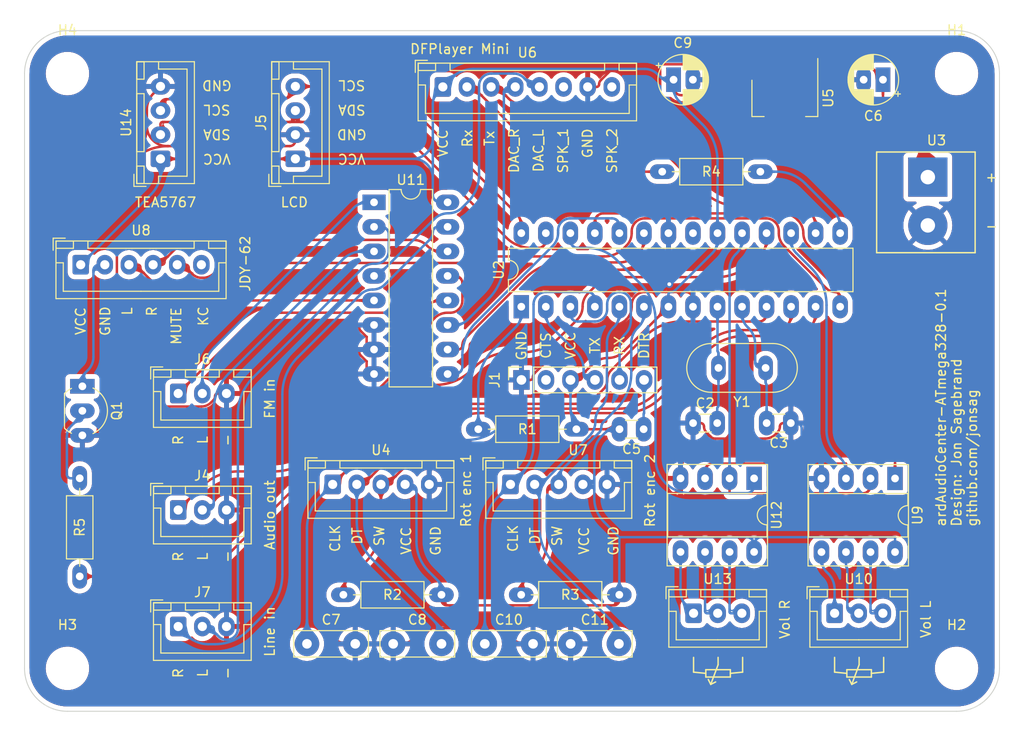
<source format=kicad_pcb>
(kicad_pcb (version 20221018) (generator pcbnew)
  (title_block (title "ardAudioCenter-ATmega328") (date "2022-09-09") (rev "0.1"))
  (layers (0 "F.Cu" signal) (31 "B.Cu" signal) (34 "B.Paste" user) (35 "F.Paste" user) (36 "B.SilkS" user "B.Silkscreen") (37 "F.SilkS" user "F.Silkscreen") (38 "B.Mask" user) (39 "F.Mask" user) (44 "Edge.Cuts" user))
  (net 0 "")
  (net 1 "GND")
  (net 2 "XTAL1")
  (net 3 "XTAL2")
  (net 4 "Net-(C5-Pad1)")
  (net 5 "+5V")
  (net 6 "+12V")
  (net 7 "D5")
  (net 8 "D6")
  (net 9 "D2")
  (net 10 "D3")
  (net 12 "D0{slash}Rx")
  (net 13 "D1{slash}Tx")
  (net 14 "/Rout+")
  (net 15 "/Lout+")
  (net 16 "A4")
  (net 17 "A5")
  (net 18 "Net-(J6-Pad1)")
  (net 19 "Net-(J6-Pad2)")
  (net 20 "Net-(J7-Pad1)")
  (net 21 "Net-(J7-Pad2)")
  (net 22 "Net-(Q1-Pad2)")
  (net 23 "Net-(Q1-Pad1)")
  (net 24 "Reset")
  (net 25 "D7")
  (net 26 "D4")
  (net 27 "/DFP-Rx")
  (net 28 "D9")
  (net 29 "D12")
  (net 30 "BT-Mute")
  (net 31 "D10")
  (net 32 "D11")
  (net 33 "D13")
  (net 35 "A0")
  (net 36 "A1")
  (net 37 "A2")
  (net 38 "A3")
  (net 39 "SDR+")
  (net 40 "SDL+")
  (net 43 "BTL+")
  (net 44 "BTR+")
  (net 46 "Net-(U10-Pad1)")
  (net 47 "Net-(U10-Pad2)")
  (net 48 "Net-(U10-Pad3)")
  (net 49 "Net-(U12-Pad5)")
  (net 50 "Net-(U12-Pad6)")
  (net 51 "Net-(U12-Pad7)")
  (footprint "MountingHole:MountingHole_3.5mm" (layer "F.Cu") (at 210.185 80.01)
    (fp_text reference "H1")
    (fp_text value "MountingHole")
  )
  (footprint "My_Misc:TO-92_Inline_Wide_large" (layer "F.Cu") (at 119.655 112.395 -90)
    (fp_text reference "Q1")
    (fp_text value "BS170")
  )
  (footprint "My_Headers:6-pin FTDI Programmer PinSocket large" (layer "F.Cu") (at 165.125 111.735 90)
    (fp_text reference "J1")
    (fp_text value "FTDI")
  )
  (footprint "My_Headers:5-pin JST Rotary Encoder" (layer "F.Cu") (at 163.99 122.555)
    (fp_text reference "U7")
    (fp_text value "Rotary encoder 1")
  )
  (footprint "My_Headers:3-pin JST Audio" (layer "F.Cu") (at 129.58 125.205)
    (fp_text reference "J4")
    (fp_text value "Audio out")
  )
  (footprint "My_Misc:CP_Radial_D5.0mm_P2.00mm_larger" (layer "F.Cu") (at 180.88 80.645)
    (fp_text reference "C9")
    (fp_text value "22u")
  )
  (footprint "My_Headers:4-pin JST TEA5767 FM Radio" (layer "F.Cu") (at 127.745 88.84 90)
    (fp_text reference "U14")
    (fp_text value "FM Radio TEA5767")
  )
  (footprint "My_Misc:CP_Radial_D5.0mm_P2.00mm_larger" (layer "F.Cu") (at 202.565 80.645 180)
    (fp_text reference "C6")
    (fp_text value "10u")
  )
  (footprint "My_Headers:4-pin JST LCD" (layer "F.Cu") (at 141.715 88.84 90)
    (fp_text reference "J5")
    (fp_text value "LCD")
  )
  (footprint "My_Headers:3-pin JST Audio" (layer "F.Cu") (at 129.58 137.27)
    (fp_text reference "J7")
    (fp_text value "Line In")
  )
  (footprint "MountingHole:MountingHole_3.5mm" (layer "F.Cu") (at 118.11 141.605)
    (fp_text reference "H3")
    (fp_text value "MountingHole")
  )
  (footprint "My_Parts:2-pole_power_in_screw_terminal" (layer "F.Cu") (at 207.21 90.731)
    (fp_text reference "U3")
    (fp_text value "Power In")
  )
  (footprint "My_Misc:C_Disc_D3.0mm_W1.6mm_P2.50mm_larg" (layer "F.Cu") (at 193.02 116.205 180)
    (fp_text reference "C3")
    (fp_text value "22p")
  )
  (footprint "My_Misc:R_Axial_DIN0207_L6.3mm_D2.5mm_P10.16mm_Horizontal_larger_pads" (layer "F.Cu") (at 170.815 116.84 180)
    (fp_text reference "R1")
    (fp_text value "10k")
  )
  (footprint "My_Misc:DIP-8_W7.62mm_Socket_w_dip_packet_LongPads" (layer "F.Cu") (at 189.22 121.93 -90)
    (fp_text reference "U12")
    (fp_text value "MCP41010")
  )
  (footprint "My_Misc:C_Disc_D3.0mm_W1.6mm_P2.50mm_larg" (layer "F.Cu") (at 182.9 116.205)
    (fp_text reference "C2")
    (fp_text value "22p")
  )
  (footprint "My_Misc:R_Axial_DIN0207_L6.3mm_D2.5mm_P10.16mm_Horizontal_larger_pads" (layer "F.Cu") (at 165.1 133.985)
    (fp_text reference "R3")
    (fp_text value "10k")
  )
  (footprint "My_Misc:Crystal_HC49-4H_Vertical_large" (layer "F.Cu") (at 190.41 110.49 180)
    (fp_text reference "Y1")
    (fp_text value "16MHz")
  )
  (footprint "MountingHole:MountingHole_3.5mm" (layer "F.Cu") (at 118.11 80.01)
    (fp_text reference "H4")
    (fp_text value "MountingHole")
  )
  (footprint "My_Misc:C_Disc_D7.5mm_W2.5mm_P5.00mm_larger" (layer "F.Cu") (at 151.845 139.065)
    (fp_text reference "C8")
    (fp_text value "0.47u")
  )
  (footprint "My_Misc:C_Disc_D3.0mm_W1.6mm_P2.50mm_larg" (layer "F.Cu") (at 177.78 116.84 180)
    (fp_text reference "C5")
    (fp_text value "100n")
  )
  (footprint "My_Misc:R_Axial_DIN0207_L6.3mm_D2.5mm_P10.16mm_Horizontal_larger_pads" (layer "F.Cu") (at 119.38 132.08 90)
    (fp_text reference "R5")
    (fp_text value "220R")
  )
  (footprint "My_Misc:DIP-28_W7.62mm_LongPads w socket" (layer "F.Cu") (at 165.11 104.155 90)
    (fp_text reference "U2")
    (fp_text value "ATmega328P-PU")
  )
  (footprint "My_Misc:C_Disc_D7.5mm_W2.5mm_P5.00mm_larger" (layer "F.Cu") (at 142.915 139.065)
    (fp_text reference "C7")
    (fp_text value "0.47u")
  )
  (footprint "Package_TO_SOT_SMD:SOT-223-3_TabPin2" (layer "F.Cu") (at 192.405 82.55 -90)
    (fp_text reference "U5")
    (fp_text value "AMS1117-5.0")
  )
  (footprint "My_Headers:6-pin JST JDY-62 Bluetooth" (layer "F.Cu") (at 119.48 99.805)
    (fp_text reference "U8")
    (fp_text value "JDY-62_Bluetooth_Module")
  )
  (footprint "My_Headers:3-pin JST Audio" (layer "F.Cu") (at 129.58 113.14)
    (fp_text reference "J6")
    (fp_text value "FM In")
  )
  (footprint "My_Headers:3-pin JST Potentiometer" (layer "F.Cu") (at 197.555 135.9)
    (fp_text reference "U10")
    (fp_text value "VolL")
  )
  (footprint "My_Misc:C_Disc_D7.5mm_W2.5mm_P5.00mm_larger" (layer "F.Cu") (at 161.33 139.065)
    (fp_text reference "C10")
    (fp_text value "0.47u")
  )
  (footprint "My_Misc:DIP-8_W7.62mm_Socket_w_dip_packet_LongPads" (layer "F.Cu") (at 203.815 121.94 -90)
    (fp_text reference "U9")
    (fp_text value "MCP41010")
  )
  (footprint "My_Misc:R_Axial_DIN0207_L6.3mm_D2.5mm_P10.16mm_Horizontal_larger_pads" (layer "F.Cu") (at 179.705 90.17)
    (fp_text reference "R4")
    (fp_text value "330R")
  )
  (footprint "My_Headers:5-pin JST Rotary Encoder" (layer "F.Cu") (at 145.575 122.555)
    (fp_text reference "U4")
    (fp_text value "Rotary encoder 2")
  )
  (footprint "My_Headers:8-pin JST DFPlayer Mini" (layer "F.Cu") (at 156.985 81.39)
    (fp_text reference "U6")
    (fp_text value "DFPlayer_Mini")
  )
  (footprint "MountingHole:MountingHole_3.5mm" (layer "F.Cu") (at 210.185 141.605)
    (fp_text reference "H2")
    (fp_text value "MountingHole")
  )
  (footprint "My_Misc:C_Disc_D7.5mm_W2.5mm_P5.00mm_larger" (layer "F.Cu") (at 170.22 139.065)
    (fp_text reference "C11")
    (fp_text value "0.47u")
  )
  (footprint "My_Misc:DIP-16_W7.62mm_LongPads w socket" (layer "F.Cu") (at 149.86 93.345)
    (fp_text reference "U11")
    (fp_text value "CD4052B")
  )
  (footprint "My_Misc:R_Axial_DIN0207_L6.3mm_D2.5mm_P10.16mm_Horizontal_larger_pads" (layer "F.Cu") (at 146.685 133.985)
    (fp_text reference "R2")
    (fp_text value "10k")
  )
  (footprint "My_Headers:3-pin JST Potentiometer" (layer "F.Cu") (at 182.95 135.9)
    (fp_text reference "U13")
    (fp_text value "VolR")
  )
  (gr_line (start 214.63 141.605) (end 214.63 80.01) (stroke (width 0.1)) (layer "Edge.Cuts"))
  (gr_arc (start 214.63 141.605) (mid 213.32809 144.74809) (end 210.185 146.05) (stroke (width 0.1)) (layer "Edge.Cuts"))
  (gr_line (start 210.185 75.565) (end 118.11 75.565) (stroke (width 0.1)) (layer "Edge.Cuts"))
  (gr_line (start 113.665 80.01) (end 113.665 141.605) (stroke (width 0.1)) (layer "Edge.Cuts"))
  (gr_line (start 118.11 146.05) (end 210.185 146.05) (stroke (width 0.1)) (layer "Edge.Cuts"))
  (gr_arc (start 210.185 75.565) (mid 213.32809 76.86691) (end 214.63 80.01) (stroke (width 0.1)) (layer "Edge.Cuts"))
  (gr_arc (start 118.11 146.05) (mid 114.96691 144.74809) (end 113.665 141.605) (stroke (width 0.1)) (layer "Edge.Cuts"))
  (gr_arc (start 113.665 80.01) (mid 114.96691 76.86691) (end 118.11 75.565) (stroke (width 0.1)) (layer "Edge.Cuts"))
  (gr_text "${TITLE}-${REVISION}\nDesign: Jon Sagebrand\ngithub.com/jonsag" (at 210.185 127 90) (layer "F.SilkS") (effects (font (size 1 1)) (justify left)))
  (gr_text "FM in" (at 139.065 113.665 90) (layer "F.SilkS") (effects (font (size 1 1))))
  (gr_text "JDY-62" (at 136.525 99.695 90) (layer "F.SilkS") (effects (font (size 1 1))))
  (gr_text "Rot enc 2" (at 178.435 123.19 90) (layer "F.SilkS") (effects (font (size 1 1))))
  (gr_text "Vol R" (at 192.405 136.525 90) (layer "F.SilkS") (effects (font (size 1 1))))
  (gr_text "Line in" (at 139.065 137.795 90) (layer "F.SilkS") (effects (font (size 1 1))))
  (gr_text "LCD" (at 141.605 93.345) (layer "F.SilkS") (effects (font (size 1 1))))
  (gr_text "Rot enc 1" (at 159.385 123.19 90) (layer "F.SilkS") (effects (font (size 1 1))))
  (gr_text "Vol L" (at 207.01 136.525 90) (layer "F.SilkS") (effects (font (size 1 1))))
  (gr_text "DFPlayer Mini" (at 158.75 77.47) (layer "F.SilkS") (effects (font (size 1 1))))
  (gr_text "TEA5767" (at 128.27 93.345) (layer "F.SilkS") (effects (font (size 1 1))))
  (gr_text "Audio out" (at 139.065 125.73 90) (layer "F.SilkS") (effects (font (size 1 1))))
  (segment (start 175.62295 123.00765) (end 175.587599 122.972299) (width 0.254) (layer "F.Cu") (net 1))
  (segment (start 151.845 139.065) (end 147.915 139.065) (width 0.254) (layer "F.Cu") (net 1))
  (segment (start 184.27913 117.15763) (end 184.37435 117.25285) (width 0.254) (layer "F.Cu") (net 1))
  (segment (start 122.242649 115.479049) (end 121.611893 116.109806) (width 0.254) (layer "F.Cu") (net 1))
  (segment (start 174.58015 122.555) (end 173.99 122.555) (width 0.254) (layer "F.Cu") (net 1))
  (segment (start 120.751 117.475) (end 119.655 117.475) (width 0.254) (layer "F.Cu") (net 1))
  (segment (start 127.03955 82.04545) (end 127.745 81.34) (width 0.254) (layer "F.Cu") (net 1))
  (segment (start 184.37435 117.25285) (end 184.74685 117.62535) (width 0.254) (layer "F.Cu") (net 1))
  (segment (start 149.47745 108.585) (end 149.86 108.585) (width 0.254) (layer "F.Cu") (net 1))
  (segment (start 172.9071 81.39) (end 171.985 81.39) (width 0.254) (layer "F.Cu") (net 1))
  (segment (start 143.250443 137.27) (end 134.58 137.27) (width 0.254) (layer "F.Cu") (net 1))
  (segment (start 148.5638 106.045) (end 149.86 106.045) (width 0.254) (layer "F.Cu") (net 1))
  (segment (start 156.215592 137.4422) (end 161.959407 137.4422) (width 0.254) (layer "F.Cu") (net 1))
  (segment (start 133.6579 113.14) (end 134.58 113.14) (width 0.254) (layer "F.Cu") (net 1))
  (segment (start 182.88 79.239822) (end 182.88 80.645) (width 0.254) (layer "F.Cu") (net 1))
  (segment (start 149.47745 111.125) (end 148.71235 111.125) (width 0.254) (layer "F.Cu") (net 1))
  (segment (start 181.6 121.16485) (end 181.6 122.69515) (width 0.254) (layer "F.Cu") (net 1))
  (segment (start 192.2429 116.205) (end 193.02 116.205) (width 0.254) (layer "F.Cu") (net 1))
  (segment (start 126.3341 83.748556) (end 126.3341 85.520301) (width 0.254) (layer "F.Cu") (net 1))
  (segment (start 141.12485 87.5203) (end 128.52903 87.5203) (width 0.254) (layer "F.Cu") (net 1))
  (segment (start 149.094764 109.818264) (end 148.495233 109.218733) (width 0.254) (layer "F.Cu") (net 1))
  (segment (start 190.352962 117.8116) (end 185.196497 117.8116) (width 0.254) (layer "F.Cu") (net 1))
  (segment (start 145.748908 138.499208) (end 145.4172 138.1675) (width 0.254) (layer "F.Cu") (net 1))
  (segment (start 180.8417 102.6247) (end 180.0379 102.6247) (width 0.254) (layer "F.Cu") (net 1))
  (segment (start 166.0471 111.735) (end 165.125 111.735) (width 0.254) (layer "F.Cu") (net 1))
  (segment (start 124.626323 114.4917) (end 131.973753 114.4917) (width 0.254) (layer "F.Cu") (net 1))
  (segment (start 152.64515 139.065) (end 151.845 139.065) (width 0.254) (layer "F.Cu") (net 1))
  (segment (start 182.89 103.38985) (end 182.89 104.155) (width 0.254) (layer "F.Cu") (net 1))
  (segment (start 133.217125 113.838974) (end 132.98205 114.07405) (width 0.254) (layer "F.Cu") (net 1))
  (segment (start 167.13015 139.065) (end 165.52985 139.065) (width 0.254) (layer "F.Cu") (net 1))
  (segment (start 170.093603 107.430296) (end 166.487874 111.036025) (width 0.254) (layer "F.Cu") (net 1))
  (segment (start 147.322199 112.132499) (end 148.05916 111.395539) (width 0.254) (layer "F.Cu") (net 1))
  (segment (start 182.12485 102.6247) (end 180.8417 102.6247) (width 0.254) (layer "F.Cu") (net 1))
  (segment (start 176.715743 123.4603) (end 180.83485 123.4603) (width 0.254) (layer "F.Cu") (net 1))
  (segment (start 196.167243 79.781943) (end 196.4078 80.0225) (width 0.254) (layer "F.Cu") (net 1))
  (segment (start 183.6784 116.205) (end 182.9 116.205) (width 0.254) (layer "F.Cu") (net 1))
  (segment (start 191.439599 117.361499) (end 191.639949 117.16115) (width 0.254) (layer "F.Cu") (net 1))
  (segment (start 184.374349 117.625349) (end 182.141042 119.858657) (width 0.254) (layer "F.Cu") (net 1))
  (segment (start 144.889879 113.14) (end 134.58 113.14) (width 0.254) (layer "F.Cu") (net 1))
  (segment (start 141.715 86.93015) (end 141.715 86.34) (width 0.254) (layer "F.Cu") (net 1))
  (segment (start 149.47745 108.585) (end 148.71235 108.585) (width 0.254) (layer "F.Cu") (net 1))
  (segment (start 176.54 103.983727) (end 176.54 104.16895) (width 0.254) (layer "F.Cu") (net 1))
  (segment (start 167.13015 139.065) (end 170.22 139.065) (width 0.254) (layer "F.Cu") (net 1))
  (segment (start 148.5638 108.585) (end 148.71235 108.585) (width 0.254) (layer "F.Cu") (net 1))
  (segment (start 147.11485 139.065) (end 147.915 139.065) (width 0.254) (layer "F.Cu") (net 1))
  (segment (start 149.0949 110.74245) (end 149.0949 109.81835) (width 0.254) (layer "F.Cu") (net 1))
  (segment (start 163.9183 138.2536) (end 164.163908 138.499208) (width 0.254) (layer "F.Cu") (net 1))
  (segment (start 148.7123 111.125) (end 148.71235 111.125) (width 0.254) (layer "F.Cu") (net 1))
  (segment (start 154.011091 138.499208) (end 154.2567 138.2536) (width 0.254) (layer "F.Cu") (net 1))
  (segment (start 174.079749 79.959149) (end 173.347874 80.691025) (width 0.254) (layer "F.Cu") (net 1))
  (segment (start 175.978699 105.478399) (end 176.010978 105.446121) (width 0.254) (layer "F.Cu") (net 1))
  (segment (start 149.47745 111.125) (end 149.86 111.125) (width 0.254) (layer "F.Cu") (net 1))
  (segment (start 195.24515 79.4) (end 194.705 79.4) (width 0.254) (layer "F.Cu") (net 1))
  (segment (start 180.0379 102.6247) (end 177.899027 102.6247) (width 0.254) (layer "F.Cu") (net 1))
  (segment (start 173.4508 106.0397) (end 174.623601 106.0397) (width 0.254) (layer "F.Cu") (net 1))
  (segment (start 149.0949 108.20245) (end 149.0949 107.27835) (width 0.254) (layer "F.Cu") (net 1))
  (segment (start 197.910647 80.645) (end 200.565 80.645) (width 0.254) (layer "F.Cu") (net 1))
  (segment (start 180.4398 101.8209) (end 180.4398 102.2228) (width 0.254) (layer "F.Cu") (net 1))
  (segment (start 149.094764 107.278264) (end 148.495233 106.678733) (width 0.254) (layer "F.Cu") (net 1))
  (segment (start 182.684877 79.0447) (end 176.287427 79.0447) (width 0.254) (layer "F.Cu") (net 1))
  (segment (start 123.23 113.095376) (end 123.23 92.81933) (width 0.254) (layer "F.Cu") (net 1))
  (via (at 180.4398 101.8209) (size 0.8) (drill 0.4) (layers "F.Cu" "B.Cu") (net 1))
  (arc (start 164.163908 138.499208) (mid 164.790607 138.917955) (end 165.52985 139.065) (width 0.254) (layer "F.Cu") (net 1))
  (arc (start 175.587599 122.972299) (mid 175.125377 122.663452) (end 174.58015 122.555) (width 0.254) (layer "F.Cu") (net 1))
  (arc (start 196.4078 80.0225) (mid 197.097312 80.483217) (end 197.910647 80.645) (width 0.254) (layer "F.Cu") (net 1))
  (arc (start 133.3997 113.3982) (mid 133.35225 113.636745) (end 133.217125 113.838974) (width 0.254) (layer "F.Cu") (net 1))
  (arc (start 184.74685 117.62535) (mid 184.560599 117.548202) (end 184.374349 117.625349) (width 0.254) (layer "F.Cu") (net 1))
  (arc (start 180.0379 102.6247) (mid 180.322086 102.506986) (end 180.4398 102.2228) (width 0.254) (layer "F.Cu") (net 1))
  (arc (start 182.89 103.38985) (mid 182.665892 102.848807) (end 182.12485 102.6247) (width 0.254) (layer "F.Cu") (net 1))
  (arc (start 149.0949 107.27835) (mid 149.094885 107.278314) (end 149.09485 107.2783) (width 0.254) (layer "F.Cu") (net 1))
  (arc (start 191.8897 116.5582) (mid 191.824791 116.884514) (end 191.639949 117.16115) (width 0.254) (layer "F.Cu") (net 1))
  (arc (start 196.167243 79.781943) (mid 195.744183 79.499263) (end 195.24515 79.4) (width 0.254) (layer "F.Cu") (net 1))
  (arc (start 124.78205 89.07235) (mid 125.930735 87.403881) (end 126.3341 85.520301) (width 0.254) (layer "F.Cu") (net 1))
  (arc (start 192.2429 116.205) (mid 191.993149 116.308449) (end 191.8897 116.5582) (width 0.254) (layer "F.Cu") (net 1))
  (arc (start 182.82285 79.10185) (mid 182.865147 79.165152) (end 182.88 79.239822) (width 0.254) (layer "F.Cu") (net 1))
  (arc (start 147.322199 112.132499) (mid 146.206241 112.878159) (end 144.889879 113.14) (width 0.254) (layer "F.Cu") (net 1))
  (arc (start 148.5638 108.585) (mid 148.398266 108.653566) (end 148.3297 108.8191) (width 0.254) (layer "F.Cu") (net 1))
  (arc (start 184.0303 116.5569) (mid 184.094968 116.882012) (end 184.27913 117.15763) (width 0.254) (layer "F.Cu") (net 1))
  (arc (start 166.3053 111.4768) (mid 166.229674 111.659374) (end 166.0471 111.735) (width 0.254) (layer "F.Cu") (net 1))
  (arc (start 184.374349 117.625349) (mid 184.451496 117.439099) (end 184.37435 117.25285) (width 0.254) (layer "F.Cu") (net 1))
  (arc (start 173.1653 81.1318) (mid 173.089674 81.314374) (end 172.9071 81.39) (width 0.254) (layer "F.Cu") (net 1))
  (arc (start 149.094764 109.818264) (mid 149.094803 109.81829) (end 149.09485 109.8183) (width 0.254) (layer "F.Cu") (net 1))
  (arc (start 121.611893 116.109806) (mid 121.347975 116.504787) (end 121.2553 116.9707) (width 0.254) (layer "F.Cu") (net 1))
  (arc (start 176.54 104.16895) (mid 176.402511 104.86015) (end 176.010978 105.446121) (width 0.254) (layer "F.Cu") (net 1))
  (arc (start 175.978699 105.478399) (mid 175.356975 105.893822) (end 174.623601 106.0397) (width 0.254) (layer "F.Cu") (net 1))
  (arc (start 148.71235 108.585) (mid 148.982853 108.472953) (end 149.0949 108.20245) (width 0.254) (layer "F.Cu") (net 1))
  (arc (start 121.2553 116.9707) (mid 121.107593 117.327293) (end 120.751 117.475) (width 0.254) (layer "F.Cu") (net 1))
  (arc (start 124.78205 89.07235) (mid 123.633364 90.791479) (end 123.23 92.81933) (width 0.254) (layer "F.Cu") (net 1))
  (arc (start 149.094764 107.278264) (mid 149.094803 107.27829) (end 149.09485 107.2783) (width 0.254) (layer "F.Cu") (net 1))
  (arc (start 132.98205 114.07405) (mid 132.519439 114.383156) (end 131.973753 114.4917) (width 0.254) (layer "F.Cu") (net 1))
  (arc (start 184.74685 117.62535) (mid 184.953149 117.763195) (end 185.196497 117.8116) (width 0.254) (layer "F.Cu") (net 1))
  (arc (start 145.748908 138.499208) (mid 146.375607 138.917955) (end 147.11485 139.065) (width 0.254) (layer "F.Cu") (net 1))
  (arc (start 184.0303 116.5569) (mid 183.92723 116.308069) (end 183.6784 116.205) (width 0.254) (layer "F.Cu") (net 1))
  (arc (start 149.0949 108.20245) (mid 149.206946 108.472953) (end 149.47745 108.585) (width 0.254) (layer "F.Cu") (net 1))
  (arc (start 124.626323 114.4917) (mid 123.336288 114.748303) (end 122.242649 115.479049) (width 0.254) (layer "F.Cu") (net 1))
  (arc (start 148.71235 111.125) (mid 148.982853 111.012953) (end 149.0949 110.74245) (width 0.254) (layer "F.Cu") (net 1))
  (arc (start 145.4172 138.1675) (mid 144.423083 137.503252) (end 143.250443 137.27) (width 0.254) (layer "F.Cu") (net 1))
  (arc (start 181.6 122.69515) (mid 181.375892 123.236192) (end 180.83485 123.4603) (width 0.254) (layer "F.Cu") (net 1))
  (arc (start 128.52903 87.5203) (mid 126.501179 87.923664) (end 124.78205 89.07235) (width 0.254) (layer "F.Cu") (net 1))
  (arc (start 163.9183 138.2536) (mid 163.019552 137.653075) (end 161.959407 137.4422) (width 0.254) (layer "F.Cu") (net 1))
  (arc (start 182.141042 119.858657) (mid 181.740612 120.457943) (end 181.6 121.16485) (width 0.254) (layer "F.Cu") (net 1))
  (arc (start 148.3297 108.8191) (mid 148.37272 109.03538) (end 148.495233 109.218733) (width 0.254) (layer "F.Cu") (net 1))
  (arc (start 177.899027 102.6247) (mid 177.37895 102.728149) (end 176.93805 103.02275) (width 0.254) (layer "F.Cu") (net 1))
  (arc (start 154.011091 138.499208) (mid 153.384392 138.917955) (end 152.64515 139.065) (width 0.254) (layer "F.Cu") (net 1))
  (arc (start 156.215592 137.4422) (mid 155.155447 137.653075) (end 154.2567 138.2536) (width 0.254) (layer "F.Cu") (net 1))
  (arc (start 166.487874 111.036025) (mid 166.352749 111.238254) (end 166.3053 111.4768) (width 0.254) (layer "F.Cu") (net 1))
  (arc (start 133.6579 113.14) (mid 133.475325 113.215625) (end 133.3997 113.3982) (width 0.254) (layer "F.Cu") (net 1))
  (arc (start 126.3341 85.520301) (mid 126.97698 86.934513) (end 128.52903 87.5203) (width 0.254) (layer "F.Cu") (net 1))
  (arc (start 141.715 86.93015) (mid 141.542149 87.347449) (end 141.12485 87.5203) (width 0.254) (layer "F.Cu") (net 1))
  (arc (start 173.347874 80.691025) (mid 173.212749 80.893254) (end 173.1653 81.1318) (width 0.254) (layer "F.Cu") (net 1))
  (arc (start 175.62295 123.00765) (mid 176.124327 123.34266) (end 176.715743 123.4603) (width 0.254) (layer "F.Cu") (net 1))
  (arc (start 173.4508 106.0397) (mid 171.633898 106.401104) (end 170.093603 107.430296) (width 0.254) (layer "F.Cu") (net 1))
  (arc (start 176.287427 79.0447) (mid 175.09264 79.282357) (end 174.079749 79.959149) (width 0.254) (layer "F.Cu") (net 1))
  (arc (start 149.0949 109.81835) (mid 149.094885 109.818314) (end 149.09485 109.8183) (width 0.254) (layer "F.Cu") (net 1))
  (arc (start 176.93805 103.02275) (mid 176.643449 103.46365) (end 176.54 103.983727) (width 0.254) (layer "F.Cu") (net 1))
  (arc (start 191.439599 117.361499) (mid 190.941046 117.694622) (end 190.352962 117.8116) (width 0.254) (layer "F.Cu") (net 1))
  (arc (start 127.03955 82.04545) (mid 126.51744 82.826841) (end 126.3341 83.748556) (width 0.254) (layer "F.Cu") (net 1))
  (arc (start 123.23 113.095376) (mid 123.638973 114.082726) (end 124.626323 114.4917) (width 0.254) (layer "F.Cu") (net 1))
  (arc (start 149.0949 110.74245) (mid 149.206946 111.012953) (end 149.47745 111.125) (width 0.254) (layer "F.Cu") (net 1))
  (arc (start 148.7123 111.125) (mid 148.358823 111.19531) (end 148.05916 111.395539) (width 0.254) (layer "F.Cu") (net 1))
  (arc (start 182.82285 79.10185) (mid 182.759547 79.059552) (end 182.684877 79.0447) (width 0.254) (layer "F.Cu") (net 1))
  (arc (start 180.4398 102.2228) (mid 180.557513 102.506986) (end 180.8417 102.6247) (width 0.254) (layer "F.Cu") (net 1))
  (arc (start 122.242649 115.479049) (mid 122.973395 114.38541) (end 123.23 113.095376) (width 0.254) (layer "F.Cu") (net 1))
  (arc (start 148.3297 106.2791) (mid 148.37272 106.49538) (end 148.495233 106.678733) (width 0.254) (layer "F.Cu") (net 1))
  (arc (start 148.5638 106.045) (mid 148.398266 106.113566) (end 148.3297 106.2791) (width 0.254) (layer "F.Cu") (net 1))
  (segment (start 182.9 114.611771) (end 182.9 116.205) (width 0.254) (layer "B.Cu") (net 1))
  (segment (start 179.808957 94.463657) (end 173.578792 88.233492) (width 0.254) (layer "B.Cu") (net 1))
  (segment (start 200.565 86.832036) (end 200.565 80.645) (width 0.254) (layer "B.Cu") (net 1))
  (segment (start 155.608654 115.343354) (end 151.931342 111.666042) (width 0.254) (layer "B.Cu") (net 1))
  (segment (start 180.3949 101.776) (end 180.4398 101.8209) (width 0.254) (layer "B.Cu") (net 1))
  (segment (start 182.89 114.587628) (end 182.89 104.155) (width 0.254) (layer "B.Cu") (net 1))
  (segment (start 134.58 125.205) (end 134.58 113.14) (width 0.254) (layer "B.Cu") (net 1))
  (segment (start 180.35 101.667601) (end 180.35 97.30015) (width 0.254) (layer "B.Cu") (net 1))
  (segment (start 194.1503 117.285) (end 194.1503 116.77015) (width 0.254) (layer "B.Cu") (net 1))
  (segment (start 150.62515 111.125) (end 149.86 111.125) (width 0.254) (layer "B.Cu") (net 1))
  (segment (start 156.2937 119.981802) (end 156.2937 118.9348) (width 0.254) (layer "B.Cu") (net 1))
  (segment (start 171.985 84.385736) (end 171.985 81.39) (width 0.254) (layer "B.Cu") (net 1))
  (segment (start 195.653957 119.868657) (end 194.913975 119.128675) (width 0.254) (layer "B.Cu") (net 1))
  (segment (start 164.167824 115.399474) (end 163.195092 116.372207) (width 0.254) (layer "B.Cu") (net 1))
  (segment (start 155.575 121.716897) (end 155.575 122.555) (width 0.254) (layer "B.Cu") (net 1))
  (segment (start 180.35 95.76985) (end 180.35 97.30015) (width 0.254) (layer "B.Cu") (net 1))
  (segment (start 159.347336 117.966) (end 157.2625 117.966) (width 0.254) (layer "B.Cu") (net 1))
  (segment (start 134.58 125.205) (end 134.58 137.27) (width 0.254) (layer "B.Cu") (net 1))
  (segment (start 156.2937 118.9348) (end 156.2937 116.9972) (width 0.254) (layer "B.Cu") (net 1))
  (segment (start 202.158792 90.679792) (end 207.21 95.731) (width 0.254) (layer "B.Cu") (net 1))
  (segment (start 196.195 121.17485) (end 196.195 121.94) (width 0.254) (layer "B.Cu") (net 1))
  (segment (start 200.565 80.645) (end 182.88 80.645) (width 0.254) (layer "B.Cu") (net 1))
  (segment (start 193.58515 116.205) (end 193.02 116.205) (width 0.254) (layer "B.Cu") (net 1))
  (segment (start 165.125 113.08865) (end 165.125 111.735) (width 0.254) (layer "B.Cu") (net 1))
  (arc (start 194.1503 116.77015) (mid 193.984771 116.370528) (end 193.58515 116.205) (width 0.254) (layer "B.Cu") (net 1))
  (arc (start 195.653957 119.868657) (mid 196.054387 120.467943) (end 196.195 121.17485) (width 0.254) (layer "B.Cu") (net 1))
  (arc (start 182.895 114.5997) (mid 182.8987 114.605238) (end 182.9 114.611771) (width 0.254) (layer "B.Cu") (net 1))
  (arc (start 156.2937 116.9972) (mid 156.577454 117.682245) (end 157.2625 117.966) (width 0.254) (layer "B.Cu") (net 1))
  (arc (start 194.1503 117.285) (mid 194.348772 118.282789) (end 194.913975 119.128675) (width 0.254) (layer "B.Cu") (net 1))
  (arc (start 180.35 101.667601) (mid 180.361669 101.726266) (end 180.3949 101.776) (width 0.254) (layer "B.Cu") (net 1))
  (arc (start 155.93435 120.84935) (mid 155.668392 121.247384) (end 155.575 121.716897) (width 0.254) (layer "B.Cu") (net 1))
  (arc (start 157.2625 117.966) (mid 156.577454 118.249754) (end 156.2937 118.9348) (width 0.254) (layer "B.Cu") (net 1))
  (arc (start 200.565 86.832036) (mid 200.979213 88.914426) (end 202.158792 90.679792) (width 0.254) (layer "B.Cu") (net 1))
  (arc (start 155.608654 115.343354) (mid 156.115662 116.102145) (end 156.2937 116.9972) (width 0.254) (layer "B.Cu") (net 1))
  (arc (start 163.195092 116.372207) (mid 161.429726 117.551786) (end 159.347336 117.966) (width 0.254) (layer "B.Cu") (net 1))
  (arc (start 156.2937 119.981802) (mid 156.200307 120.451315) (end 155.93435 120.84935) (width 0.254) (layer "B.Cu") (net 1))
  (arc (start 182.89 114.587628) (mid 182.891299 114.594161) (end 182.895 114.5997) (width 0.254) (layer "B.Cu") (net 1))
  (arc (start 171.985 84.385736) (mid 172.399213 86.468126) (end 173.578792 88.233492) (width 0.254) (layer "B.Cu") (net 1))
  (arc (start 151.931342 111.666042) (mid 151.332056 111.265612) (end 150.62515 111.125) (width 0.254) (layer "B.Cu") (net 1))
  (arc (start 179.808957 94.463657) (mid 180.209387 95.062943) (end 180.35 95.76985) (width 0.254) (layer "B.Cu") (net 1))
  (arc (start 165.125 113.08865) (mid 164.876238 114.339259) (end 164.167824 115.399474) (width 0.254) (layer "B.Cu") (net 1))
  (segment (start 185.43 108.718989) (end 185.43 104.155) (width 0.254) (layer "B.Cu") (net 2))
  (segment (start 185.53 108.96041) (end 185.53 110.49) (width 0.254) (layer "B.Cu") (net 2))
  (segment (start 185.53 110.49) (end 185.53 114.382776) (width 0.254) (layer "B.Cu") (net 2))
  (segment (start 185.4 114.696623) (end 185.4 116.205) (width 0.254) (layer "B.Cu") (net 2))
  (arc (start 185.43 108.718989) (mid 185.442994 108.784317) (end 185.48 108.8397) (width 0.254) (layer "B.Cu") (net 2))
  (arc (start 185.53 114.382776) (mid 185.513107 114.467702) (end 185.465 114.5397) (width 0.254) (layer "B.Cu") (net 2))
  (arc (start 185.465 114.5397) (mid 185.416892 114.611697) (end 185.4 114.696623) (width 0.254) (layer "B.Cu") (net 2))
  (arc (start 185.48 108.8397) (mid 185.517005 108.895082) (end 185.53 108.96041) (width 0.254) (layer "B.Cu") (net 2))
  (segment (start 190.41 111.03015) (end 190.41 112.012518) (width 0.254) (layer "B.Cu") (net 3))
  (segment (start 190.52 112.278081) (end 190.52 116.205) (width 0.254) (layer "B.Cu") (net 3))
  (segment (start 188.511042 106.226342) (end 188.64985 106.36515) (width 0.254) (layer "B.Cu") (net 3))
  (segment (start 189.3297 109.94985) (end 189.3297 108.006453) (width 0.254) (layer "B.Cu") (net 3))
  (segment (start 187.97 104.92015) (end 187.97 104.155) (width 0.254) (layer "B.Cu") (net 3))
  (arc (start 190.41 112.012518) (mid 190.424294 112.084379) (end 190.465 112.1453) (width 0.254) (layer "B.Cu") (net 3))
  (arc (start 190.41 111.03015) (mid 190.251793 110.648206) (end 189.86985 110.49) (width 0.254) (layer "B.Cu") (net 3))
  (arc (start 188.64985 106.36515) (mid 189.153012 107.118186) (end 189.3297 108.006453) (width 0.254) (layer "B.Cu") (net 3))
  (arc (start 189.3297 109.94985) (mid 189.487906 110.331793) (end 189.86985 110.49) (width 0.254) (layer "B.Cu") (net 3))
  (arc (start 187.97 104.92015) (mid 188.110612 105.627056) (end 188.511042 106.226342) (width 0.254) (layer "B.Cu") (net 3))
  (arc (start 190.465 112.1453) (mid 190.505705 112.20622) (end 190.52 112.278081) (width 0.254) (layer "B.Cu") (net 3))
  (segment (start 177.78 115.271519) (end 177.78 116.84) (width 0.254) (layer "B.Cu") (net 4))
  (segment (start 177.825 115.16288) (end 177.825 111.735) (width 0.254) (layer "B.Cu") (net 4))
  (arc (start 177.825 115.16288) (mid 177.819152 115.192277) (end 177.8025 115.2172) (width 0.254) (layer "B.Cu") (net 4))
  (arc (start 177.8025 115.2172) (mid 177.785847 115.242121) (end 177.78 115.271519) (width 0.254) (layer "B.Cu") (net 4))
  (segment (start 180.88 81.44515) (end 180.88 80.645) (width 0.254) (layer "F.Cu") (net 5))
  (segment (start 156.845 134.53115) (end 156.845 133.985) (width 0.254) (layer "F.Cu") (net 5))
  (segment (start 192.405 80.06515) (end 192.405 79.4) (width 0.254) (layer "F.Cu") (net 5))
  (segment (start 175.26 134.53115) (end 175.26 133.985) (width 0.254) (layer "F.Cu") (net 5))
  (segment (start 185.245682 82.2453) (end 181.68015 82.2453) (width 0.254) (layer "F.Cu") (net 5))
  (segment (start 187.7625 83.2878) (end 188.12015 83.64545) (width 0.254) (layer "F.Cu") (net 5))
  (segment (start 171.1271 111.735) (end 170.205 111.735) (width 0.254) (layer "F.Cu") (net 5))
  (segment (start 174.71385 135.0773) (end 157.39115 135.0773) (width 0.254) (layer "F.Cu") (net 5))
  (segment (start 191.143224 85.7) (end 192.405 85.7) (width 0.254) (layer "F.Cu") (net 5))
  (segment (start 189.489849 83.645449) (end 191.934667 81.200632) (width 0.254) (layer "F.Cu") (net 5))
  (segment (start 175.28 116.84) (end 170.815 116.84) (width 0.254) (layer "F.Cu") (net 5))
  (segment (start 141.715 88.84) (end 127.745 88.84) (width 0.254) (layer "F.Cu") (net 5))
  (segment (start 175.71704 108.787959) (end 180.35 104.155) (width 0.254) (layer "F.Cu") (net 5))
  (segment (start 189.48985 85.01515) (end 188.12015 83.64545) (width 0.254) (layer "F.Cu") (net 5))
  (segment (start 172.471659 110.13224) (end 171.567874 111.036025) (width 0.254) (layer "F.Cu") (net 5))
  (arc (start 192.405 80.06515) (mid 192.282764 80.679668) (end 191.934667 81.200632) (width 0.254) (layer "F.Cu") (net 5))
  (arc (start 175.71704 108.787959) (mid 174.972543 109.285416) (end 174.09435 109.4601) (width 0.254) (layer "F.Cu") (net 5))
  (arc (start 187.7625 83.2878) (mid 186.607774 82.516236) (end 185.245682 82.2453) (width 0.254) (layer "F.Cu") (net 5))
  (arc (start 175.26 134.53115) (mid 175.100036 134.917336) (end 174.71385 135.0773) (width 0.254) (layer "F.Cu") (net 5))
  (arc (start 171.3853 111.4768) (mid 171.309674 111.659374) (end 171.1271 111.735) (width 0.254) (layer "F.Cu") (net 5))
  (arc (start 189.489849 83.645449) (mid 189.206175 84.330299) (end 189.48985 85.01515) (width 0.254) (layer "F.Cu") (net 5))
  (arc (start 188.12015 83.64545) (mid 188.804999 83.929123) (end 189.489849 83.645449) (width 0.254) (layer "F.Cu") (net 5))
  (arc (start 189.48985 85.01515) (mid 190.248424 85.522013) (end 191.143224 85.7) (width 0.254) (layer "F.Cu") (net 5))
  (arc (start 174.09435 109.4601) (mid 173.216156 109.634783) (end 172.471659 110.13224) (width 0.254) (layer "F.Cu") (net 5))
  (arc (start 171.567874 111.036025) (mid 171.432749 111.238254) (end 171.3853 111.4768) (width 0.254) (layer "F.Cu") (net 5))
  (arc (start 180.88 81.44515) (mid 181.114358 82.010941) (end 181.68015 82.2453) (width 0.254) (layer "F.Cu") (net 5))
  (arc (start 156.845 134.53115) (mid 157.004963 134.917336) (end 157.39115 135.0773) (width 0.254) (layer "F.Cu") (net 5))
  (segment (start 153.66515 122.555) (end 153.075 122.555) (width 0.254) (layer "B.Cu") (net 5))
  (segment (start 172.6703 121.96485) (end 172.6703 123.14515) (width 0.254) (layer "B.Cu") (net 5))
  (segment (start 170.205 114.706364) (end 170.205 111.735) (width 0.254) (layer "B.Cu") (net 5))
  (segment (start 155.9497 90.839998) (end 155.9497 92.57985) (width 0.254) (layer "B.Cu") (net 5))
  (segment (start 180.33385 80.645) (end 180.88 80.645) (width 0.254) (layer "B.Cu") (net 5))
  (segment (start 189.22 128.78485) (end 189.22 129.55) (width 0.254) (layer "B.Cu") (net 5))
  (segment (start 126.790405 92.494594) (end 119.48 99.805) (width 0.254) (layer "B.Cu") (net 5))
  (segment (start 155.9497 86.5875) (end 155.9497 83.157367) (width 0.254) (layer "B.Cu") (net 5))
  (segment (start 174.15545 116.84) (end 175.28 116.84) (width 0.254) (layer "B.Cu") (net 5))
  (segment (start 173.409999 117.591199) (end 174.145634 116.855565) (width 0.254) (layer "B.Cu") (net 5))
  (segment (start 157.50265 80.87235) (end 156.46735 81.90765) (width 0.254) (layer "B.Cu") (net 5))
  (segment (start 172.08015 122.555) (end 171.49 122.555) (width 0.254) (layer "B.Cu") (net 5))
  (segment (start 170.815 116.179035) (end 170.815 116.84) (width 0.254) (layer "B.Cu") (net 5))
  (segment (start 175.26 128.01987) (end 175.26 133.985) (width 0.254) (layer "B.Cu") (net 5))
  (segment (start 157.9147 80.4603) (end 157.50265 80.87235) (width 0.254) (layer "B.Cu") (net 5))
  (segment (start 184.888957 98.606342) (end 181.054659 102.44064) (width 0.254) (layer "B.Cu") (net 5))
  (segment (start 172.6703 121.96485) (end 172.6703 119.376993) (width 0.254) (layer "B.Cu") (net 5))
  (segment (start 155.55015 131.59785) (end 156.458813 132.506513) (width 0.254) (layer "B.Cu") (net 5))
  (segment (start 175.26017 128.0197) (end 188.45485 128.0197) (width 0.254) (layer "B.Cu") (net 5))
  (segment (start 181.459721 82.864421) (end 183.836207 85.240907) (width 0.254) (layer "B.Cu") (net 5))
  (segment (start 203.815 128.036771) (end 203.815 129.56) (width 0.254) (layer "B.Cu") (net 5))
  (segment (start 156.71485 93.345) (end 157.48 93.345) (width 0.254) (layer "B.Cu") (net 5))
  (segment (start 185.43 96.535) (end 185.43 89.088663) (width 0.254) (layer "B.Cu") (net 5))
  (segment (start 188.45485 128.0197) (end 189.98515 128.0197) (width 0.254) (layer "B.Cu") (net 5))
  (segment (start 185.43 97.30015) (end 185.43 96.535) (width 0.254) (layer "B.Cu") (net 5))
  (segment (start 179.401513 80.258813) (end 179.2305 80.0878) (width 0.254) (layer "B.Cu") (net 5))
  (segment (start 127.745 90.19) (end 127.745 88.84) (width 0.254) (layer "B.Cu") (net 5))
  (segment (start 173.68673 126.44633) (end 175.26005 128.01965) (width 0.254) (layer "B.Cu") (net 5))
  (segment (start 172.6703 123.99245) (end 172.6703 123.14515) (width 0.254) (layer "B.Cu") (net 5))
  (segment (start 156.845 133.43885) (end 156.845 133.985) (width 0.254) (layer "B.Cu") (net 5))
  (segment (start 177.8853 79.5306) (end 160.159194 79.5306) (width 0.254) (layer "B.Cu") (net 5))
  (segment (start 154.2553 128.471805) (end 154.2553 123.14515) (width 0.254) (layer "B.Cu") (net 5))
  (segment (start 203.797928 128.0197) (end 189.98515 128.0197) (width 0.254) (layer "B.Cu") (net 5))
  (segment (start 153.949701 88.84) (end 141.715 88.84) (width 0.254) (layer "B.Cu") (net 5))
  (segment (start 155.9497 86.5875) (end 155.9497 90.839998) (width 0.254) (layer "B.Cu") (net 5))
  (segment (start 180.35 102.885) (end 180.35 104.155) (width 0.254) (layer "B.Cu") (net 5))
  (segment (start 180.88 81.46485) (end 180.88 80.645) (width 0.254) (layer "B.Cu") (net 5))
  (arc (start 172.08015 122.555) (mid 172.497449 122.382149) (end 172.6703 121.96485) (width 0.254) (layer "B.Cu") (net 5))
  (arc (start 175.26005 128.01965) (mid 175.260105 128.019687) (end 175.26017 128.0197) (width 0.254) (layer "B.Cu") (net 5))
  (arc (start 170.205 114.706364) (mid 170.284266 115.104866) (end 170.51 115.4427) (width 0.254) (layer "B.Cu") (net 5))
  (arc (start 173.409999 117.591199) (mid 172.862541 118.410528) (end 172.6703 119.376993) (width 0.254) (layer "B.Cu") (net 5))
  (arc (start 175.26005 128.01975) (mid 175.260012 128.019805) (end 175.26 128.01987) (width 0.254) (layer "B.Cu") (net 5))
  (arc (start 181.054659 102.44064) (mid 180.850785 102.576864) (end 180.6103 102.6247) (width 0.254) (layer "B.Cu") (net 5))
  (arc (start 155.9497 90.839998) (mid 155.363913 89.425785) (end 153.949701 88.84) (width 0.254) (layer "B.Cu") (net 5))
  (arc (start 160.159194 79.5306) (mid 158.944482 79.772221) (end 157.9147 80.4603) (width 0.254) (layer "B.Cu") (net 5))
  (arc (start 180.88 81.46485) (mid 181.030664 82.222292) (end 181.459721 82.864421) (width 0.254) (layer "B.Cu") (net 5))
  (arc (start 174.15545 116.84) (mid 174.151384 116.841684) (end 174.1497 116.84575) (width 0.254) (layer "B.Cu") (net 5))
  (arc (start 183.836207 85.240907) (mid 185.015786 87.006272) (end 185.43 89.088663) (width 0.254) (layer "B.Cu") (net 5))
  (arc (start 185.43 97.30015) (mid 185.289387 98.007056) (end 184.888957 98.606342) (width 0.254) (layer "B.Cu") (net 5))
  (arc (start 153.949701 88.84) (mid 155.363913 88.180258) (end 155.9497 86.5875) (width 0.254) (layer "B.Cu") (net 5))
  (arc (start 179.401513 80.258813) (mid 179.829273 80.544633) (end 180.33385 80.645) (width 0.254) (layer "B.Cu") (net 5))
  (arc (start 172.6703 123.99245) (mid 172.934461 125.32048) (end 173.68673 126.44633) (width 0.254) (layer "B.Cu") (net 5))
  (arc (start 172.6703 123.14515) (mid 172.497449 122.72785) (end 172.08015 122.555) (width 0.254) (layer "B.Cu") (net 5))
  (arc (start 189.98515 128.0197) (mid 189.444107 128.243807) (end 189.22 128.78485) (width 0.254) (layer "B.Cu") (net 5))
  (arc (start 189.22 128.78485) (mid 188.995892 128.243807) (end 188.45485 128.0197) (width 0.254) (layer "B.Cu") (net 5))
  (arc (start 170.51 115.4427) (mid 170.735733 115.780533) (end 170.815 116.179035) (width 0.254) (layer "B.Cu") (net 5))
  (arc (start 154.2553 123.14515) (mid 154.082449 122.72785) (end 153.66515 122.555) (width 0.254) (layer "B.Cu") (net 5))
  (arc (start 156.458813 132.506513) (mid 156.744633 132.934273) (end 156.845 133.43885) (width 0.254) (layer "B.Cu") (net 5))
  (arc (start 155.9497 92.57985) (mid 156.173807 93.120892) (end 156.71485 93.345) (width 0.254) (layer "B.Cu") (net 5))
  (arc (start 154.2553 128.471805) (mid 154.59182 130.163608) (end 155.55015 131.59785) (width 0.254) (layer "B.Cu") (net 5))
  (arc (start 175.26017 128.0197) (mid 175.260105 128.019712) (end 175.26005 128.01975) (width 0.254) (layer "B.Cu") (net 5))
  (arc (start 127.745 90.19) (mid 127.496908 91.437237) (end 126.790405 92.494594) (width 0.254) (layer "B.Cu") (net 5))
  (arc (start 156.46735 81.90765) (mid 156.084232 82.481025) (end 155.9497 83.157367) (width 0.254) (layer "B.Cu") (net 5))
  (arc (start 180.6103 102.6247) (mid 180.42624 102.70094) (end 180.35 102.885) (width 0.254) (layer "B.Cu") (net 5))
  (arc (start 203.81 128.0247) (mid 203.8137 128.030238) (end 203.815 128.036771) (width 0.254) (layer "B.Cu") (net 5))
  (arc (start 203.81 128.0247) (mid 203.804461 128.020999) (end 203.797928 128.0197) (width 0.254) (layer "B.Cu") (net 5))
  (arc (start 179.2305 80.0878) (mid 178.613317 79.675411) (end 177.8853 79.5306) (width 0.254) (layer "B.Cu") (net 5))
  (arc (start 175.26005 128.01975) (mid 175.26007 128.0197) (end 175.26005 128.01965) (width 0.254) (layer "B.Cu") (net 5))
  (arc (start 174.1497 116.84575) (mid 174.148643 116.851062) (end 174.145634 116.855565) (width 0.254) (layer "B.Cu") (net 5))
  (segment (start 206.3748 87.5335) (end 203.653484 84.812184) (width 0.254) (layer "F.Cu") (net 6))
  (segment (start 202.565 80.685) (end 202.565 82.18435) (width 0.254) (layer "F.Cu") (net 6))
  (segment (start 191.612247 78.0696) (end 198.305085 78.0696) (width 0.254) (layer "F.Cu") (net 6))
  (segment (start 190.64515 79.4) (end 190.105 79.4) (width 0.254) (layer "F.Cu") (net 6))
  (segment (start 202.536715 80.536715) (end 201.3173 79.3173) (width 0.254) (layer "F.Cu") (net 6))
  (segment (start 191.1853 78.496547) (end 191.1853 78.85985) (width 0.254) (layer "F.Cu") (net 6))
  (segment (start 202.565 80.605) (end 202.565 80.685) (width 0.254) (layer "F.Cu") (net 6))
  (segment (start 207.21 89.54985) (end 207.21 90.731) (width 0.254) (layer "F.Cu") (net 6))
  (arc (start 191.31035 78.19465) (mid 191.217799 78.333161) (end 191.1853 78.496547) (width 0.254) (layer "F.Cu") (net 6))
  (arc (start 202.565 82.18435) (mid 202.847887 83.606523) (end 203.653484 84.812184) (width 0.254) (layer "F.Cu") (net 6))
  (arc (start 191.612247 78.0696) (mid 191.448861 78.102099) (end 191.31035 78.19465) (width 0.254) (layer "F.Cu") (net 6))
  (arc (start 206.3748 87.5335) (mid 206.992938 88.458609) (end 207.21 89.54985) (width 0.254) (layer "F.Cu") (net 6))
  (arc (start 201.3173 79.3173) (mid 199.935284 78.393866) (end 198.305085 78.0696) (width 0.254) (layer "F.Cu") (net 6))
  (arc (start 191.1853 78.85985) (mid 191.027093 79.241793) (end 190.64515 79.4) (width 0.254) (layer "F.Cu") (net 6))
  (arc (start 202.536715 80.536715) (mid 202.557648 80.568044) (end 202.565 80.605) (width 0.254) (layer "F.Cu") (net 6))
  (segment (start 152.324007 115.805992) (end 145.575 122.555) (width 0.254) (layer "F.Cu") (net 7))
  (segment (start 174.426394 110.725505) (end 177.872807 107.279092) (width 0.254) (layer "F.Cu") (net 7))
  (segment (start 190.51 104.92015) (end 190.51 104.155) (width 0.254) (layer "F.Cu") (net 7))
  (segment (start 170.751523 114.2122) (end 156.171763 114.2122) (width 0.254) (layer "F.Cu") (net 7))
  (segment (start 173.059149 113.256349) (end 173.603605 112.711894) (width 0.254) (layer "F.Cu") (net 7))
  (segment (start 189.74485 105.6853) (end 181.720563 105.6853) (width 0.254) (layer "F.Cu") (net 7))
  (arc (start 174.015 111.7187) (mid 173.908081 112.256212) (end 173.603605 112.711894) (width 0.254) (layer "F.Cu") (net 7))
  (arc (start 190.51 104.92015) (mid 190.285892 105.461192) (end 189.74485 105.6853) (width 0.254) (layer "F.Cu") (net 7))
  (arc (start 156.171763 114.2122) (mid 154.089372 114.626413) (end 152.324007 115.805992) (width 0.254) (layer "F.Cu") (net 7))
  (arc (start 181.720563 105.6853) (mid 179.638172 106.099513) (end 177.872807 107.279092) (width 0.254) (layer "F.Cu") (net 7))
  (arc (start 174.426394 110.725505) (mid 174.121917 111.181186) (end 174.015 111.7187) (width 0.254) (layer "F.Cu") (net 7))
  (arc (start 173.059149 113.256349) (mid 172.000401 113.963782) (end 170.751523 114.2122) (width 0.254) (layer "F.Cu") (net 7))
  (segment (start 142.915 127.095904) (end 142.915 139.065) (width 0.254) (layer "B.Cu") (net 7))
  (segment (start 144.245 123.885) (end 145.575 122.555) (width 0.254) (layer "B.Cu") (net 7))
  (arc (start 144.245 123.885) (mid 143.260655 125.358175) (end 142.915 127.095904) (width 0.254) (layer "B.Cu") (net 7))
  (segment (start 179.034192 113.118607) (end 183.981807 108.170992) (width 0.254) (layer "F.Cu") (net 8))
  (segment (start 149.437874 121.856025) (end 154.987707 116.306192) (width 0.254) (layer "F.Cu") (net 8))
  (segment (start 191.527431 106.5772) (end 187.829563 106.5772) (width 0.254) (layer "F.Cu") (net 8))
  (segment (start 193.05 105.054631) (end 193.05 104.155) (width 0.254) (layer "F.Cu") (net 8))
  (segment (start 175.186436 114.7124) (end 158.835463 114.7124) (width 0.254) (layer "F.Cu") (net 8))
  (segment (start 148.9971 122.555) (end 148.075 122.555) (width 0.254) (layer "F.Cu") (net 8))
  (arc (start 187.829563 106.5772) (mid 185.747172 106.991413) (end 183.981807 108.170992) (width 0.254) (layer "F.Cu") (net 8))
  (arc (start 179.034192 113.118607) (mid 177.268826 114.298186) (end 175.186436 114.7124) (width 0.254) (layer "F.Cu") (net 8))
  (arc (start 192.60405 106.13125) (mid 192.110093 106.461301) (end 191.527431 106.5772) (width 0.254) (layer "F.Cu") (net 8))
  (arc (start 149.2553 122.2968) (mid 149.179674 122.479374) (end 148.9971 122.555) (width 0.254) (layer "F.Cu") (net 8))
  (arc (start 149.437874 121.856025) (mid 149.302749 122.058254) (end 149.2553 122.2968) (width 0.254) (layer "F.Cu") (net 8))
  (arc (start 193.05 105.054631) (mid 192.934101 105.637293) (end 192.60405 106.13125) (width 0.254) (layer "F.Cu") (net 8))
  (arc (start 158.835463 114.7124) (mid 156.753072 115.126613) (end 154.987707 116.306192) (width 0.254) (layer "F.Cu") (net 8))
  (segment (start 149.668792 130.288492) (end 156.279208 136.898908) (width 0.254) (layer "B.Cu") (net 8))
  (segment (start 148.075 126.440736) (end 148.075 122.555) (width 0.254) (layer "B.Cu") (net 8))
  (segment (start 156.845 138.26485) (end 156.845 139.065) (width 0.254) (layer "B.Cu") (net 8))
  (arc (start 148.075 126.440736) (mid 148.489213 128.523126) (end 149.668792 130.288492) (width 0.254) (layer "B.Cu") (net 8))
  (arc (start 156.279208 136.898908) (mid 156.697955 137.525607) (end 156.845 138.26485) (width 0.254) (layer "B.Cu") (net 8))
  (segment (start 167.669931 102.6247) (end 171.96485 102.6247) (width 0.254) (layer "B.Cu") (net 9))
  (segment (start 161.33 127.095904) (end 161.33 139.065) (width 0.254) (layer "B.Cu") (net 9))
  (segment (start 172.73 103.38985) (end 172.73 104.155) (width 0.254) (layer "B.Cu") (net 9))
  (segment (start 165.18485 121.36015) (end 163.99 122.555) (width 0.254) (layer "B.Cu") (net 9))
  (segment (start 166.3797 103.914931) (end 166.3797 118.475526) (width 0.254) (layer "B.Cu") (net 9))
  (segment (start 162.66 123.885) (end 163.99 122.555) (width 0.254) (layer "B.Cu") (net 9))
  (arc (start 166.7576 103.0026) (mid 166.477913 103.421181) (end 166.3797 103.914931) (width 0.254) (layer "B.Cu") (net 9))
  (arc (start 172.73 103.38985) (mid 172.505892 102.848807) (end 171.96485 102.6247) (width 0.254) (layer "B.Cu") (net 9))
  (arc (start 162.66 123.885) (mid 161.675655 125.358175) (end 161.33 127.095904) (width 0.254) (layer "B.Cu") (net 9))
  (arc (start 166.3797 118.475526) (mid 166.069168 120.036673) (end 165.18485 121.36015) (width 0.254) (layer "B.Cu") (net 9))
  (arc (start 167.669931 102.6247) (mid 167.176181 102.722913) (end 166.7576 103.0026) (width 0.254) (layer "B.Cu") (net 9))
  (segment (start 172.146621 117.561178) (end 167.097439 122.61036) (width 0.254) (layer "B.Cu") (net 10))
  (segment (start 175.27 104.92015) (end 175.27 104.155) (width 0.254) (layer "B.Cu") (net 10))
  (segment (start 172.7798 116.03255) (end 172.7798 115.984072) (width 0.254) (layer "B.Cu") (net 10))
  (segment (start 174.623799 106.331499) (end 174.728957 106.226342) (width 0.254) (layer "B.Cu") (net 10))
  (segment (start 173.9776 107.891564) (end 173.9776 113.092327) (width 0.254) (layer "B.Cu") (net 10))
  (segment (start 175.22 138.26485) (end 175.22 139.065) (width 0.254) (layer "B.Cu") (net 10))
  (segment (start 166.779696 122.7247) (end 166.8214 122.7247) (width 0.254) (layer "B.Cu") (net 10))
  (segment (start 168.576892 130.821592) (end 174.654208 136.898908) (width 0.254) (layer "B.Cu") (net 10))
  (segment (start 166.9831 126.973836) (end 166.9831 122.8864) (width 0.254) (layer "B.Cu") (net 10))
  (segment (start 166.57485 122.63985) (end 166.49 122.555) (width 0.254) (layer "B.Cu") (net 10))
  (arc (start 166.9831 126.973836) (mid 167.397313 129.056226) (end 168.576892 130.821592) (width 0.254) (layer "B.Cu") (net 10))
  (arc (start 173.3787 114.5382) (mid 172.935449 115.201571) (end 172.7798 115.984072) (width 0.254) (layer "B.Cu") (net 10))
  (arc (start 166.57485 122.63985) (mid 166.668834 122.702648) (end 166.779696 122.7247) (width 0.254) (layer "B.Cu") (net 10))
  (arc (start 167.097439 122.61036) (mid 167.012815 122.737008) (end 166.9831 122.8864) (width 0.254) (layer "B.Cu") (net 10))
  (arc (start 174.654208 136.898908) (mid 175.072955 137.525607) (end 175.22 138.26485) (width 0.254) (layer "B.Cu") (net 10))
  (arc (start 174.623799 106.331499) (mid 174.145541 107.047263) (end 173.9776 107.891564) (width 0.254) (layer "B.Cu") (net 10))
  (arc (start 172.7798 116.03255) (mid 172.615242 116.859837) (end 172.146621 117.561178) (width 0.254) (layer "B.Cu") (net 10))
  (arc (start 175.27 104.92015) (mid 175.129387 105.627056) (end 174.728957 106.226342) (width 0.254) (layer "B.Cu") (net 10))
  (arc (start 166.8214 122.7247) (mid 166.970791 122.694984) (end 167.097439 122.61036) (width 0.254) (layer "B.Cu") (net 10))
  (arc (start 173.9776 113.092327) (mid 173.82195 113.874827) (end 173.3787 114.5382) (width 0.254) (layer "B.Cu") (net 10))
  (arc (start 166.9831 122.8864) (mid 166.935739 122.77206) (end 166.8214 122.7247) (width 0.254) (layer "B.Cu") (net 10))
  (segment (start 171.5647 110.6675) (end 171.5647 111.14485) (width 0.254) (layer "B.Cu") (net 12))
  (segment (start 172.15485 111.735) (end 172.745 111.735) (width 0.254) (layer "B.Cu") (net 12))
  (segment (start 170.809863 108.845163) (end 168.191042 106.226342) (width 0.254) (layer "B.Cu") (net 12))
  (segment (start 167.65 104.92015) (end 167.65 104.155) (width 0.254) (layer "B.Cu") (net 12))
  (arc (start 167.65 104.92015) (mid 167.790612 105.627056) (end 168.191042 106.226342) (width 0.254) (layer "B.Cu") (net 12))
  (arc (start 171.5647 111.14485) (mid 171.73755 111.562149) (end 172.15485 111.735) (width 0.254) (layer "B.Cu") (net 12))
  (arc (start 170.809863 108.845163) (mid 171.368524 109.681258) (end 171.5647 110.6675) (width 0.254) (layer "B.Cu") (net 12))
  (segment (start 172.734521 105.6853) (end 170.95515 105.6853) (width 0.254) (layer "B.Cu") (net 13))
  (segment (start 175.25585 102.6246) (end 175.282246 102.6246) (width 0.254) (layer "B.Cu") (net 13))
  (segment (start 175.285 108.390856) (end 175.285 111.735) (width 0.254) (layer "B.Cu") (net 13))
  (segment (start 170.19 104.92015) (end 170.19 104.155) (width 0.254) (layer "B.Cu") (net 13))
  (segment (start 174.381384 102.986815) (end 174.3718 102.9964) (width 0.254) (layer "B.Cu") (net 13))
  (segment (start 176.4552 105.565743) (end 176.4552 103.797553) (width 0.254) (layer "B.Cu") (net 13))
  (segment (start 174 104.419821) (end 174 103.894004) (width 0.254) (layer "B.Cu") (net 13))
  (arc (start 170.19 104.92015) (mid 170.414107 105.461192) (end 170.95515 105.6853) (width 0.254) (layer "B.Cu") (net 13))
  (arc (start 176.11165 102.96815) (mid 175.731116 102.713885) (end 175.282246 102.6246) (width 0.254) (layer "B.Cu") (net 13))
  (arc (start 175.25585 102.6246) (mid 174.782592 102.718736) (end 174.381384 102.986815) (width 0.254) (layer "B.Cu") (net 13))
  (arc (start 173.62935 105.31465) (mid 173.218799 105.588971) (end 172.734521 105.6853) (width 0.254) (layer "B.Cu") (net 13))
  (arc (start 175.8701 106.9783) (mid 175.437062 107.626386) (end 175.285 108.390856) (width 0.254) (layer "B.Cu") (net 13))
  (arc (start 174.3718 102.9964) (mid 174.096627 103.408224) (end 174 103.894004) (width 0.254) (layer "B.Cu") (net 13))
  (arc (start 176.4552 105.565743) (mid 176.303137 106.330213) (end 175.8701 106.9783) (width 0.254) (layer "B.Cu") (net 13))
  (arc (start 176.11165 102.96815) (mid 176.365914 103.348683) (end 176.4552 103.797553) (width 0.254) (layer "B.Cu") (net 13))
  (arc (start 174 104.419821) (mid 173.903671 104.904099) (end 173.62935 105.31465) (width 0.254) (layer "B.Cu") (net 13))
  (segment (start 159.0103 103.524344) (end 159.0103 101.73015) (width 0.254) (layer "F.Cu") (net 14))
  (segment (start 158.24515 100.965) (end 157.48 100.965) (width 0.254) (layer "F.Cu") (net 14))
  (segment (start 131.983607 122.801392) (end 129.58 125.205) (width 0.254) (layer "F.Cu") (net 14))
  (segment (start 156.120912 105.338186) (end 156.087332 105.371767) (width 0.254) (layer "F.Cu") (net 14))
  (segment (start 157.759844 104.7748) (end 157.48105 104.7748) (width 0.254) (layer "F.Cu") (net 14))
  (segment (start 139.540536 121.2076) (end 135.831363 121.2076) (width 0.254) (layer "F.Cu") (net 14))
  (segment (start 143.388292 119.613807) (end 154.996267 108.005832) (width 0.254) (layer "F.Cu") (net 14))
  (arc (start 135.831363 121.2076) (mid 133.748972 121.621813) (end 131.983607 122.801392) (width 0.254) (layer "F.Cu") (net 14))
  (arc (start 159.0103 101.73015) (mid 158.786192 101.189107) (end 158.24515 100.965) (width 0.254) (layer "F.Cu") (net 14))
  (arc (start 157.48105 104.7748) (mid 156.744948 104.921219) (end 156.120912 105.338186) (width 0.254) (layer "F.Cu") (net 14))
  (arc (start 159.0103 103.524344) (mid 158.915114 104.002872) (end 158.64405 104.40855) (width 0.254) (layer "F.Cu") (net 14))
  (arc (start 156.087332 105.371767) (mid 155.683579 105.976026) (end 155.5418 106.6888) (width 0.254) (layer "F.Cu") (net 14))
  (arc (start 143.388292 119.613807) (mid 141.622926 120.793386) (end 139.540536 121.2076) (width 0.254) (layer "F.Cu") (net 14))
  (arc (start 155.5418 106.6888) (mid 155.40002 107.401572) (end 154.996267 108.005832) (width 0.254) (layer "F.Cu") (net 14))
  (arc (start 158.64405 104.40855) (mid 158.238372 104.679614) (end 157.759844 104.7748) (width 0.254) (layer "F.Cu") (net 14))
  (segment (start 133.2603 124.61485) (end 133.2603 114.877163) (width 0.254) (layer "B.Cu") (net 15))
  (segment (start 134.854092 111.029407) (end 146.609441 99.274058) (width 0.254) (layer "B.Cu") (net 15))
  (segment (start 148.65925 98.425) (end 149.86 98.425) (width 0.254) (layer "B.Cu") (net 15))
  (segment (start 132.67015 125.205) (end 132.08 125.205) (width 0.254) (layer "B.Cu") (net 15))
  (arc (start 133.2603 124.61485) (mid 133.087449 125.032149) (end 132.67015 125.205) (width 0.254) (layer "B.Cu") (net 15))
  (arc (start 148.65925 98.425) (mid 147.549901 98.645662) (end 146.609441 99.274058) (width 0.254) (layer "B.Cu") (net 15))
  (arc (start 134.854092 111.029407) (mid 133.674513 112.794772) (end 133.2603 114.877163) (width 0.254) (layer "B.Cu") (net 15))
  (segment (start 127.745 85.25827) (end 127.745 86.34) (width 0.254) (layer "F.Cu") (net 16))
  (segment (start 142.30515 85.0203) (end 149.330636 85.0203) (width 0.254) (layer "F.Cu") (net 16))
  (segment (start 141.715 84.43015) (end 141.715 83.84) (width 0.254) (layer "F.Cu") (net 16))
  (segment (start 141.12485 85.0203) (end 127.98297 85.0203) (width 0.254) (layer "F.Cu") (net 16))
  (segment (start 153.178392 86.614092) (end 163.561727 96.997427) (width 0.254) (layer "F.Cu") (net 16))
  (segment (start 166.1398 98.0653) (end 166.88485 98.0653) (width 0.254) (layer "F.Cu") (net 16))
  (segment (start 142.30515 85.0203) (end 141.12485 85.0203) (width 0.254) (layer "F.Cu") (net 16))
  (segment (start 167.65 97.30015) (end 167.65 96.535) (width 0.254) (layer "F.Cu") (net 16))
  (arc (start 163.561727 96.997427) (mid 164.744557 97.787768) (end 166.1398 98.0653) (width 0.254) (layer "F.Cu") (net 16))
  (arc (start 141.12485 85.0203) (mid 141.542149 84.847449) (end 141.715 84.43015) (width 0.254) (layer "F.Cu") (net 16))
  (arc (start 167.65 97.30015) (mid 167.425892 97.841192) (end 166.88485 98.0653) (width 0.254) (layer "F.Cu") (net 16))
  (arc (start 127.8147 85.09) (mid 127.763114 85.167203) (end 127.745 85.25827) (width 0.254) (layer "F.Cu") (net 16))
  (arc (start 153.178392 86.614092) (mid 151.413026 85.434513) (end 149.330636 85.0203) (width 0.254) (layer "F.Cu") (net 16))
  (arc (start 141.715 84.43015) (mid 141.88785 84.847449) (end 142.30515 85.0203) (width 0.254) (layer "F.Cu") (net 16))
  (arc (start 127.98297 85.0203) (mid 127.891903 85.038414) (end 127.8147 85.09) (width 0.254) (layer "F.Cu") (net 16))
  (segment (start 141.96205 81.34) (end 149.191336 81.34) (width 0.254) (layer "F.Cu") (net 17))
  (segment (start 164.568957 94.463657) (end 153.039092 82.933792) (width 0.254) (layer "F.Cu") (net 17))
  (segment (start 128.33515 82.6597) (end 140.305612 82.6597) (width 0.254) (layer "F.Cu") (net 17))
  (segment (start 165.11 95.76985) (end 165.11 96.535) (width 0.254) (layer "F.Cu") (net 17))
  (segment (start 127.745 83.24985) (end 127.745 83.84) (width 0.254) (layer "F.Cu") (net 17))
  (segment (start 141.540309 82.00879) (end 141.3022 82.2469) (width 0.254) (layer "F.Cu") (net 17))
  (arc (start 153.039092 82.933792) (mid 151.273726 81.754213) (end 149.191336 81.34) (width 0.254) (layer "F.Cu") (net 17))
  (arc (start 141.96205 81.34) (mid 141.787359 81.412359) (end 141.715 81.58705) (width 0.254) (layer "F.Cu") (net 17))
  (arc (start 141.3022 82.2469) (mid 140.844961 82.552416) (end 140.305612 82.6597) (width 0.254) (layer "F.Cu") (net 17))
  (arc (start 128.33515 82.6597) (mid 127.91785 82.83255) (end 127.745 83.24985) (width 0.254) (layer "F.Cu") (net 17))
  (arc (start 141.715 81.58705) (mid 141.669599 81.815294) (end 141.540309 82.00879) (width 0.254) (layer "F.Cu") (net 17))
  (arc (start 164.568957 94.463657) (mid 164.969387 95.062943) (end 165.11 95.76985) (width 0.254) (layer "F.Cu") (net 17))
  (segment (start 140.198963 104.775) (end 153.781674 104.775) (width 0.254) (layer "F.Cu") (net 18))
  (segment (start 156.71485 103.505) (end 157.48 103.505) (width 0.254) (layer "F.Cu") (net 18))
  (segment (start 155.408657 104.046042) (end 155.3147 104.14) (width 0.254) (layer "F.Cu") (net 18))
  (segment (start 136.351207 106.368792) (end 129.58 113.14) (width 0.254) (layer "F.Cu") (net 18))
  (arc (start 140.198963 104.775) (mid 138.116572 105.189213) (end 136.351207 106.368792) (width 0.254) (layer "F.Cu") (net 18))
  (arc (start 156.71485 103.505) (mid 156.007943 103.645612) (end 155.408657 104.046042) (width 0.254) (layer "F.Cu") (net 18))
  (arc (start 155.3147 104.14) (mid 154.611341 104.609968) (end 153.781674 104.775) (width 0.254) (layer "F.Cu") (net 18))
  (segment (start 132.08 111.36735) (end 132.08 113.14) (width 0.254) (layer "B.Cu") (net 19))
  (segment (start 149.09485 93.345) (end 149.86 93.345) (width 0.254) (layer "B.Cu") (net 19))
  (segment (start 133.333452 108.341247) (end 147.788657 93.886042) (width 0.254) (layer "B.Cu") (net 19))
  (arc (start 133.333452 108.341247) (mid 132.405761 109.729634) (end 132.08 111.36735) (width 0.254) (layer "B.Cu") (net 19))
  (arc (start 149.09485 93.345) (mid 148.387943 93.485612) (end 147.788657 93.886042) (width 0.254) (layer "B.Cu") (net 19))
  (segment (start 130.49555 138.18555) (end 129.58 137.27) (width 0.254) (layer "B.Cu") (net 20))
  (segment (start 150.985911 101.848088) (end 155.596394 97.237605) (width 0.254) (layer "B.Cu") (net 20))
  (segment (start 148.443688 102.901111) (end 141.960492 109.384307) (width 0.254) (layer "B.Cu") (net 20))
  (segment (start 140.3667 131.860936) (end 140.3667 113.232063) (width 0.254) (layer "B.Cu") (net 20))
  (segment (start 133.3958 139.1011) (end 132.705883 139.1011) (width 0.254) (layer "B.Cu") (net 20))
  (segment (start 156.44935 95.885) (end 157.48 95.885) (width 0.254) (layer "B.Cu") (net 20))
  (segment (start 136.783894 137.697704) (end 138.772907 135.708692) (width 0.254) (layer "B.Cu") (net 20))
  (arc (start 141.960492 109.384307) (mid 140.780913 111.149672) (end 140.3667 113.232063) (width 0.254) (layer "B.Cu") (net 20))
  (arc (start 130.49555 138.18555) (mid 131.509659 138.863156) (end 132.705883 139.1011) (width 0.254) (layer "B.Cu") (net 20))
  (arc (start 136.783894 137.697704) (mid 135.229423 138.736369) (end 133.3958 139.1011) (width 0.254) (layer "B.Cu") (net 20))
  (arc (start 149.7148 102.3746) (mid 149.026879 102.511435) (end 148.443688 102.901111) (width 0.254) (layer "B.Cu") (net 20))
  (arc (start 156.44935 95.885) (mid 156.096044 96.031344) (end 155.9497 96.38465) (width 0.254) (layer "B.Cu") (net 20))
  (arc (start 150.985911 101.848088) (mid 150.40272 102.237763) (end 149.7148 102.3746) (width 0.254) (layer "B.Cu") (net 20))
  (arc (start 155.9497 96.38465) (mid 155.857878 96.846266) (end 155.596394 97.237605) (width 0.254) (layer "B.Cu") (net 20))
  (arc (start 140.3667 131.860936) (mid 139.952486 133.943326) (end 138.772907 135.708692) (width 0.254) (layer "B.Cu") (net 20))
  (segment (start 134.603323 138.6435) (end 134.6 138.6435) (width 0.254) (layer "B.Cu") (net 21))
  (segment (start 135.7604 115.317163) (end 135.7604 137.486423) (width 0.254) (layer "B.Cu") (net 21))
  (segment (start 151.3903 96.65015) (end 151.3903 98.333923) (width 0.254) (layer "B.Cu") (net 21))
  (segment (start 137.354192 111.469407) (end 148.610856 100.212743) (width 0.254) (layer "B.Cu") (net 21))
  (segment (start 133.0021 137.27) (end 132.08 137.27) (width 0.254) (layer "B.Cu") (net 21))
  (segment (start 150.62515 95.885) (end 149.86 95.885) (width 0.254) (layer "B.Cu") (net 21))
  (segment (start 133.442874 137.968974) (end 133.77615 138.30225) (width 0.254) (layer "B.Cu") (net 21))
  (segment (start 150.029223 99.695) (end 149.8608 99.695) (width 0.254) (layer "B.Cu") (net 21))
  (arc (start 149.8608 99.695) (mid 149.184335 99.829557) (end 148.610856 100.212743) (width 0.254) (layer "B.Cu") (net 21))
  (arc (start 135.7604 137.486423) (mid 135.672322 137.929217) (end 135.4215 138.3046) (width 0.254) (layer "B.Cu") (net 21))
  (arc (start 150.99165 99.29635) (mid 150.550084 99.591394) (end 150.029223 99.695) (width 0.254) (layer "B.Cu") (net 21))
  (arc (start 135.4215 138.3046) (mid 135.046117 138.555422) (end 134.603323 138.6435) (width 0.254) (layer "B.Cu") (net 21))
  (arc (start 151.3903 98.333923) (mid 151.286694 98.854784) (end 150.99165 99.29635) (width 0.254) (layer "B.Cu") (net 21))
  (arc (start 151.3903 96.65015) (mid 151.166192 96.109107) (end 150.62515 95.885) (width 0.254) (layer "B.Cu") (net 21))
  (arc (start 137.354192 111.469407) (mid 136.174613 113.234772) (end 135.7604 115.317163) (width 0.254) (layer "B.Cu") (net 21))
  (arc (start 133.77615 138.30225) (mid 134.154135 138.554812) (end 134.6 138.6435) (width 0.254) (layer "B.Cu") (net 21))
  (arc (start 133.2603 137.5282) (mid 133.184674 137.345625) (end 133.0021 137.27) (width 0.254) (layer "B.Cu") (net 21))
  (arc (start 133.2603 137.5282) (mid 133.307749 137.766745) (end 133.442874 137.968974) (width 0.254) (layer "B.Cu") (net 21))
  (segment (start 118.0532 117.596301) (end 118.0532 121.519683) (width 0.254) (layer "B.Cu") (net 22))
  (segment (start 118.512749 116.486849) (end 118.730929 116.26867) (width 0.254) (layer "B.Cu") (net 22))
  (segment (start 118.453516 121.92) (end 119.38 121.92) (width 0.254) (layer "B.Cu") (net 22))
  (segment (start 119.655 115.68595) (end 119.655 114.935) (width 0.254) (layer "B.Cu") (net 22))
  (arc (start 119.655 115.68595) (mid 119.55502 115.92732) (end 119.31365 116.0273) (width 0.254) (layer "B.Cu") (net 22))
  (arc (start 118.17045 121.80275) (mid 118.300321 121.889527) (end 118.453516 121.92) (width 0.254) (layer "B.Cu") (net 22))
  (arc (start 118.0532 121.519683) (mid 118.083672 121.672877) (end 118.17045 121.80275) (width 0.254) (layer "B.Cu") (net 22))
  (arc (start 119.31365 116.0273) (mid 118.998283 116.09003) (end 118.730929 116.26867) (width 0.254) (layer "B.Cu") (net 22))
  (arc (start 118.512749 116.486849) (mid 118.172632 116.99587) (end 118.0532 117.596301) (width 0.254) (layer "B.Cu") (net 22))
  (segment (start 121.38985 99.805) (end 121.98 99.805) (width 0.254) (layer "B.Cu") (net 23))
  (segment (start 120.041186 110.916513) (end 120.22735 110.73035) (width 0.254) (layer "B.Cu") (net 23))
  (segment (start 119.655 111.84885) (end 119.655 112.395) (width 0.254) (layer "B.Cu") (net 23))
  (segment (start 120.7997 109.348574) (end 120.7997 100.39515) (width 0.254) (layer "B.Cu") (net 23))
  (arc (start 121.38985 99.805) (mid 120.97255 99.97785) (end 120.7997 100.39515) (width 0.254) (layer "B.Cu") (net 23))
  (arc (start 120.041186 110.916513) (mid 119.755366 111.344273) (end 119.655 111.84885) (width 0.254) (layer "B.Cu") (net 23))
  (arc (start 120.7997 109.348574) (mid 120.650951 110.096385) (end 120.22735 110.73035) (width 0.254) (layer "B.Cu") (net 23))
  (segment (start 162.248792 108.546506) (end 164.568957 106.226342) (width 0.254) (layer "B.Cu") (net 24))
  (segment (start 160.655 112.394263) (end 160.655 116.84) (width 0.254) (layer "B.Cu") (net 24))
  (segment (start 165.11 104.92015) (end 165.11 104.155) (width 0.254) (layer "B.Cu") (net 24))
  (arc (start 162.248792 108.546506) (mid 161.069213 110.311872) (end 160.655 112.394263) (width 0.254) (layer "B.Cu") (net 24))
  (arc (start 165.11 104.92015) (mid 164.969387 105.627056) (end 164.568957 106.226342) (width 0.254) (layer "B.Cu") (net 24))
  (segment (start 146.685 133.43885) (end 146.685 133.985) (width 0.254) (layer "F.Cu") (net 25))
  (segment (start 148.981206 130.596492) (end 147.071186 132.506513) (width 0.254) (layer "F.Cu") (net 25))
  (segment (start 150.575 122.555) (end 151.4971 122.555) (width 0.254) (layer "F.Cu") (net 25))
  (segment (start 188.190363 107.1864) (end 193.027462 107.1864) (width 0.254) (layer "F.Cu") (net 25))
  (segment (start 195.59 104.92015) (end 195.59 104.155) (width 0.254) (layer "F.Cu") (net 25))
  (segment (start 157.030407 116.763492) (end 151.937874 121.856025) (width 0.254) (layer "F.Cu") (net 25))
  (segment (start 184.342607 108.780192) (end 179.546892 113.575907) (width 0.254) (layer "F.Cu") (net 25))
  (segment (start 160.878163 115.1697) (end 175.699136 115.1697) (width 0.254) (layer "F.Cu") (net 25))
  (segment (start 195.048957 106.226342) (end 194.83945 106.43585) (width 0.254) (layer "F.Cu") (net 25))
  (segment (start 150.575 122.555) (end 150.575 126.748736) (width 0.254) (layer "F.Cu") (net 25))
  (arc (start 151.937874 121.856025) (mid 151.802749 122.058254) (end 151.7553 122.2968) (width 0.254) (layer "F.Cu") (net 25))
  (arc (start 151.7553 122.2968) (mid 151.679674 122.479374) (end 151.4971 122.555) (width 0.254) (layer "F.Cu") (net 25))
  (arc (start 195.59 104.92015) (mid 195.449387 105.627056) (end 195.048957 106.226342) (width 0.254) (layer "F.Cu") (net 25))
  (arc (start 150.575 126.748736) (mid 150.160786 128.831126) (end 148.981206 130.596492) (width 0.254) (layer "F.Cu") (net 25))
  (arc (start 160.878163 115.1697) (mid 158.795772 115.583913) (end 157.030407 116.763492) (width 0.254) (layer "F.Cu") (net 25))
  (arc (start 179.546892 113.575907) (mid 177.781526 114.755486) (end 175.699136 115.1697) (width 0.254) (layer "F.Cu") (net 25))
  (arc (start 194.83945 106.43585) (mid 194.008102 106.991338) (end 193.027462 107.1864) (width 0.254) (layer "F.Cu") (net 25))
  (arc (start 147.071186 132.506513) (mid 146.785366 132.934273) (end 146.685 133.43885) (width 0.254) (layer "F.Cu") (net 25))
  (arc (start 188.190363 107.1864) (mid 186.107972 107.600613) (end 184.342607 108.780192) (width 0.254) (layer "F.Cu") (net 25))
  (segment (start 168.39985 122.555) (end 168.99 122.555) (width 0.254) (layer "F.Cu") (net 26))
  (segment (start 165.486186 132.506513) (end 166.45485 131.53785) (width 0.254) (layer "F.Cu") (net 26))
  (segment (start 167.8097 128.266952) (end 167.8097 123.14515) (width 0.254) (layer "F.Cu") (net 26))
  (segment (start 165.1 133.43885) (end 165.1 133.985) (width 0.254) (layer "F.Cu") (net 26))
  (arc (start 165.486186 132.506513) (mid 165.200366 132.934273) (end 165.1 133.43885) (width 0.254) (layer "F.Cu") (net 26))
  (arc (start 167.8097 128.266952) (mid 167.457585 130.037149) (end 166.45485 131.53785) (width 0.254) (layer "F.Cu") (net 26))
  (arc (start 168.39985 122.555) (mid 167.98255 122.72785) (end 167.8097 123.14515) (width 0.254) (layer "F.Cu") (net 26))
  (segment (start 174.949449 114.758349) (end 173.627542 116.080257) (width 0.254) (layer "B.Cu") (net 26))
  (segment (start 169.410905 120.943594) (end 173.170257 117.184242) (width 0.254) (layer "B.Cu") (net 26))
  (segment (start 168.99 121.95975) (end 168.99 122.555) (width 0.254) (layer "B.Cu") (net 26))
  (segment (start 177.81 104.92015) (end 177.81 104.155) (width 0.254) (layer "B.Cu") (net 26))
  (segment (start 177.268957 106.226342) (end 177.155 106.3403) (width 0.254) (layer "B.Cu") (net 26))
  (segment (start 176.5 111.014991) (end 176.5 107.921609) (width 0.254) (layer "B.Cu") (net 26))
  (arc (start 177.81 104.92015) (mid 177.669387 105.627056) (end 177.268957 106.226342) (width 0.254) (layer "B.Cu") (net 26))
  (arc (start 173.627542 116.080257) (mid 173.458322 116.333513) (end 173.3989 116.63225) (width 0.254) (layer "B.Cu") (net 26))
  (arc (start 173.3989 116.63225) (mid 173.339477 116.930986) (end 173.170257 117.184242) (width 0.254) (layer "B.Cu") (net 26))
  (arc (start 169.410905 120.943594) (mid 169.099389 121.40981) (end 168.99 121.95975) (width 0.254) (layer "B.Cu") (net 26))
  (arc (start 177.155 106.3403) (mid 176.670228 107.06581) (end 176.5 107.921609) (width 0.254) (layer "B.Cu") (net 26))
  (arc (start 176.5 111.014991) (mid 176.097024 113.040882) (end 174.949449 114.758349) (width 0.254) (layer "B.Cu") (net 26))
  (segment (start 160.867956 82.165856) (end 167.278307 88.576207) (width 0.254) (layer "F.Cu") (net 27))
  (segment (start 171.126063 90.17) (end 179.705 90.17) (width 0.254) (layer "F.Cu") (net 27))
  (segment (start 160.3787 81.39) (end 159.485 81.39) (width 0.254) (layer "F.Cu") (net 27))
  (arc (start 160.6653 81.6766) (mid 160.581356 81.473943) (end 160.3787 81.39) (width 0.254) (layer "F.Cu") (net 27))
  (arc (start 167.278307 88.576207) (mid 169.043672 89.755786) (end 171.126063 90.17) (width 0.254) (layer "F.Cu") (net 27))
  (arc (start 160.6653 81.6766) (mid 160.717968 81.941383) (end 160.867956 82.165856) (width 0.254) (layer "F.Cu") (net 27))
  (segment (start 191.58015 90.17) (end 189.865 90.17) (width 0.254) (layer "B.Cu") (net 28))
  (segment (start 194.508094 91.382794) (end 197.588957 94.463657) (width 0.254) (layer "B.Cu") (net 28))
  (segment (start 198.13 95.76985) (end 198.13 96.535) (width 0.254) (layer "B.Cu") (net 28))
  (arc (start 194.508094 91.382794) (mid 193.164741 90.485194) (end 191.58015 90.17) (width 0.254) (layer "B.Cu") (net 28))
  (arc (start 197.588957 94.463657) (mid 197.989387 95.062943) (end 198.13 95.76985) (width 0.254) (layer "B.Cu") (net 28))
  (segment (start 165.269336 108.8678) (end 164.059463 108.8678) (width 0.254) (layer "F.Cu") (net 29))
  (segment (start 175.287845 101.0906) (end 185.345489 101.0906) (width 0.254) (layer "F.Cu") (net 29))
  (segment (start 190.51 97.30015) (end 190.51 96.535) (width 0.254) (layer "F.Cu") (net 29))
  (segment (start 169.117092 107.274006) (end 170.89495 105.496149) (width 0.254) (layer "F.Cu") (net 29))
  (segment (start 160.010992 110.662306) (end 160.211707 110.461592) (width 0.254) (layer "F.Cu") (net 29))
  (segment (start 130.232636 132.08) (end 119.38 132.08) (width 0.254) (layer "F.Cu") (net 29))
  (segment (start 156.163236 112.2561) (end 154.564463 112.2561) (width 0.254) (layer "F.Cu") (net 29))
  (segment (start 189.968957 98.606342) (end 188.99735 99.57795) (width 0.254) (layer "F.Cu") (net 29))
  (segment (start 134.080392 130.486207) (end 150.716707 113.849892) (width 0.254) (layer "F.Cu") (net 29))
  (segment (start 172.025049 102.76785) (end 172.58115 102.21175) (width 0.254) (layer "F.Cu") (net 29))
  (arc (start 188.99735 99.57795) (mid 187.321862 100.697475) (end 185.345489 101.0906) (width 0.254) (layer "F.Cu") (net 29))
  (arc (start 134.080392 130.486207) (mid 132.315026 131.665786) (end 130.232636 132.08) (width 0.254) (layer "F.Cu") (net 29))
  (arc (start 154.564463 112.2561) (mid 152.482072 112.670313) (end 150.716707 113.849892) (width 0.254) (layer "F.Cu") (net 29))
  (arc (start 169.117092 107.274006) (mid 167.351726 108.453586) (end 165.269336 108.8678) (width 0.254) (layer "F.Cu") (net 29))
  (arc (start 160.010992 110.662306) (mid 158.245626 111.841886) (end 156.163236 112.2561) (width 0.254) (layer "F.Cu") (net 29))
  (arc (start 171.46 104.132) (mid 171.313148 104.870272) (end 170.89495 105.496149) (width 0.254) (layer "F.Cu") (net 29))
  (arc (start 190.51 97.30015) (mid 190.369387 98.007056) (end 189.968957 98.606342) (width 0.254) (layer "F.Cu") (net 29))
  (arc (start 175.287845 101.0906) (mid 173.822992 101.381977) (end 172.58115 102.21175) (width 0.254) (layer "F.Cu") (net 29))
  (arc (start 172.025049 102.76785) (mid 171.606851 103.393727) (end 171.46 104.132) (width 0.254) (layer "F.Cu") (net 29))
  (arc (start 164.059463 108.8678) (mid 161.977072 109.282013) (end 160.211707 110.461592) (width 0.254) (layer "F.Cu") (net 29))
  (segment (start 176.54 96.54345) (end 176.54 96.362703) (width 0.254) (layer "F.Cu") (net 30))
  (segment (start 133.307078 100.674121) (end 133.5894 100.3918) (width 0.254) (layer "F.Cu") (net 30))
  (segment (start 132.13165 101.161) (end 131.996623 101.161) (width 0.254) (layer "F.Cu") (net 30))
  (segment (start 130.3737 99.805) (end 129.48 99.805) (width 0.254) (layer "F.Cu") (net 30))
  (segment (start 175.710099 98.116599) (end 176.014442 97.812257) (width 0.254) (layer "F.Cu") (net 30))
  (segment (start 192.328891 97.875691) (end 196.705926 102.252726) (width 0.254) (layer "F.Cu") (net 30))
  (segment (start 135.446413 99.6226) (end 158.464825 99.6226) (width 0.254) (layer "F.Cu") (net 30))
  (segment (start 173.706544 98.9465) (end 160.097074 98.9465) (width 0.254) (layer "F.Cu") (net 30))
  (segment (start 131.0517 100.7696) (end 130.862956 100.580856) (width 0.254) (layer "F.Cu") (net 30))
  (segment (start 198.13 103.15075) (end 198.13 104.155) (width 0.254) (layer "F.Cu") (net 30))
  (segment (start 191.78 96.55055) (end 191.78 96.318489) (width 0.254) (layer "F.Cu") (net 30))
  (segment (start 177.898003 95.0047) (end 190.46621 95.0047) (width 0.254) (layer "F.Cu") (net 30))
  (arc (start 159.28095 99.28455) (mid 158.906508 99.534743) (end 158.464825 99.6226) (width 0.254) (layer "F.Cu") (net 30))
  (arc (start 160.097074 98.9465) (mid 159.655391 99.034356) (end 159.28095 99.28455) (width 0.254) (layer "F.Cu") (net 30))
  (arc (start 196.705926 102.252726) (mid 197.117943 102.528027) (end 197.60395 102.6247) (width 0.254) (layer "F.Cu") (net 30))
  (arc (start 130.6603 100.0916) (mid 130.576356 99.888943) (end 130.3737 99.805) (width 0.254) (layer "F.Cu") (net 30))
  (arc (start 191.78 96.55055) (mid 191.922652 97.267711) (end 192.328891 97.875691) (width 0.254) (layer "F.Cu") (net 30))
  (arc (start 191.3952 95.3895) (mid 190.968975 95.104706) (end 190.46621 95.0047) (width 0.254) (layer "F.Cu") (net 30))
  (arc (start 177.898003 95.0047) (mid 177.378317 95.108071) (end 176.93775 95.40245) (width 0.254) (layer "F.Cu") (net 30))
  (arc (start 130.6603 100.0916) (mid 130.712968 100.356383) (end 130.862956 100.580856) (width 0.254) (layer "F.Cu") (net 30))
  (arc (start 176.93775 95.40245) (mid 176.643371 95.843017) (end 176.54 96.362703) (width 0.254) (layer "F.Cu") (net 30))
  (arc (start 198.13 103.15075) (mid 197.975923 102.778776) (end 197.60395 102.6247) (width 0.254) (layer "F.Cu") (net 30))
  (arc (start 191.3952 95.3895) (mid 191.679993 95.815723) (end 191.78 96.318489) (width 0.254) (layer "F.Cu") (net 30))
  (arc (start 176.54 96.54345) (mid 176.403411 97.230123) (end 176.014442 97.812257) (width 0.254) (layer "F.Cu") (net 30))
  (arc (start 175.710099 98.116599) (mid 174.79086 98.730815) (end 173.706544 98.9465) (width 0.254) (layer "F.Cu") (net 30))
  (arc (start 133.307078 100.674121) (mid 132.767787 101.034464) (end 132.13165 101.161) (width 0.254) (layer "F.Cu") (net 30))
  (arc (start 131.0517 100.7696) (mid 131.485234 101.059278) (end 131.996623 101.161) (width 0.254) (layer "F.Cu") (net 30))
  (arc (start 135.446413 99.6226) (mid 134.441404 99.822508) (end 133.5894 100.3918) (width 0.254) (layer "F.Cu") (net 30))
  (segment (start 193.458506 93.7561) (end 187.763163 93.7561) (width 0.254) (layer "F.Cu") (net 31))
  (segment (start 162.8787 81.39) (end 161.985 81.39) (width 0.254) (layer "F.Cu") (net 31))
  (segment (start 195.59 95.76985) (end 195.59 96.535) (width 0.254) (layer "F.Cu") (net 31))
  (segment (start 176.575992 84.822892) (end 183.915407 92.162307) (width 0.254) (layer "F.Cu") (net 31))
  (segment (start 172.728236 83.2291) (end 165.326326 83.2291) (width 0.254) (layer "F.Cu") (net 31))
  (segment (start 194.9657 94.3804) (end 195.048957 94.463657) (width 0.254) (layer "F.Cu") (net 31))
  (segment (start 163.79825 82.59615) (end 163.367956 82.165856) (width 0.254) (layer "F.Cu") (net 31))
  (arc (start 163.79825 82.59615) (mid 164.499337 83.064601) (end 165.326326 83.2291) (width 0.254) (layer "F.Cu") (net 31))
  (arc (start 183.915407 92.162307) (mid 185.680772 93.341886) (end 187.763163 93.7561) (width 0.254) (layer "F.Cu") (net 31))
  (arc (start 163.1653 81.6766) (mid 163.081356 81.473943) (end 162.8787 81.39) (width 0.254) (layer "F.Cu") (net 31))
  (arc (start 195.048957 94.463657) (mid 195.449387 95.062943) (end 195.59 95.76985) (width 0.254) (layer "F.Cu") (net 31))
  (arc (start 176.575992 84.822892) (mid 174.810626 83.643313) (end 172.728236 83.2291) (width 0.254) (layer "F.Cu") (net 31))
  (arc (start 194.9657 94.3804) (mid 194.274193 93.91835) (end 193.458506 93.7561) (width 0.254) (layer "F.Cu") (net 31))
  (arc (start 163.1653 81.6766) (mid 163.217968 81.941383) (end 163.367956 82.165856) (width 0.254) (layer "F.Cu") (net 31))
  (segment (start 198.717928 120.3997) (end 184.90515 120.3997) (width 0.254) (layer "F.Cu") (net 32))
  (segment (start 184.14 121.16485) (end 184.14 121.93) (width 0.254) (layer "F.Cu") (net 32))
  (segment (start 198.735 120.416771) (end 198.735 121.94) (width 0.254) (layer "F.Cu") (net 32))
  (arc (start 198.73 120.4047) (mid 198.7337 120.410238) (end 198.735 120.416771) (width 0.254) (layer "F.Cu") (net 32))
  (arc (start 198.73 120.4047) (mid 198.724461 120.400999) (end 198.717928 120.3997) (width 0.254) (layer "F.Cu") (net 32))
  (arc (start 184.90515 120.3997) (mid 184.364107 120.623807) (end 184.14 121.16485) (width 0.254) (layer "F.Cu") (net 32))
  (segment (start 196.7204 103.989663) (end 196.7204 116.970562) (width 0.254) (layer "B.Cu") (net 32))
  (segment (start 198.193957 119.868657) (end 197.7277 119.4024) (width 0.254) (layer "B.Cu") (net 32))
  (segment (start 193.591042 98.606342) (end 195.126607 100.141907) (width 0.254) (layer "B.Cu") (net 32))
  (segment (start 198.735 121.17485) (end 198.735 121.94) (width 0.254) (layer "B.Cu") (net 32))
  (segment (start 193.05 97.30015) (end 193.05 96.535) (width 0.254) (layer "B.Cu") (net 32))
  (arc (start 196.7204 116.970562) (mid 196.982188 118.286663) (end 197.7277 119.4024) (width 0.254) (layer "B.Cu") (net 32))
  (arc (start 193.05 97.30015) (mid 193.190612 98.007056) (end 193.591042 98.606342) (width 0.254) (layer "B.Cu") (net 32))
  (arc (start 195.126607 100.141907) (mid 196.306186 101.907272) (end 196.7204 103.989663) (width 0.254) (layer "B.Cu") (net 32))
  (arc (start 198.193957 119.868657) (mid 198.594387 120.467943) (end 198.735 121.17485) (width 0.254) (layer "B.Cu") (net 32))
  (segment (start 201.275 122.70515) (end 201.275 121.94) (width 0.254) (layer "F.Cu") (net 33))
  (segment (start 186.68 123.453228) (end 186.68 121.93) (width 0.254) (layer "F.Cu") (net 33))
  (segment (start 200.50985 123.4703) (end 186.697071 123.4703) (width 0.254) (layer "F.Cu") (net 33))
  (arc (start 201.275 122.70515) (mid 201.050892 123.246192) (end 200.50985 123.4703) (width 0.254) (layer "F.Cu") (net 33))
  (arc (start 186.685 123.4653) (mid 186.690538 123.469) (end 186.697071 123.4703) (width 0.254) (layer "F.Cu") (net 33))
  (arc (start 186.68 123.453228) (mid 186.681299 123.459761) (end 186.685 123.4653) (width 0.254) (layer "F.Cu") (net 33))
  (segment (start 187.324999 98.710299) (end 187.428957 98.606342) (width 0.254) (layer "B.Cu") (net 33))
  (segment (start 186.68 100.267467) (end 186.68 121.93) (width 0.254) (layer "B.Cu") (net 33))
  (segment (start 187.97 97.30015) (end 187.97 96.535) (width 0.254) (layer "B.Cu") (net 33))
  (arc (start 187.324999 98.710299) (mid 186.847629 99.424734) (end 186.68 100.267467) (width 0.254) (layer "B.Cu") (net 33))
  (arc (start 187.97 97.30015) (mid 187.829387 98.007056) (end 187.428957 98.606342) (width 0.254) (layer "B.Cu") (net 33))
  (segment (start 177.81 97.30015) (end 177.81 96.535) (width 0.254) (layer "F.Cu") (net 35))
  (segment (start 158.577 108.585) (end 157.48 108.585) (width 0.254) (layer "F.Cu") (net 35))
  (segment (start 159.316689 107.41201) (end 165.569307 101.159392) (width 0.254) (layer "F.Cu") (net 35))
  (segment (start 175.248827 99.5656) (end 169.417063 99.5656) (width 0.254) (layer "F.Cu") (net 35))
  (segment (start 177.059849 98.815449) (end 177.268957 98.606342) (width 0.254) (layer "F.Cu") (net 35))
  (arc (start 177.81 97.30015) (mid 177.669387 98.007056) (end 177.268957 98.606342) (width 0.254) (layer "F.Cu") (net 35))
  (arc (start 159.0103 108.1517) (mid 158.883389 108.458089) (end 158.577 108.585) (width 0.254) (layer "F.Cu") (net 35))
  (arc (start 177.059849 98.815449) (mid 176.228945 99.370642) (end 175.248827 99.5656) (width 0.254) (layer "F.Cu") (net 35))
  (arc (start 169.417063 99.5656) (mid 167.334672 99.979813) (end 165.569307 101.159392) (width 0.254) (layer "F.Cu") (net 35))
  (arc (start 159.316689 107.41201) (mid 159.089927 107.751382) (end 159.0103 108.1517) (width 0.254) (layer "F.Cu") (net 35))
  (segment (start 168.368774 97.851325) (end 160.394532 105.825567) (width 0.254) (layer "B.Cu") (net 36))
  (segment (start 168.92 96.261642) (end 168.92 96.52055) (width 0.254) (layer "B.Cu") (net 36))
  (segment (start 158.24515 111.125) (end 157.48 111.125) (width 0.254) (layer "B.Cu") (net 36))
  (segment (start 175.27 95.76985) (end 175.27 96.535) (width 0.254) (layer "B.Cu") (net 36))
  (segment (start 170.176942 95.0047) (end 174.50485 95.0047) (width 0.254) (layer "B.Cu") (net 36))
  (segment (start 159.0103 110.35985) (end 159.0103 109.1674) (width 0.254) (layer "B.Cu") (net 36))
  (arc (start 169.28815 95.37285) (mid 169.015679 95.780631) (end 168.92 96.261642) (width 0.254) (layer "B.Cu") (net 36))
  (arc (start 159.0103 110.35985) (mid 158.786192 110.900892) (end 158.24515 111.125) (width 0.254) (layer "B.Cu") (net 36))
  (arc (start 175.27 95.76985) (mid 175.045892 95.228807) (end 174.50485 95.0047) (width 0.254) (layer "B.Cu") (net 36))
  (arc (start 160.394532 105.825567) (mid 159.37005 107.358813) (end 159.0103 109.1674) (width 0.254) (layer "B.Cu") (net 36))
  (arc (start 168.92 96.52055) (mid 168.776741 97.24076) (end 168.368774 97.851325) (width 0.254) (layer "B.Cu") (net 36))
  (arc (start 170.176942 95.0047) (mid 169.695931 95.100379) (end 169.28815 95.37285) (width 0.254) (layer "B.Cu") (net 36))
  (segment (start 193.775952 95.222552) (end 193.6804 95.127) (width 0.254) (layer "F.Cu") (net 37))
  (segment (start 203.815 109.054363) (end 203.815 121.94) (width 0.254) (layer "F.Cu") (net 37))
  (segment (start 172.73 95.370486) (end 172.73 96.535) (width 0.254) (layer "F.Cu") (net 37))
  (segment (start 173.613086 94.4874) (end 192.136269 94.4874) (width 0.254) (layer "F.Cu") (net 37))
  (segment (start 202.221207 105.206607) (end 194.864047 97.849447) (width 0.254) (layer "F.Cu") (net 37))
  (arc (start 173.613086 94.4874) (mid 173.275143 94.55462) (end 172.98865 94.74605) (width 0.254) (layer "F.Cu") (net 37))
  (arc (start 193.6804 95.127) (mid 192.971946 94.653626) (end 192.136269 94.4874) (width 0.254) (layer "F.Cu") (net 37))
  (arc (start 194.32 96.536) (mid 194.461393 97.246832) (end 194.864047 97.849447) (width 0.254) (layer "F.Cu") (net 37))
  (arc (start 202.221207 105.206607) (mid 203.400786 106.971972) (end 203.815 109.054363) (width 0.254) (layer "F.Cu") (net 37))
  (arc (start 193.775952 95.222552) (mid 194.178606 95.825167) (end 194.32 96.536) (width 0.254) (layer "F.Cu") (net 37))
  (arc (start 172.98865 94.74605) (mid 172.79722 95.032543) (end 172.73 95.370486) (width 0.254) (layer "F.Cu") (net 37))
  (segment (start 170.19 97.30015) (end 170.19 96.535) (width 0.254) (layer "B.Cu") (net 38))
  (segment (start 182.565745 123.4603) (end 188.45485 123.4603) (width 0.254) (layer "B.Cu") (net 38))
  (segment (start 170.95515 98.0653) (end 171.9624 98.0653) (width 0.254) (layer "B.Cu") (net 38))
  (segment (start 177.422707 101.753207) (end 174.988076 99.318576) (width 0.254) (layer "B.Cu") (net 38))
  (segment (start 179.0165 119.911054) (end 179.0165 105.600963) (width 0.254) (layer "B.Cu") (net 38))
  (segment (start 189.22 122.69515) (end 189.22 121.93) (width 0.254) (layer "B.Cu") (net 38))
  (arc (start 174.988076 99.318576) (mid 173.599884 98.391015) (end 171.9624 98.0653) (width 0.254) (layer "B.Cu") (net 38))
  (arc (start 179.0165 119.911054) (mid 179.28667 121.269291) (end 180.05605 122.42075) (width 0.254) (layer "B.Cu") (net 38))
  (arc (start 189.22 122.69515) (mid 188.995892 123.236192) (end 188.45485 123.4603) (width 0.254) (layer "B.Cu") (net 38))
  (arc (start 170.19 97.30015) (mid 170.414107 97.841192) (end 170.95515 98.0653) (width 0.254) (layer "B.Cu") (net 38))
  (arc (start 180.05605 122.42075) (mid 181.207507 123.190129) (end 182.565745 123.4603) (width 0.254) (layer "B.Cu") (net 38))
  (arc (start 177.422707 101.753207) (mid 178.602286 103.518572) (end 179.0165 105.600963) (width 0.254) (layer "B.Cu") (net 38))
  (segment (start 158.24515 106.045) (end 157.48 106.045) (width 0.254) (layer "B.Cu") (net 39))
  (segment (start 161.710907 103.344392) (end 159.551342 105.503957) (width 0.254) (layer "B.Cu") (net 39))
  (segment (start 163.89485 81.39) (end 164.485 81.39) (width 0.254) (layer "B.Cu") (net 39))
  (segment (start 163.3047 81.98015) (end 163.3047 99.496636) (width 0.254) (layer "B.Cu") (net 39))
  (arc (start 159.551342 105.503957) (mid 158.952056 105.904387) (end 158.24515 106.045) (width 0.254) (layer "B.Cu") (net 39))
  (arc (start 163.89485 81.39) (mid 163.47755 81.56285) (end 163.3047 81.98015) (width 0.254) (layer "B.Cu") (net 39))
  (arc (start 163.3047 99.496636) (mid 162.890486 101.579026) (end 161.710907 103.344392) (width 0.254) (layer "B.Cu") (net 39))
  (segment (start 160.735 81.278651) (end 160.735 90.499036) (width 0.254) (layer "B.Cu") (net 40))
  (segment (start 166.0629 81.39) (end 166.985 81.39) (width 0.254) (layer "B.Cu") (net 40))
  (segment (start 165.37295 80.44185) (end 165.622125 80.691025) (width 0.254) (layer "B.Cu") (net 40))
  (segment (start 164.330613 80.0101) (end 162.003551 80.0101) (width 0.254) (layer "B.Cu") (net 40))
  (segment (start 159.008932 93.872167) (end 159.57035 93.31075) (width 0.254) (layer "B.Cu") (net 40))
  (segment (start 156.096267 95.078632) (end 150.333608 100.841291) (width 0.254) (layer "B.Cu") (net 40))
  (segment (start 150.03495 100.965) (end 149.86 100.965) (width 0.254) (layer "B.Cu") (net 40))
  (arc (start 160.735 90.499036) (mid 160.432317 92.020724) (end 159.57035 93.31075) (width 0.254) (layer "B.Cu") (net 40))
  (arc (start 159.008932 93.872167) (mid 158.340761 94.318624) (end 157.5526 94.4754) (width 0.254) (layer "B.Cu") (net 40))
  (arc (start 150.333608 100.841291) (mid 150.196582 100.932849) (end 150.03495 100.965) (width 0.254) (layer "B.Cu") (net 40))
  (arc (start 161.10655 80.38165) (mid 160.831562 80.793197) (end 160.735 81.278651) (width 0.254) (layer "B.Cu") (net 40))
  (arc (start 157.5526 94.4754) (mid 156.764438 94.632174) (end 156.096267 95.078632) (width 0.254) (layer "B.Cu") (net 40))
  (arc (start 162.003551 80.0101) (mid 161.518097 80.106662) (end 161.10655 80.38165) (width 0.254) (layer "B.Cu") (net 40))
  (arc (start 165.622125 80.691025) (mid 165.75725 80.893254) (end 165.8047 81.1318) (width 0.254) (layer "B.Cu") (net 40))
  (arc (start 165.8047 81.1318) (mid 165.880325 81.314374) (end 166.0629 81.39) (width 0.254) (layer "B.Cu") (net 40))
  (arc (start 165.37295 80.44185) (mid 164.894721 80.122308) (end 164.330613 80.0101) (width 0.254) (layer "B.Cu") (net 40))
  (segment (start 131.095045 103.505) (end 149.86 103.505) (width 0.254) (layer "F.Cu") (net 43))
  (segment (start 125.4021 99.805) (end 124.48 99.805) (width 0.254) (layer "F.Cu") (net 43))
  (segment (start 125.842874 100.503974) (end 127.2521 101.9132) (width 0.254) (layer "F.Cu") (net 43))
  (arc (start 125.6603 100.0632) (mid 125.584674 99.880625) (end 125.4021 99.805) (width 0.254) (layer "F.Cu") (net 43))
  (arc (start 125.6603 100.0632) (mid 125.707749 100.301745) (end 125.842874 100.503974) (width 0.254) (layer "F.Cu") (net 43))
  (arc (start 127.2521 101.9132) (mid 129.015258 103.091304) (end 131.095045 103.505) (width 0.254) (layer "F.Cu") (net 43))
  (segment (start 127.9021 99.805) (end 126.98 99.805) (width 0.254) (layer "F.Cu") (net 44))
  (segment (start 155.35445 97.82975) (end 155.408657 97.883957) (width 0.254) (layer "F.Cu") (net 44))
  (segment (start 128.342874 99.106025) (end 129.18735 98.26155) (width 0.254) (layer "F.Cu") (net 44))
  (segment (start 156.71485 98.425) (end 157.48 98.425) (width 0.254) (layer "F.Cu") (net 44))
  (segment (start 153.917389 97.2345) (end 131.666868 97.2345) (width 0.254) (layer "F.Cu") (net 44))
  (arc (start 128.1603 99.5468) (mid 128.084674 99.729374) (end 127.9021 99.805) (width 0.254) (layer "F.Cu") (net 44))
  (arc (start 131.666868 97.2345) (mid 130.324962 97.501421) (end 129.18735 98.26155) (width 0.254) (layer "F.Cu") (net 44))
  (arc (start 155.35445 97.82975) (mid 154.69512 97.3892) (end 153.917389 97.2345) (width 0.254) (layer "F.Cu") (net 44))
  (arc (start 155.408657 97.883957) (mid 156.007943 98.284387) (end 156.71485 98.425) (width 0.254) (layer "F.Cu") (net 44))
  (arc (start 128.342874 99.106025) (mid 128.207749 99.308254) (end 128.1603 99.5468) (width 0.254) (layer "F.Cu") (net 44))
  (segment (start 196.195 130.32515) (end 196.195 129.56) (width 0.254) (layer "B.Cu") (net 46))
  (segment (start 197.555 133.411965) (end 197.555 135.9) (width 0.254) (layer "B.Cu") (net 46))
  (segment (start 196.736042 131.631342) (end 196.875 131.7703) (width 0.254) (layer "B.Cu") (net 46))
  (arc (start 196.195 130.32515) (mid 196.335612 131.032056) (end 196.736042 131.631342) (width 0.254) (layer "B.Cu") (net 46))
  (arc (start 196.875 131.7703) (mid 197.378273 132.523502) (end 197.555 133.411965) (width 0.254) (layer "B.Cu") (net 46))
  (segment (start 198.735 130.991517) (end 198.735 129.56) (width 0.254) (layer "B.Cu") (net 47))
  (segment (start 199.46485 135.9) (end 200.055 135.9) (width 0.254) (layer "B.Cu") (net 47))
  (segment (start 198.8747 135.30985) (end 198.8747 131.328782) (width 0.254) (layer "B.Cu") (net 47))
  (arc (start 198.80485 131.16015) (mid 198.856546 131.237519) (end 198.8747 131.328782) (width 0.254) (layer "B.Cu") (net 47))
  (arc (start 198.735 130.991517) (mid 198.753153 131.08278) (end 198.80485 131.16015) (width 0.254) (layer "B.Cu") (net 47))
  (arc (start 198.8747 135.30985) (mid 199.04755 135.727149) (end 199.46485 135.9) (width 0.254) (layer "B.Cu") (net 47))
  (segment (start 201.445198 135.9) (end 202.555 135.9) (width 0.254) (layer "B.Cu") (net 48))
  (segment (start 201.275 135.729801) (end 201.275 129.56) (width 0.254) (layer "B.Cu") (net 48))
  (arc (start 201.32485 135.85015) (mid 201.380066 135.887044) (end 201.445198 135.9) (width 0.254) (layer "B.Cu") (net 48))
  (arc (start 201.275 135.729801) (mid 201.287955 135.794933) (end 201.32485 135.85015) (width 0.254) (layer "B.Cu") (net 48))
  (segment (start 182.275 135.225) (end 182.95 135.9) (width 0.254) (layer "B.Cu") (net 49))
  (segment (start 181.6 133.595405) (end 181.6 129.55) (width 0.254) (layer "B.Cu") (net 49))
  (arc (start 181.6 133.595405) (mid 181.775426 134.477335) (end 182.275 135.225) (width 0.254) (layer "B.Cu") (net 49))
  (segment (start 184.14 135.678588) (end 184.14 129.55) (width 0.254) (layer "B.Cu") (net 50))
  (segment (start 184.361411 135.9) (end 185.45 135.9) (width 0.254) (layer "B.Cu") (net 50))
  (arc (start 184.20485 135.83515) (mid 184.27668 135.883146) (end 184.361411 135.9) (width 0.254) (layer "B.Cu") (net 50))
  (arc (start 184.14 135.678588) (mid 184.156853 135.763318) (end 184.20485 135.83515) (width 0.254) (layer "B.Cu") (net 50))
  (segment (start 186.833127 135.9) (end 187.95 135.9) (width 0.254) (layer "B.Cu") (net 51))
  (segment (start 186.68 135.746872) (end 186.68 129.55) (width 0.254) (layer "B.Cu") (net 51))
  (arc (start 186.68 135.746872) (mid 186.691656 135.805471) (end 186.72485 135.85515) (width 0.254) (layer "B.Cu") (net 51))
  (arc (start 186.72485 135.85515) (mid 186.774528 135.888343) (end 186.833127 135.9) (width 0.254) (layer "B.Cu") (net 51))
  (zone (net 32) (net_name "D11") (layer "F.Cu") (priority 16962) (connect_pads yes (clearance 0)) (min_thickness 0.0254) (fill yes (thermal_gap 0.508) (thermal_bridge_width 0.508))
    (polygon (pts (xy 184.498723 120.370633) (xy 184.369793 120.449966) (xy 184.275071 120.5347) (xy 184.206446 120.623257) (xy 184.155809 120.714061) (xy 184.115049 120.805537) (xy 184.076058 120.896108) (xy 184.030725 120.984198) (xy 183.97094 121.068232) (xy 183.888595 121.146632) (xy 183.775578 121.217824) (xy 184.130016 122.329875) (xy 184.868479 121.599369) (xy 184.803171 121.476825) (xy 184.725543 121.358374) (xy 184.643539 121.244338) (xy 184.565105 121.135038) (xy 184.498187 121.030798) (xy 184.45073 120.931938) (xy 184.43068 120.838781) (xy 184.445982 120.751649) (xy 184.504583 120.670864) (xy 184.614427 120.596749)))
  )
  (zone (net 44) (net_name "BTR+") (layer "F.Cu") (priority 16962) (connect_pads yes (clearance 0)) (min_thickness 0.0254) (fill yes (thermal_gap 0.508) (thermal_bridge_width 0.508))
    (polygon (pts (xy 128.629303 98.812521) (xy 128.452982 98.858088) (xy 128.301769 98.911443) (xy 128.170284 98.967765) (xy 128.053149 99.02223) (xy 127.944987 99.070018) (xy 127.840417 99.106304) (xy 127.734063 99.126268) (xy 127.620545 99.125086) (xy 127.494485 99.097938) (xy 127.350506 99.04) (xy 126.555 99.805) (xy 127.350506 100.57) (xy 127.555345 100.439303) (xy 127.701228 100.284339) (xy 127.804283 100.112524) (xy 127.880643 99.931277) (xy 127.946439 99.748014) (xy 128.017801 99.570154) (xy 128.11086 99.405114) (xy 128.241749 99.260312) (xy 128.426596 99.143165) (xy 128.681535 99.061091)))
  )
  (zone (net 5) (net_name "+5V") (layer "F.Cu") (priority 16962) (connect_pads yes (clearance 0)) (min_thickness 0.0254) (fill yes (thermal_gap 0.508) (thermal_bridge_width 0.508))
    (polygon (pts (xy 173.69 116.967) (xy 173.877171 116.976471) (xy 174.030856 117.00331) (xy 174.158359 117.045158) (xy 174.266983 117.099652) (xy 174.364033 117.164433) (xy 174.456811 117.237138) (xy 174.552622 117.315409) (xy 174.658769 117.396883) (xy 174.782557 117.4792) (xy 174.931289 117.56) (xy 175.68 116.84) (xy 174.931289 116.12) (xy 174.782557 116.200799) (xy 174.658769 116.283116) (xy 174.552622 116.36459) (xy 174.456811 116.442861) (xy 174.364033 116.515566) (xy 174.266983 116.580347) (xy 174.158359 116.634841) (xy 174.030856 116.676689) (xy 173.877171 116.703528) (xy 173.69 116.713)))
  )
  (zone (net 31) (net_name "D10") (layer "F.Cu") (priority 16962) (connect_pads yes (clearance 0)) (min_thickness 0.0254) (fill yes (thermal_gap 0.508) (thermal_bridge_width 0.508))
    (polygon (pts (xy 163.66759 82.208728) (xy 163.417516 82.09119) (xy 163.237568 81.949452) (xy 163.111352 81.789185) (xy 163.022478 81.616063) (xy 162.954554 81.435756) (xy 162.891191 81.253939) (xy 162.815995 81.076282) (xy 162.712576 80.908458) (xy 162.564544 80.75614) (xy 162.355506 80.625) (xy 161.56 81.39) (xy 162.355506 82.155) (xy 162.495528 82.098541) (xy 162.618398 82.071998) (xy 162.729103 82.071299) (xy 162.83263 82.092373) (xy 162.933967 82.131146) (xy 163.0381 82.183548) (xy 163.150016 82.245505) (xy 163.274702 82.312946) (xy 163.417147 82.381799) (xy 163.582336 82.447992)))
  )
  (zone (net 8) (net_name "D6") (layer "F.Cu") (priority 16962) (connect_pads yes (clearance 0)) (min_thickness 0.0254) (fill yes (thermal_gap 0.508) (thermal_bridge_width 0.508))
    (polygon (pts (xy 149.724303 121.562521) (xy 149.547982 121.608088) (xy 149.396769 121.661443) (xy 149.265284 121.717765) (xy 149.148149 121.77223) (xy 149.039987 121.820018) (xy 148.935417 121.856304) (xy 148.829063 121.876268) (xy 148.715545 121.875086) (xy 148.589485 121.847938) (xy 148.445506 121.79) (xy 147.65 122.555) (xy 148.445506 123.32) (xy 148.650345 123.189303) (xy 148.796228 123.034339) (xy 148.899283 122.862524) (xy 148.975643 122.681277) (xy 149.041439 122.498014) (xy 149.112801 122.320154) (xy 149.20586 122.155114) (xy 149.336749 122.010312) (xy 149.521596 121.893165) (xy 149.776535 121.811091)))
  )
  (zone (net 6) (net_name "+12V") (layer "F.Cu") (priority 16962) (connect_pads yes (clearance 0)) (min_thickness 0.0254) (fill yes (thermal_gap 0.508) (thermal_bridge_width 0.508))
    (polygon (pts (xy 201.434337 79.613942) (xy 201.552199 79.744279) (xy 201.636357 79.864019) (xy 201.692915 79.976504) (xy 201.727976 80.085075) (xy 201.747645 80.193073) (xy 201.758026 80.30384) (xy 201.765223 80.420716) (xy 201.77534 80.547044) (xy 201.794481 80.686164) (xy 201.828751 80.841418) (xy 202.81385 80.933504) (xy 202.867364 79.945558) (xy 202.712338 79.886734) (xy 202.573014 79.84758) (xy 202.445977 79.821361) (xy 202.327813 79.801343) (xy 202.215107 79.780792) (xy 202.104444 79.752972) (xy 201.992411 79.711151) (xy 201.875593 79.648595) (xy 201.750574 79.558568) (xy 201.613942 79.434337)))
  )
  (zone (net 37) (net_name "A2") (layer "F.Cu") (priority 16962) (connect_pads yes (clearance 0)) (min_thickness 0.0254) (fill yes (thermal_gap 0.508) (thermal_bridge_width 0.508))
    (polygon (pts (xy 172.989895 94.57556) (xy 172.836955 94.716155) (xy 172.731455 94.85504) (xy 172.662069 94.992221) (xy 172.617475 95.127707) (xy 172.586349 95.261504) (xy 172.557368 95.393619) (xy 172.519209 95.52406) (xy 172.460547 95.652834) (xy 172.37006 95.779949) (xy 172.236425 95.905411) (xy 172.73 96.935) (xy 173.45 96.186289) (xy 173.358831 96.019761) (xy 173.257517 95.862575) (xy 173.154931 95.713347) (xy 173.059946 95.570695) (xy 172.981437 95.433237) (xy 172.928278 95.299589) (xy 172.909341 95.168369) (xy 172.933501 95.038195) (xy 173.009631 94.907684) (xy 173.146605 94.775454)))
  )
  (zone (net 33) (net_name "D13") (layer "F.Cu") (priority 16962) (connect_pads yes (clearance 0)) (min_thickness 0.0254) (fill yes (thermal_gap 0.508) (thermal_bridge_width 0.508))
    (polygon (pts (xy 186.747029 123.3433) (xy 186.607096 123.326861) (xy 186.552127 123.280121) (xy 186.567362 123.20694) (xy 186.638043 123.11118) (xy 186.74941 122.996703) (xy 186.886706 122.86737) (xy 187.035172 122.727042) (xy 187.180048 122.579582) (xy 187.306577 122.428851) (xy 187.4 122.278711) (xy 186.68 121.53) (xy 186.68 122.73) (xy 186.76326 122.754284) (xy 186.792381 122.820199) (xy 186.781283 122.917336) (xy 186.74389 123.035289) (xy 186.694126 123.16365) (xy 186.645912 123.29201) (xy 186.613173 123.409963) (xy 186.60983 123.5071) (xy 186.649808 123.573015) (xy 186.747029 123.5973)))
  )
  (zone (net 35) (net_name "A0") (layer "F.Cu") (priority 16962) (connect_pads yes (clearance 0)) (min_thickness 0.0254) (fill yes (thermal_gap 0.508) (thermal_bridge_width 0.508))
    (polygon (pts (xy 158.87175 108.068377) (xy 158.889044 108.192439) (xy 158.859227 108.263157) (xy 158.789832 108.288502) (xy 158.688393 108.276444) (xy 158.562443 108.234955) (xy 158.419516 108.172004) (xy 158.267146 108.095562) (xy 158.112865 108.0136) (xy 157.964209 107.934089) (xy 157.828711 107.865) (xy 157.08 108.585) (xy 158.249831 108.367378) (xy 158.250132 108.272327) (xy 158.308901 108.219334) (xy 158.411408 108.19748) (xy 158.54292 108.195848) (xy 158.688707 108.203519) (xy 158.834037 108.209574) (xy 158.96418 108.203097) (xy 159.064404 108.173168) (xy 159.119977 108.108869) (xy 159.11617 107.999283)))
  )
  (zone (net 5) (net_name "+5V") (layer "F.Cu") (priority 16962) (connect_pads yes (clearance 0)) (min_thickness 0.0254) (fill yes (thermal_gap 0.508) (thermal_bridge_width 0.508))
    (polygon (pts (xy 179.315504 105.369101) (xy 179.454551 105.243448) (xy 179.582201 105.153754) (xy 179.701949 105.093187) (xy 179.817291 105.054911) (xy 179.931722 105.032094) (xy 180.048737 105.017901) (xy 180.171831 105.005498) (xy 180.304499 104.988052) (xy 180.450237 104.958728) (xy 180.61254 104.910693) (xy 180.632842 103.872158) (xy 179.594307 103.89246) (xy 179.546271 104.054762) (xy 179.516947 104.2005) (xy 179.499501 104.333168) (xy 179.487098 104.456262) (xy 179.472904 104.573277) (xy 179.450087 104.687708) (xy 179.411811 104.80305) (xy 179.351244 104.922798) (xy 179.261551 105.050448) (xy 179.135898 105.189496)))
  )
  (zone (net 5) (net_name "+5V") (layer "F.Cu") (priority 16962) (connect_pads yes (clearance 0)) (min_thickness 0.0254) (fill yes (thermal_gap 0.508) (thermal_bridge_width 0.508))
    (polygon (pts (xy 174.549719 135.2043) (xy 174.662209 135.191495) (xy 174.750099 135.15674) (xy 174.819159 135.105523) (xy 174.875158 135.04333) (xy 174.923866 134.97565) (xy 174.971054 134.907969) (xy 175.022491 134.845776) (xy 175.083948 134.794559) (xy 175.161194 134.759804) (xy 175.26 134.747) (xy 175.343306 133.61322) (xy 174.51817 134.159159) (xy 174.54909 134.263726) (xy 174.590031 134.371674) (xy 174.63492 134.479613) (xy 174.677687 134.584156) (xy 174.71226 134.681913) (xy 174.732567 134.769495) (xy 174.732538 134.843514) (xy 174.706101 134.90058) (xy 174.647185 134.937305) (xy 174.549719 134.9503)))
  )
  (zone (net 25) (net_name "D7") (layer "F.Cu") (priority 16962) (connect_pads yes (clearance 0)) (min_thickness 0.0254) (fill yes (thermal_gap 0.508) (thermal_bridge_width 0.508))
    (polygon (pts (xy 152.224303 121.562521) (xy 152.047982 121.608088) (xy 151.896769 121.661443) (xy 151.765284 121.717765) (xy 151.648149 121.77223) (xy 151.539987 121.820018) (xy 151.435417 121.856304) (xy 151.329063 121.876268) (xy 151.215545 121.875086) (xy 151.089485 121.847938) (xy 150.945506 121.79) (xy 150.15 122.555) (xy 150.945506 123.32) (xy 151.150345 123.189303) (xy 151.296228 123.034339) (xy 151.399283 122.862524) (xy 151.475643 122.681277) (xy 151.541439 122.498014) (xy 151.612801 122.320154) (xy 151.70586 122.155114) (xy 151.836749 122.010312) (xy 152.021596 121.893165) (xy 152.276535 121.811091)))
  )
  (zone (net 18) (net_name "Net-(J6-Pad1)") (layer "F.Cu") (priority 16962) (connect_pads yes (clearance 0)) (min_thickness 0.0254) (fill yes (thermal_gap 0.508) (thermal_bridge_width 0.508))
    (polygon (pts (xy 130.685207 111.855188) (xy 130.537025 111.988869) (xy 130.400914 112.083913) (xy 130.273161 112.147684) (xy 130.150054 112.187548) (xy 130.027879 112.210867) (xy 129.902925 112.225009) (xy 129.771477 112.237335) (xy 129.629824 112.255212) (xy 129.474253 112.286004) (xy 129.301051 112.337076) (xy 129.27948 113.44052) (xy 130.382924 113.418949) (xy 130.433995 113.245746) (xy 130.464787 113.090175) (xy 130.482664 112.948522) (xy 130.494991 112.817074) (xy 130.509132 112.69212) (xy 130.532451 112.569945) (xy 130.572315 112.446838) (xy 130.636086 112.319085) (xy 130.73113 112.182974) (xy 130.864812 112.034793)))
  )
  (zone (net 30) (net_name "BT-Mute") (layer "F.Cu") (priority 16962) (connect_pads yes (clearance 0)) (min_thickness 0.0254) (fill yes (thermal_gap 0.508) (thermal_bridge_width 0.508))
    (polygon (pts (xy 197.623877 102.752199) (xy 197.753983 102.77674) (xy 197.827712 102.83122) (xy 197.853583 102.91115) (xy 197.84011 103.012044) (xy 197.79581 103.129411) (xy 197.729201 103.258766) (xy 197.648799 103.395619) (xy 197.56312 103.535482) (xy 197.480682 103.673868) (xy 197.41 103.806289) (xy 198.13 104.555) (xy 198.170045 103.356003) (xy 198.060745 103.327264) (xy 197.992345 103.260699) (xy 197.95417 103.165742) (xy 197.935546 103.051827) (xy 197.925798 102.928387) (xy 197.914251 102.804858) (xy 197.890232 102.690672) (xy 197.843065 102.595265) (xy 197.762076 102.528069) (xy 197.636591 102.498519)))
  )
  (zone (net 17) (net_name "A5") (layer "F.Cu") (priority 16962) (connect_pads yes (clearance 0)) (min_thickness 0.0254) (fill yes (thermal_gap 0.508) (thermal_bridge_width 0.508))
    (polygon (pts (xy 164.808213 95.01429) (xy 164.869616 95.170594) (xy 164.892584 95.305151) (xy 164.882896 95.42292) (xy 164.846334 95.528863) (xy 164.788678 95.627941) (xy 164.715709 95.725116) (xy 164.633208 95.825348) (xy 164.546954 95.933599) (xy 164.46273 96.05483) (xy 164.386315 96.194003) (xy 165.114274 96.934977) (xy 165.826232 96.178614) (xy 165.741448 96.017261) (xy 165.662635 95.883347) (xy 165.588035 95.769395) (xy 165.515895 95.66793) (xy 165.444458 95.571477) (xy 165.37197 95.472558) (xy 165.296675 95.363699) (xy 165.216818 95.237424) (xy 165.130643 95.086256) (xy 165.036397 94.902722)))
  )
  (zone (net 14) (net_name "/Rout+") (layer "F.Cu") (priority 16962) (connect_pads yes (clearance 0)) (min_thickness 0.0254) (fill yes (thermal_gap 0.508) (thermal_bridge_width 0.508))
    (polygon (pts (xy 130.685207 123.920188) (xy 130.537025 124.053869) (xy 130.400914 124.148913) (xy 130.273161 124.212684) (xy 130.150054 124.252548) (xy 130.027879 124.275868) (xy 129.902925 124.290009) (xy 129.771477 124.302335) (xy 129.629824 124.320212) (xy 129.474253 124.351004) (xy 129.301051 124.402076) (xy 129.27948 125.50552) (xy 130.382924 125.483949) (xy 130.433995 125.310746) (xy 130.464787 125.155175) (xy 130.482664 125.013522) (xy 130.494991 124.882074) (xy 130.509132 124.75712) (xy 130.532451 124.634945) (xy 130.572315 124.511838) (xy 130.636086 124.384085) (xy 130.73113 124.247974) (xy 130.864812 124.099793)))
  )
  (zone (net 33) (net_name "D13") (layer "F.Cu") (priority 16962) (connect_pads yes (clearance 0)) (min_thickness 0.0254) (fill yes (thermal_gap 0.508) (thermal_bridge_width 0.508))
    (polygon (pts (xy 200.916232 123.499349) (xy 201.045164 123.420012) (xy 201.139891 123.335279) (xy 201.208522 123.246724) (xy 201.259166 123.155923) (xy 201.299932 123.064451) (xy 201.338931 122.973883) (xy 201.38427 122.885796) (xy 201.444061 122.801765) (xy 201.526411 122.723365) (xy 201.639432 122.652172) (xy 201.284985 121.540125) (xy 200.54652 122.270629) (xy 200.611824 122.393169) (xy 200.689447 122.511618) (xy 200.771444 122.625652) (xy 200.84987 122.734949) (xy 200.91678 122.839189) (xy 200.96423 122.938048) (xy 200.984275 123.031204) (xy 200.968968 123.118335) (xy 200.910367 123.199119) (xy 200.800526 123.273235)))
  )
  (zone (net 30) (net_name "BT-Mute") (layer "F.Cu") (priority 16962) (connect_pads yes (clearance 0)) (min_thickness 0.0254) (fill yes (thermal_gap 0.508) (thermal_bridge_width 0.508))
    (polygon (pts (xy 131.16259 100.623728) (xy 130.912516 100.50619) (xy 130.732568 100.364452) (xy 130.606352 100.204185) (xy 130.517478 100.031063) (xy 130.449554 99.850756) (xy 130.386191 99.668939) (xy 130.310995 99.491282) (xy 130.207576 99.323458) (xy 130.059544 99.17114) (xy 129.850506 99.04) (xy 129.055 99.805) (xy 129.850506 100.57) (xy 129.990528 100.513541) (xy 130.113398 100.486998) (xy 130.224103 100.486299) (xy 130.32763 100.507373) (xy 130.428967 100.546146) (xy 130.5331 100.598548) (xy 130.645016 100.660505) (xy 130.769702 100.727946) (xy 130.912147 100.796799) (xy 131.077336 100.862992)))
  )
  (zone (net 5) (net_name "+5V") (layer "F.Cu") (priority 16962) (connect_pads yes (clearance 0)) (min_thickness 0.0254) (fill yes (thermal_gap 0.508) (thermal_bridge_width 0.508))
    (polygon (pts (xy 140.025 88.967) (xy 140.224307 88.977253) (xy 140.387758 89.006291) (xy 140.523186 89.051533) (xy 140.638424 89.110395) (xy 140.741304 89.180296) (xy 140.83966 89.258653) (xy 140.941324 89.342885) (xy 141.054129 89.430407) (xy 141.185908 89.51864) (xy 141.344494 89.605) (xy 142.14 88.84) (xy 141.344494 88.075) (xy 141.185908 88.161359) (xy 141.054129 88.249592) (xy 140.941324 88.337114) (xy 140.83966 88.421346) (xy 140.741304 88.499703) (xy 140.638424 88.569604) (xy 140.523186 88.628466) (xy 140.387758 88.673708) (xy 140.224307 88.702746) (xy 140.025 88.713)))
  )
  (zone (net 16) (net_name "A4") (layer "F.Cu") (priority 16962) (connect_pads yes (clearance 0)) (min_thickness 0.0254) (fill yes (thermal_gap 0.508) (thermal_bridge_width 0.508))
    (polygon (pts (xy 142.30514 84.893301) (xy 142.23176 84.880973) (xy 142.191261 84.846805) (xy 142.178484 84.79504) (xy 142.188272 84.72992) (xy 142.215469 84.655689) (xy 142.254916 84.576592) (xy 142.301458 84.49687) (xy 142.349937 84.420768) (xy 142.395196 84.352528) (xy 142.432078 84.296396) (xy 141.610356 83.428085) (xy 141.715072 84.689999) (xy 141.778677 84.702799) (xy 141.830936 84.737553) (xy 141.875719 84.788772) (xy 141.9169 84.850969) (xy 141.958351 84.918653) (xy 142.003942 84.986337) (xy 142.057546 85.048532) (xy 142.123036 85.09975) (xy 142.204283 85.134501) (xy 142.30516 85.147299)))
  )
  (zone (net 6) (net_name "+12V") (layer "F.Cu") (priority 16962) (connect_pads yes (clearance 0)) (min_thickness 0.0254) (fill yes (thermal_gap 0.508) (thermal_bridge_width 0.508))
    (polygon (pts (xy 205.802473 87.140779) (xy 206.059505 87.450771) (xy 206.197971 87.740261) (xy 206.236456 88.016048) (xy 206.193549 88.284931) (xy 206.087834 88.55371) (xy 205.937897 88.829185) (xy 205.762326 89.118155) (xy 205.579706 89.427421) (xy 205.408625 89.763782) (xy 205.267667 90.134037) (xy 207.364687 91.735155) (xy 208.64684 89.29416) (xy 208.334211 88.99082) (xy 208.060364 88.742189) (xy 207.814603 88.533586) (xy 207.58623 88.350334) (xy 207.364547 88.177754) (xy 207.138857 88.001166) (xy 206.898462 87.805893) (xy 206.632666 87.577255) (xy 206.330771 87.300575) (xy 205.982079 86.961173)))
  )
  (zone (net 37) (net_name "A2") (layer "F.Cu") (priority 16962) (connect_pads yes (clearance 0)) (min_thickness 0.0254) (fill yes (thermal_gap 0.508) (thermal_bridge_width 0.508))
    (polygon (pts (xy 203.688 120.35) (xy 203.678528 120.537171) (xy 203.651689 120.690856) (xy 203.609841 120.818359) (xy 203.555347 120.926983) (xy 203.490566 121.024033) (xy 203.417861 121.116811) (xy 203.33959 121.212622) (xy 203.258116 121.318769) (xy 203.175799 121.442557) (xy 203.095 121.591289) (xy 203.815 122.34) (xy 204.535 121.591289) (xy 204.4542 121.442557) (xy 204.371883 121.318769) (xy 204.290409 121.212622) (xy 204.212138 121.116811) (xy 204.139433 121.024033) (xy 204.074652 120.926983) (xy 204.020158 120.818359) (xy 203.97831 120.690856) (xy 203.951471 120.537171) (xy 203.942 120.35)))
  )
  (zone (net 5) (net_name "+5V") (layer "F.Cu") (priority 16962) (connect_pads yes (clearance 0)) (min_thickness 0.0254) (fill yes (thermal_gap 0.508) (thermal_bridge_width 0.508))
    (polygon (pts (xy 129.435 88.713) (xy 129.235692 88.702746) (xy 129.072241 88.673708) (xy 128.936813 88.628466) (xy 128.821575 88.569604) (xy 128.718695 88.499703) (xy 128.620339 88.421346) (xy 128.518675 88.337114) (xy 128.40587 88.249592) (xy 128.274091 88.161359) (xy 128.115506 88.075) (xy 127.32 88.84) (xy 128.115506 89.605) (xy 128.274091 89.51864) (xy 128.40587 89.430407) (xy 128.518675 89.342885) (xy 128.620339 89.258653) (xy 128.718695 89.180296) (xy 128.821575 89.110395) (xy 128.936813 89.051533) (xy 129.072241 89.006291) (xy 129.235692 88.977253) (xy 129.435 88.967)))
  )
  (zone (net 5) (net_name "+5V") (layer "F.Cu") (priority 16962) (connect_pads yes (clearance 0)) (min_thickness 0.0254) (fill yes (thermal_gap 0.508) (thermal_bridge_width 0.508))
    (polygon (pts (xy 181.289839 81.993617) (xy 181.187845 81.90222) (xy 181.134379 81.810694) (xy 181.122043 81.718235) (xy 181.143436 81.624036) (xy 181.191162 81.52729) (xy 181.257819 81.427191) (xy 181.336011 81.322933) (xy 181.418337 81.213711) (xy 181.4974 81.098718) (xy 181.5658 80.977148) (xy 180.88 80.264) (xy 180.438196 81.265848) (xy 180.547003 81.355414) (xy 180.626798 81.445141) (xy 180.685262 81.535294) (xy 180.730077 81.626137) (xy 180.768927 81.717938) (xy 180.809493 81.810959) (xy 180.859458 81.905468) (xy 180.926505 82.001728) (xy 181.018315 82.100005) (xy 181.142571 82.200565)))
  )
  (zone (net 6) (net_name "+12V") (layer "F.Cu") (priority 16962) (connect_pads yes (clearance 0)) (min_thickness 0.0254) (fill yes (thermal_gap 0.508) (thermal_bridge_width 0.508))
    (polygon (pts (xy 202.692 82.177) (xy 202.700792 81.996739) (xy 202.725745 81.848403) (xy 202.764722 81.725042) (xy 202.815587 81.619708) (xy 202.876204 81.525453) (xy 202.944437 81.435328) (xy 203.018149 81.342383) (xy 203.095204 81.239671) (xy 203.173467 81.120242) (xy 203.2508 80.977148) (xy 202.565 80.264) (xy 201.8792 80.977148) (xy 201.956532 81.120242) (xy 202.034795 81.239671) (xy 202.11185 81.342383) (xy 202.185562 81.435328) (xy 202.253795 81.525453) (xy 202.314412 81.619708) (xy 202.365277 81.725042) (xy 202.404254 81.848403) (xy 202.429207 81.996739) (xy 202.438 82.177)))
  )
  (zone (net 26) (net_name "D4") (layer "F.Cu") (priority 16962) (connect_pads yes (clearance 0)) (min_thickness 0.0254) (fill yes (thermal_gap 0.508) (thermal_bridge_width 0.508))
    (polygon (pts (xy 165.363181 132.451029) (xy 165.242614 132.583696) (xy 165.144585 132.698894) (xy 165.063861 132.800562) (xy 164.995207 132.892638) (xy 164.93339 132.979063) (xy 164.873176 133.063776) (xy 164.809331 133.150715) (xy 164.736622 133.24382) (xy 164.649814 133.34703) (xy 164.543675 133.464284) (xy 165.06755 134.364615) (xy 165.811597 133.712471) (xy 165.75111 133.581291) (xy 165.679904 133.461961) (xy 165.604848 133.351903) (xy 165.53281 133.248538) (xy 165.470659 133.149291) (xy 165.425264 133.051583) (xy 165.403494 132.952838) (xy 165.412218 132.850477) (xy 165.458304 132.741924) (xy 165.548621 132.624601)))
  )
  (zone (net 18) (net_name "Net-(J6-Pad1)") (layer "F.Cu") (priority 16962) (connect_pads yes (clearance 0)) (min_thickness 0.0254) (fill yes (thermal_gap 0.508) (thermal_bridge_width 0.508))
    (polygon (pts (xy 155.959276 103.806796) (xy 156.115584 103.745397) (xy 156.250143 103.722431) (xy 156.367915 103.732119) (xy 156.473859 103.768679) (xy 156.572938 103.826332) (xy 156.670113 103.899297) (xy 156.770345 103.981795) (xy 156.878597 104.068046) (xy 156.999828 104.152269) (xy 157.139001 104.228684) (xy 157.879977 103.500727) (xy 157.123616 102.788767) (xy 156.962262 102.87355) (xy 156.828349 102.952366) (xy 156.714398 103.026968) (xy 156.612934 103.099112) (xy 156.516481 103.170552) (xy 156.417563 103.243042) (xy 156.308703 103.318338) (xy 156.182427 103.398194) (xy 156.031257 103.484365) (xy 155.847718 103.578606)))
  )
  (zone (net 14) (net_name "/Rout+") (layer "F.Cu") (priority 16962) (connect_pads yes (clearance 0)) (min_thickness 0.0254) (fill yes (thermal_gap 0.508) (thermal_bridge_width 0.508))
    (polygon (pts (xy 159.039349 101.323767) (xy 158.960012 101.194834) (xy 158.875279 101.100107) (xy 158.786724 101.031476) (xy 158.695923 100.980832) (xy 158.604451 100.940066) (xy 158.513883 100.901068) (xy 158.425796 100.855728) (xy 158.341765 100.795938) (xy 158.263365 100.713588) (xy 158.192172 100.600568) (xy 157.080125 100.955015) (xy 157.810629 101.69348) (xy 157.933169 101.628175) (xy 158.051618 101.550552) (xy 158.165652 101.468555) (xy 158.27495 101.390129) (xy 158.379189 101.323218) (xy 158.478048 101.275768) (xy 158.571204 101.255724) (xy 158.658335 101.27103) (xy 158.739119 101.329631) (xy 158.813235 101.439473)))
  )
  (zone (net 25) (net_name "D7") (layer "F.Cu") (priority 16962) (connect_pads yes (clearance 0)) (min_thickness 0.0254) (fill yes (thermal_gap 0.508) (thermal_bridge_width 0.508))
    (polygon (pts (xy 150.702 124.245) (xy 150.712253 124.045692) (xy 150.741291 123.882241) (xy 150.786533 123.746813) (xy 150.845395 123.631575) (xy 150.915296 123.528695) (xy 150.993653 123.430339) (xy 151.077885 123.328675) (xy 151.165407 123.21587) (xy 151.25364 123.084091) (xy 151.34 122.925506) (xy 150.575 122.13) (xy 149.81 122.925506) (xy 149.896359 123.084091) (xy 149.984592 123.21587) (xy 150.072114 123.328675) (xy 150.156346 123.430339) (xy 150.234703 123.528695) (xy 150.304604 123.631575) (xy 150.363466 123.746813) (xy 150.408708 123.882241) (xy 150.437746 124.045692) (xy 150.448 124.245)))
  )
  (zone (net 5) (net_name "+5V") (layer "F.Cu") (priority 16962) (connect_pads yes (clearance 0)) (min_thickness 0.0254) (fill yes (thermal_gap 0.508) (thermal_bridge_width 0.508))
    (polygon (pts (xy 172.337 116.713) (xy 172.158023 116.70416) (xy 172.010837 116.679088) (xy 171.888521 116.639949) (xy 171.784152 116.588912) (xy 171.690807 116.528143) (xy 171.601563 116.459812) (xy 171.509497 116.386084) (xy 171.407688 116.309128) (xy 171.289212 116.23111) (xy 171.147148 116.1542) (xy 170.434 116.84) (xy 171.147148 117.5258) (xy 171.289212 117.448889) (xy 171.407688 117.370871) (xy 171.509497 117.293915) (xy 171.601563 117.220187) (xy 171.690807 117.151856) (xy 171.784152 117.091087) (xy 171.888521 117.04005) (xy 172.010837 117.000911) (xy 172.158023 116.975839) (xy 172.337 116.967)))
  )
  (zone (net 5) (net_name "+5V") (layer "F.Cu") (priority 16962) (connect_pads yes (clearance 0)) (min_thickness 0.0254) (fill yes (thermal_gap 0.508) (thermal_bridge_width 0.508))
    (polygon (pts (xy 157.555238 134.9503) (xy 157.457773 134.937305) (xy 157.398861 134.900581) (xy 157.372428 134.843515) (xy 157.372404 134.769498) (xy 157.392717 134.681917) (xy 157.427294 134.584161) (xy 157.470066 134.47962) (xy 157.51496 134.371682) (xy 157.555904 134.263736) (xy 157.586827 134.159171) (xy 156.7617 133.613218) (xy 156.845 134.747) (xy 156.9438 134.759804) (xy 157.021042 134.794559) (xy 157.082495 134.845776) (xy 157.133928 134.907969) (xy 157.181112 134.97565) (xy 157.229817 135.04333) (xy 157.285811 135.105523) (xy 157.354867 135.15674) (xy 157.442752 135.191495) (xy 157.555238 135.2043)))
  )
  (zone (net 17) (net_name "A5") (layer "F.Cu") (priority 16962) (connect_pads yes (clearance 0)) (min_thickness 0.0254) (fill yes (thermal_gap 0.508) (thermal_bridge_width 0.508))
    (polygon (pts (xy 128.578123 82.5327) (xy 128.450646 82.545504) (xy 128.34926 82.580259) (xy 128.267862 82.631476) (xy 128.200347 82.693669) (xy 128.140611 82.76135) (xy 128.082552 82.82903) (xy 128.020065 82.891223) (xy 127.947046 82.94244) (xy 127.857392 82.977195) (xy 127.745 82.99) (xy 127.640356 84.251915) (xy 128.577675 83.669261) (xy 128.546765 83.551853) (xy 128.505322 83.430992) (xy 128.459875 83.310402) (xy 128.416953 83.193806) (xy 128.383086 83.084931) (xy 128.364805 82.987499) (xy 128.368638 82.905236) (xy 128.401115 82.841865) (xy 128.468767 82.801112) (xy 128.578123 82.7867)))
  )
  (zone (net 7) (net_name "D5") (layer "F.Cu") (priority 16962) (connect_pads yes (clearance 0)) (min_thickness 0.0254) (fill yes (thermal_gap 0.508) (thermal_bridge_width 0.508))
    (polygon (pts (xy 146.680207 121.270188) (xy 146.532025 121.403869) (xy 146.395914 121.498913) (xy 146.268161 121.562684) (xy 146.145054 121.602548) (xy 146.022879 121.625867) (xy 145.897925 121.640009) (xy 145.766477 121.652335) (xy 145.624824 121.670212) (xy 145.469253 121.701004) (xy 145.296051 121.752076) (xy 145.27448 122.85552) (xy 146.377924 122.833949) (xy 146.428995 122.660746) (xy 146.459787 122.505175) (xy 146.477664 122.363522) (xy 146.489991 122.232074) (xy 146.504132 122.10712) (xy 146.527451 121.984945) (xy 146.567315 121.861838) (xy 146.631086 121.734085) (xy 146.72613 121.597974) (xy 146.859812 121.449793)))
  )
  (zone (net 17) (net_name "A5") (layer "F.Cu") (priority 16962) (connect_pads yes (clearance 0)) (min_thickness 0.0254) (fill yes (thermal_gap 0.508) (thermal_bridge_width 0.508))
    (polygon (pts (xy 140.584147 82.761243) (xy 140.772297 82.7168) (xy 140.925575 82.662061) (xy 141.052087 82.599712) (xy 141.159938 82.532441) (xy 141.257234 82.462934) (xy 141.352082 82.393879) (xy 141.452586 82.327962) (xy 141.566854 82.267871) (xy 141.702991 82.216292) (xy 141.869103 82.175913) (xy 141.865733 80.942629) (xy 140.868325 81.415101) (xy 140.885126 81.565278) (xy 140.905171 81.712393) (xy 140.92309 81.854215) (xy 140.933516 81.988515) (xy 140.931081 82.113061) (xy 140.910416 82.225625) (xy 140.866153 82.323976) (xy 140.792925 82.405884) (xy 140.685363 82.46912) (xy 140.538099 82.511453)))
  )
  (zone (net 16) (net_name "A4") (layer "F.Cu") (priority 16962) (connect_pads yes (clearance 0)) (min_thickness 0.0254) (fill yes (thermal_gap 0.508) (thermal_bridge_width 0.508))
    (polygon (pts (xy 141.12486 85.147299) (xy 141.225751 85.134487) (xy 141.307013 85.099729) (xy 141.372518 85.048512) (xy 141.426138 84.986321) (xy 141.471744 84.918644) (xy 141.513207 84.850968) (xy 141.5544 84.788778) (xy 141.599194 84.737562) (xy 141.65146 84.702807) (xy 141.715072 84.689999) (xy 141.819651 83.428087) (xy 140.997938 84.296422) (xy 141.034816 84.352547) (xy 141.08007 84.420777) (xy 141.128543 84.49687) (xy 141.175078 84.576583) (xy 141.21452 84.655674) (xy 141.24171 84.7299) (xy 141.251494 84.795018) (xy 141.238715 84.846786) (xy 141.198215 84.880961) (xy 141.12484 84.893301)))
  )
  (zone (net 5) (net_name "+5V") (layer "F.Cu") (priority 16962) (connect_pads yes (clearance 0)) (min_thickness 0.0254) (fill yes (thermal_gap 0.508) (thermal_bridge_width 0.508))
    (polygon (pts (xy 171.854303 110.742521) (xy 171.677982 110.788088) (xy 171.526769 110.841443) (xy 171.395284 110.897765) (xy 171.278149 110.95223) (xy 171.169987 111.000018) (xy 171.065417 111.036304) (xy 170.959063 111.056268) (xy 170.845545 111.055086) (xy 170.719485 111.027938) (xy 170.575506 110.97) (xy 169.78 111.735) (xy 170.575506 112.5) (xy 170.780345 112.369303) (xy 170.926228 112.214339) (xy 171.029283 112.042524) (xy 171.105643 111.861277) (xy 171.171439 111.678014) (xy 171.242801 111.500154) (xy 171.33586 111.335114) (xy 171.466749 111.190312) (xy 171.651596 111.073165) (xy 171.906535 110.991091)))
  )
  (zone (net 16) (net_name "A4") (layer "F.Cu") (priority 16962) (connect_pads yes (clearance 0)) (min_thickness 0.0254) (fill yes (thermal_gap 0.508) (thermal_bridge_width 0.508))
    (polygon (pts (xy 128.22744 84.8933) (xy 128.129841 84.910007) (xy 128.06244 84.955356) (xy 128.018024 85.022187) (xy 127.989382 85.103338) (xy 127.969305 85.19165) (xy 127.950581 85.279961) (xy 127.925999 85.361112) (xy 127.888348 85.427943) (xy 127.830419 85.473292) (xy 127.745 85.49) (xy 127.745 86.765) (xy 128.51 85.969494) (xy 128.449721 85.862581) (xy 128.374676 85.751416) (xy 128.293072 85.639652) (xy 128.213114 85.530941) (xy 128.143007 85.428935) (xy 128.090957 85.337285) (xy 128.06517 85.259645) (xy 128.073851 85.199665) (xy 128.125206 85.161) (xy 128.22744 85.1473)))
  )
  (zone (net 31) (net_name "D10") (layer "F.Cu") (priority 16962) (connect_pads yes (clearance 0)) (min_thickness 0.0254) (fill yes (thermal_gap 0.508) (thermal_bridge_width 0.508))
    (polygon (pts (xy 195.288213 95.01429) (xy 195.349616 95.170594) (xy 195.372584 95.305151) (xy 195.362896 95.42292) (xy 195.326334 95.528863) (xy 195.268678 95.627941) (xy 195.195709 95.725116) (xy 195.113208 95.825348) (xy 195.026954 95.933599) (xy 194.94273 96.05483) (xy 194.866315 96.194003) (xy 195.594274 96.934977) (xy 196.306232 96.178614) (xy 196.221448 96.017261) (xy 196.142635 95.883347) (xy 196.068035 95.769395) (xy 195.995895 95.66793) (xy 195.924458 95.571477) (xy 195.85197 95.472558) (xy 195.776675 95.363699) (xy 195.696818 95.237424) (xy 195.610643 95.086256) (xy 195.516397 94.902722)))
  )
  (zone (net 16) (net_name "A4") (layer "F.Cu") (priority 16962) (connect_pads yes (clearance 0)) (min_thickness 0.0254) (fill yes (thermal_gap 0.508) (thermal_bridge_width 0.508))
    (polygon (pts (xy 167.291232 98.094349) (xy 167.420164 98.015012) (xy 167.514891 97.930279) (xy 167.583522 97.841724) (xy 167.634166 97.750923) (xy 167.674932 97.659451) (xy 167.713931 97.568883) (xy 167.75927 97.480796) (xy 167.819061 97.396765) (xy 167.901411 97.318365) (xy 168.014432 97.247172) (xy 167.659985 96.135125) (xy 166.92152 96.865629) (xy 166.986824 96.988169) (xy 167.064447 97.106618) (xy 167.146444 97.220652) (xy 167.22487 97.329949) (xy 167.29178 97.434189) (xy 167.33923 97.533048) (xy 167.359275 97.626204) (xy 167.343968 97.713335) (xy 167.285367 97.794119) (xy 167.175526 97.868235)))
  )
  (zone (net 27) (net_name "/DFP-Rx") (layer "F.Cu") (priority 16962) (connect_pads yes (clearance 0)) (min_thickness 0.0254) (fill yes (thermal_gap 0.508) (thermal_bridge_width 0.508))
    (polygon (pts (xy 161.16759 82.208728) (xy 160.917516 82.09119) (xy 160.737568 81.949452) (xy 160.611352 81.789185) (xy 160.522478 81.616063) (xy 160.454554 81.435756) (xy 160.391191 81.253939) (xy 160.315995 81.076282) (xy 160.212576 80.908458) (xy 160.064544 80.75614) (xy 159.855506 80.625) (xy 159.06 81.39) (xy 159.855506 82.155) (xy 159.995528 82.098541) (xy 160.118398 82.071998) (xy 160.229103 82.071299) (xy 160.33263 82.092373) (xy 160.433967 82.131146) (xy 160.5381 82.183548) (xy 160.650016 82.245505) (xy 160.774702 82.312946) (xy 160.917147 82.381799) (xy 161.082336 82.447992)))
  )
  (zone (net 44) (net_name "BTR+") (layer "F.Cu") (priority 16962) (connect_pads yes (clearance 0)) (min_thickness 0.0254) (fill yes (thermal_gap 0.508) (thermal_bridge_width 0.508))
    (polygon (pts (xy 155.847722 98.351397) (xy 156.031256 98.445643) (xy 156.182424 98.531818) (xy 156.308699 98.611675) (xy 156.417558 98.68697) (xy 156.516477 98.759458) (xy 156.61293 98.830895) (xy 156.714395 98.903035) (xy 156.828347 98.977635) (xy 156.962261 99.056448) (xy 157.123614 99.141232) (xy 157.879977 98.429274) (xy 157.139003 97.701315) (xy 156.99983 97.77773) (xy 156.878599 97.861954) (xy 156.770348 97.948208) (xy 156.670116 98.030709) (xy 156.572941 98.103678) (xy 156.473863 98.161334) (xy 156.36792 98.197896) (xy 156.250151 98.207584) (xy 156.115594 98.184616) (xy 155.95929 98.123213)))
  )
  (zone (net 25) (net_name "D7") (layer "F.Cu") (priority 16962) (connect_pads yes (clearance 0)) (min_thickness 0.0254) (fill yes (thermal_gap 0.508) (thermal_bridge_width 0.508))
    (polygon (pts (xy 146.948181 132.451029) (xy 146.827614 132.583696) (xy 146.729585 132.698894) (xy 146.648861 132.800562) (xy 146.580207 132.892638) (xy 146.51839 132.979063) (xy 146.458176 133.063776) (xy 146.394331 133.150715) (xy 146.321622 133.24382) (xy 146.234814 133.34703) (xy 146.128675 133.464284) (xy 146.65255 134.364615) (xy 147.396597 133.712471) (xy 147.33611 133.581291) (xy 147.264904 133.461961) (xy 147.189848 133.351903) (xy 147.11781 133.248538) (xy 147.055659 133.149291) (xy 147.010264 133.051583) (xy 146.988494 132.952838) (xy 146.997218 132.850477) (xy 147.043304 132.741924) (xy 147.133621 132.624601)))
  )
  (zone (net 26) (net_name "D4") (layer "F.Cu") (priority 16962) (connect_pads yes (clearance 0)) (min_thickness 0.0254) (fill yes (thermal_gap 0.508) (thermal_bridge_width 0.508))
    (polygon (pts (xy 167.9367 123.388123) (xy 167.951112 123.278767) (xy 167.991865 123.211115) (xy 168.055236 123.178638) (xy 168.137499 123.174805) (xy 168.234931 123.193086) (xy 168.343806 123.226953) (xy 168.460402 123.269875) (xy 168.580992 123.315322) (xy 168.701853 123.356765) (xy 168.819261 123.387675) (xy 169.401915 122.450356) (xy 168.14 122.555) (xy 168.127195 122.667392) (xy 168.09244 122.757046) (xy 168.041223 122.830065) (xy 167.97903 122.892552) (xy 167.91135 122.950611) (xy 167.843669 123.010347) (xy 167.781476 123.077862) (xy 167.730259 123.15926) (xy 167.695504 123.260646) (xy 167.6827 123.388123)))
  )
  (zone (net 17) (net_name "A5") (layer "F.Cu") (priority 16962) (connect_pads yes (clearance 0)) (min_thickness 0.0254) (fill yes (thermal_gap 0.508) (thermal_bridge_width 0.508))
    (polygon (pts (xy 143.42205 81.213) (xy 143.220562 81.202826) (xy 143.055153 81.173991) (xy 142.917944 81.129025) (xy 142.801061 81.070455) (xy 142.696626 81.000811) (xy 142.596764 80.922622) (xy 142.493597 80.838418) (xy 142.379249 80.750727) (xy 142.245844 80.662077) (xy 142.085506 80.575) (xy 141.29 81.34) (xy 142.085506 82.105) (xy 142.245844 82.017922) (xy 142.379249 81.929272) (xy 142.493597 81.841581) (xy 142.596764 81.757377) (xy 142.696626 81.679188) (xy 142.801061 81.609544) (xy 142.917944 81.550974) (xy 143.055153 81.506008) (xy 143.220562 81.477173) (xy 143.42205 81.467)))
  )
  (zone (net 32) (net_name "D11") (layer "F.Cu") (priority 16962) (connect_pads yes (clearance 0)) (min_thickness 0.0254) (fill yes (thermal_gap 0.508) (thermal_bridge_width 0.508))
    (polygon (pts (xy 198.66798 120.5267) (xy 198.807912 120.543138) (xy 198.862881 120.589878) (xy 198.847645 120.663059) (xy 198.776963 120.758818) (xy 198.665595 120.873295) (xy 198.528297 121.002628) (xy 198.37983 121.142956) (xy 198.234952 121.290416) (xy 198.108423 121.441147) (xy 198.015 121.591289) (xy 198.735 122.34) (xy 198.735 121.14) (xy 198.651739 121.115715) (xy 198.622619 121.0498) (xy 198.633718 120.952663) (xy 198.671112 120.83471) (xy 198.720878 120.70635) (xy 198.769092 120.577989) (xy 198.801833 120.460036) (xy 198.805176 120.362899) (xy 198.7652 120.296984) (xy 198.66798 120.2727)))
  )
  (zone (net 35) (net_name "A0") (layer "F.Cu") (priority 16962) (connect_pads yes (clearance 0)) (min_thickness 0.0254) (fill yes (thermal_gap 0.508) (thermal_bridge_width 0.508))
    (polygon (pts (xy 177.736346 98.167277) (xy 177.830597 97.98374) (xy 177.916777 97.832572) (xy 177.99664 97.706298) (xy 178.071941 97.59744) (xy 178.144436 97.498523) (xy 178.215879 97.40207) (xy 178.288025 97.300607) (xy 178.362629 97.186655) (xy 178.441446 97.05274) (xy 178.526232 96.891386) (xy 177.814274 96.135023) (xy 177.086315 96.875997) (xy 177.162727 97.015167) (xy 177.246948 97.136398) (xy 177.333195 97.244649) (xy 177.41569 97.344882) (xy 177.488652 97.442058) (xy 177.546301 97.541137) (xy 177.582857 97.647081) (xy 177.592539 97.76485) (xy 177.569567 97.899405) (xy 177.508162 98.055707)))
  )
  (zone (net 29) (net_name "D12") (layer "F.Cu") (priority 16962) (connect_pads yes (clearance 0)) (min_thickness 0.0254) (fill yes (thermal_gap 0.508) (thermal_bridge_width 0.508))
    (polygon (pts (xy 120.902 131.953) (xy 120.723023 131.94416) (xy 120.575837 131.919088) (xy 120.453521 131.879949) (xy 120.349152 131.828912) (xy 120.255807 131.768143) (xy 120.166563 131.699812) (xy 120.074497 131.626084) (xy 119.972688 131.549128) (xy 119.854212 131.47111) (xy 119.712148 131.3942) (xy 118.999 132.08) (xy 119.712148 132.7658) (xy 119.854212 132.688889) (xy 119.972688 132.610871) (xy 120.074497 132.533915) (xy 120.166563 132.460187) (xy 120.255807 132.391856) (xy 120.349152 132.331087) (xy 120.453521 132.28005) (xy 120.575837 132.240911) (xy 120.723023 132.215839) (xy 120.902 132.207)))
  )
  (zone (net 27) (net_name "/DFP-Rx") (layer "F.Cu") (priority 16962) (connect_pads yes (clearance 0)) (min_thickness 0.0254) (fill yes (thermal_gap 0.508) (thermal_bridge_width 0.508))
    (polygon (pts (xy 178.183 90.297) (xy 178.361976 90.305839) (xy 178.509162 90.330911) (xy 178.631478 90.37005) (xy 178.735847 90.421087) (xy 178.829192 90.481856) (xy 178.918436 90.550187) (xy 179.010502 90.623915) (xy 179.112311 90.700871) (xy 179.230787 90.778889) (xy 179.372852 90.8558) (xy 180.086 90.17) (xy 179.372852 89.4842) (xy 179.230787 89.56111) (xy 179.112311 89.639128) (xy 179.010502 89.716084) (xy 178.918436 89.789812) (xy 178.829192 89.858143) (xy 178.735847 89.918912) (xy 178.631478 89.969949) (xy 178.509162 90.009088) (xy 178.361976 90.03416) (xy 178.183 90.043)))
  )
  (zone (net 25) (net_name "D7") (layer "F.Cu") (priority 16962) (connect_pads yes (clearance 0)) (min_thickness 0.0254) (fill yes (thermal_gap 0.508) (thermal_bridge_width 0.508))
    (polygon (pts (xy 195.516346 105.787277) (xy 195.610597 105.60374) (xy 195.696777 105.452572) (xy 195.77664 105.326298) (xy 195.851941 105.21744) (xy 195.924436 105.118523) (xy 195.995879 105.02207) (xy 196.068025 104.920607) (xy 196.142629 104.806655) (xy 196.221446 104.67274) (xy 196.306232 104.511386) (xy 195.594274 103.755023) (xy 194.866315 104.495997) (xy 194.942727 104.635167) (xy 195.026948 104.756398) (xy 195.113195 104.864649) (xy 195.19569 104.964882) (xy 195.268652 105.062058) (xy 195.326301 105.161137) (xy 195.362857 105.267081) (xy 195.372539 105.38485) (xy 195.349567 105.519405) (xy 195.288162 105.675707)))
  )
  (zone (net 43) (net_name "BTL+") (layer "F.Cu") (priority 16962) (connect_pads yes (clearance 0)) (min_thickness 0.0254) (fill yes (thermal_gap 0.508) (thermal_bridge_width 0.508))
    (polygon (pts (xy 126.181555 100.548896) (xy 125.926614 100.46683) (xy 125.741763 100.349688) (xy 125.610873 100.204889) (xy 125.51781 100.039851) (xy 125.446446 99.861991) (xy 125.380648 99.678727) (xy 125.304287 99.497478) (xy 125.201229 99.325662) (xy 125.055346 99.170696) (xy 124.850506 99.04) (xy 124.055 99.805) (xy 124.850506 100.57) (xy 124.994488 100.51206) (xy 125.12055 100.484911) (xy 125.23407 100.48373) (xy 125.340427 100.503694) (xy 125.444998 100.539981) (xy 125.553163 100.587768) (xy 125.6703 100.642233) (xy 125.801788 100.698553) (xy 125.953005 100.751905) (xy 126.129331 100.797468)))
  )
  (zone (net 29) (net_name "D12") (layer "F.Cu") (priority 16962) (connect_pads yes (clearance 0)) (min_thickness 0.0254) (fill yes (thermal_gap 0.508) (thermal_bridge_width 0.508))
    (polygon (pts (xy 190.436346 98.167277) (xy 190.530597 97.98374) (xy 190.616777 97.832572) (xy 190.69664 97.706298) (xy 190.771941 97.59744) (xy 190.844436 97.498523) (xy 190.915879 97.40207) (xy 190.988025 97.300607) (xy 191.062629 97.186655) (xy 191.141446 97.05274) (xy 191.226232 96.891386) (xy 190.514274 96.135023) (xy 189.786315 96.875997) (xy 189.862727 97.015167) (xy 189.946948 97.136398) (xy 190.033195 97.244649) (xy 190.11569 97.344882) (xy 190.188652 97.442058) (xy 190.246301 97.541137) (xy 190.282857 97.647081) (xy 190.292539 97.76485) (xy 190.269567 97.899405) (xy 190.208162 98.055707)))
  )
  (zone (net 7) (net_name "D5") (layer "F.Cu") (priority 16962) (connect_pads yes (clearance 0)) (min_thickness 0.0254) (fill yes (thermal_gap 0.508) (thermal_bridge_width 0.508))
    (polygon (pts (xy 190.151232 105.714349) (xy 190.280164 105.635012) (xy 190.374891 105.550279) (xy 190.443522 105.461724) (xy 190.494166 105.370923) (xy 190.534932 105.279451) (xy 190.573931 105.188883) (xy 190.61927 105.100796) (xy 190.679061 105.016765) (xy 190.761411 104.938365) (xy 190.874432 104.867172) (xy 190.519985 103.755125) (xy 189.78152 104.485629) (xy 189.846824 104.608169) (xy 189.924447 104.726618) (xy 190.006444 104.840652) (xy 190.08487 104.949949) (xy 190.15178 105.054189) (xy 190.19923 105.153048) (xy 190.219275 105.246204) (xy 190.203968 105.333335) (xy 190.145367 105.414119) (xy 190.035526 105.488235)))
  )
  (zone (net 8) (net_name "D6") (layer "F.Cu") (priority 16962) (connect_pads yes (clearance 0)) (min_thickness 0.0254) (fill yes (thermal_gap 0.508) (thermal_bridge_width 0.508))
    (polygon (pts (xy 192.954476 105.882025) (xy 193.061306 105.698686) (xy 193.152182 105.544432) (xy 193.230746 105.412587) (xy 193.300644 105.296473) (xy 193.365519 105.189415) (xy 193.429014 105.084735) (xy 193.494774 104.975757) (xy 193.566443 104.855805) (xy 193.647665 104.718203) (xy 193.742083 104.556273) (xy 193.05 103.755) (xy 192.33 104.503711) (xy 192.411588 104.65006) (xy 192.5007 104.779394) (xy 192.591088 104.896321) (xy 192.676504 105.005452) (xy 192.750701 105.111394) (xy 192.807432 105.218759) (xy 192.840448 105.332154) (xy 192.843503 105.45619) (xy 192.81035 105.595476) (xy 192.73474 105.754621)))
  )
  (zone (net 43) (net_name "BTL+") (layer "F.Cu") (priority 16962) (connect_pads yes (clearance 0)) (min_thickness 0.0254) (fill yes (thermal_gap 0.508) (thermal_bridge_width 0.508))
    (polygon (pts (xy 148.27 103.632) (xy 148.457171 103.641471) (xy 148.610856 103.66831) (xy 148.738359 103.710158) (xy 148.846983 103.764652) (xy 148.944033 103.829433) (xy 149.036811 103.902138) (xy 149.132622 103.980409) (xy 149.238769 104.061883) (xy 149.362557 104.1442) (xy 149.511289 104.225) (xy 150.26 103.505) (xy 149.511289 102.785) (xy 149.362557 102.865799) (xy 149.238769 102.948116) (xy 149.132622 103.02959) (xy 149.036811 103.107861) (xy 148.944033 103.180566) (xy 148.846983 103.245347) (xy 148.738359 103.299841) (xy 148.610856 103.341689) (xy 148.457171 103.368528) (xy 148.27 103.378)))
  )
  (zone (net 1) (net_name "GND") (layers "F&B.Cu") (connect_pads (clearance 0.508)) (min_thickness 0.254) (fill yes (thermal_gap 0.508) (thermal_bridge_width 0.508))
    (polygon (pts (xy 215.9 147.32) (xy 112.395 147.32) (xy 112.395 74.295) (xy 215.9 74.295)))
  )
  (zone (net 0) (net_name "") (layers "F&B.Cu") (connect_pads (clearance 0.508)) (min_thickness 0.254) (fill yes (thermal_gap 0.508) (thermal_bridge_width 0.508))
    (polygon (pts (xy 217.17 148.59) (xy 111.125 148.59) (xy 111.125 72.39) (xy 217.17 72.39)))
  )
  (zone (net 24) (net_name "Reset") (layer "B.Cu") (priority 16962) (connect_pads yes (clearance 0)) (min_thickness 0.0254) (fill yes (thermal_gap 0.508) (thermal_bridge_width 0.508))
    (polygon (pts (xy 165.036346 105.787277) (xy 165.130597 105.60374) (xy 165.216777 105.452572) (xy 165.29664 105.326298) (xy 165.371941 105.21744) (xy 165.444436 105.118523) (xy 165.515879 105.02207) (xy 165.588025 104.920607) (xy 165.662629 104.806655) (xy 165.741446 104.67274) (xy 165.826232 104.511386) (xy 165.114274 103.755023) (xy 164.386315 104.495997) (xy 164.462727 104.635167) (xy 164.546948 104.756398) (xy 164.633195 104.864649) (xy 164.71569 104.964882) (xy 164.788652 105.062058) (xy 164.846301 105.161137) (xy 164.882857 105.267081) (xy 164.892539 105.38485) (xy 164.869567 105.519405) (xy 164.808162 105.675707)))
  )
  (zone (net 21) (net_name "Net-(J7-Pad2)") (layer "B.Cu") (priority 16962) (connect_pads yes (clearance 0)) (min_thickness 0.0254) (fill yes (thermal_gap 0.508) (thermal_bridge_width 0.508))
    (polygon (pts (xy 133.781555 138.013896) (xy 133.526614 137.93183) (xy 133.341763 137.814688) (xy 133.210873 137.669889) (xy 133.11781 137.504851) (xy 133.046446 137.326991) (xy 132.980648 137.143727) (xy 132.904287 136.962478) (xy 132.801229 136.790662) (xy 132.655346 136.635696) (xy 132.450506 136.505) (xy 131.655 137.27) (xy 132.450506 138.035) (xy 132.594488 137.97706) (xy 132.72055 137.949911) (xy 132.83407 137.94873) (xy 132.940427 137.968694) (xy 133.044998 138.004981) (xy 133.153163 138.052768) (xy 133.2703 138.107233) (xy 133.401788 138.163553) (xy 133.553005 138.216905) (xy 133.729331 138.262468)))
  )
  (zone (net 5) (net_name "+5V") (layer "B.Cu") (priority 16962) (connect_pads yes (clearance 0)) (min_thickness 0.0254) (fill yes (thermal_gap 0.508) (thermal_bridge_width 0.508))
    (polygon (pts (xy 173.913345 117.267459) (xy 174.021503 117.179163) (xy 174.122689 117.134562) (xy 174.218987 117.127067) (xy 174.312481 117.150086) (xy 174.405256 117.197032) (xy 174.499395 117.261313) (xy 174.596984 117.33634) (xy 174.700106 117.415523) (xy 174.810846 117.492273) (xy 174.931289 117.56) (xy 175.68 116.84) (xy 174.714315 116.274315) (xy 174.602569 116.381383) (xy 174.503162 116.468095) (xy 174.412607 116.539942) (xy 174.327417 116.602415) (xy 174.244108 116.661004) (xy 174.159191 116.721199) (xy 174.069182 116.788491) (xy 173.970595 116.86837) (xy 173.859943 116.966328) (xy 173.73374 117.087854)))
  )
  (zone (net 26) (net_name "D4") (layer "B.Cu") (priority 16962) (connect_pads yes (clearance 0)) (min_thickness 0.0254) (fill yes (thermal_gap 0.508) (thermal_bridge_width 0.508))
    (polygon (pts (xy 169.314464 120.86047) (xy 169.177717 121.003271) (xy 169.066629 121.127621) (xy 168.975229 121.237683) (xy 168.89755 121.337617) (xy 168.827622 121.431586) (xy 168.759476 121.523752) (xy 168.687142 121.618275) (xy 168.604652 121.719319) (xy 168.506037 121.831044) (xy 168.385328 121.957613) (xy 168.950988 122.978205) (xy 169.78578 122.256282) (xy 169.718612 122.108594) (xy 169.638817 121.973902) (xy 169.554305 121.849496) (xy 169.472988 121.732666) (xy 169.402775 121.620701) (xy 169.351578 121.51089) (xy 169.327306 121.400523) (xy 169.337871 121.28689) (xy 169.391183 121.167279) (xy 169.495154 121.038982)))
  )
  (zone (net 3) (net_name "XTAL2") (layer "B.Cu") (priority 16962) (connect_pads yes (clearance 0)) (min_thickness 0.0254) (fill yes (thermal_gap 0.508) (thermal_bridge_width 0.508))
    (polygon (pts (xy 190.393 114.615) (xy 190.383528 114.802171) (xy 190.356689 114.955856) (xy 190.314841 115.083359) (xy 190.260347 115.191983) (xy 190.195566 115.289033) (xy 190.122861 115.381811) (xy 190.04459 115.477622) (xy 189.963116 115.583769) (xy 189.880799 115.707557) (xy 189.8 115.856289) (xy 190.52 116.605) (xy 191.24 115.856289) (xy 191.1592 115.707557) (xy 191.076883 115.583769) (xy 190.995409 115.477622) (xy 190.917138 115.381811) (xy 190.844433 115.289033) (xy 190.779652 115.191983) (xy 190.725158 115.083359) (xy 190.68331 114.955856) (xy 190.656471 114.802171) (xy 190.647 114.615)))
  )
  (zone (net 28) (net_name "D9") (layer "B.Cu") (priority 16962) (connect_pads yes (clearance 0)) (min_thickness 0.0254) (fill yes (thermal_gap 0.508) (thermal_bridge_width 0.508))
    (polygon (pts (xy 191.387 90.043) (xy 191.208023 90.03416) (xy 191.060837 90.009088) (xy 190.938521 89.969949) (xy 190.834152 89.918912) (xy 190.740807 89.858143) (xy 190.651563 89.789812) (xy 190.559497 89.716084) (xy 190.457688 89.639128) (xy 190.339212 89.56111) (xy 190.197148 89.4842) (xy 189.484 90.17) (xy 190.197148 90.8558) (xy 190.339212 90.778889) (xy 190.457688 90.700871) (xy 190.559497 90.623915) (xy 190.651563 90.550187) (xy 190.740807 90.481856) (xy 190.834152 90.421087) (xy 190.938521 90.37005) (xy 191.060837 90.330911) (xy 191.208023 90.305839) (xy 191.387 90.297)))
  )
  (zone (net 8) (net_name "D6") (layer "B.Cu") (priority 16962) (connect_pads yes (clearance 0)) (min_thickness 0.0254) (fill yes (thermal_gap 0.508) (thermal_bridge_width 0.508))
    (polygon (pts (xy 156.017719 136.817024) (xy 156.175826 137.008604) (xy 156.259406 137.187576) (xy 156.280099 137.35804) (xy 156.249548 137.524099) (xy 156.179395 137.689855) (xy 156.081284 137.85941) (xy 155.966856 138.036866) (xy 155.847754 138.226325) (xy 155.73562 138.43189) (xy 155.642097 138.657663) (xy 156.923864 139.695083) (xy 157.743025 138.166975) (xy 157.554437 137.978839) (xy 157.393653 137.819282) (xy 157.253082 137.680519) (xy 157.125131 137.554764) (xy 157.002209 137.434231) (xy 156.876724 137.311136) (xy 156.741084 137.177692) (xy 156.587699 137.026115) (xy 156.408976 136.848619) (xy 156.197324 136.637419)))
  )
  (zone (net 46) (net_name "Net-(U10-Pad1)") (layer "B.Cu") (priority 16962) (connect_pads yes (clearance 0)) (min_thickness 0.0254) (fill yes (thermal_gap 0.508) (thermal_bridge_width 0.508))
    (polygon (pts (xy 197.428 134.21) (xy 197.417746 134.409307) (xy 197.388708 134.572758) (xy 197.343466 134.708186) (xy 197.284604 134.823424) (xy 197.214703 134.926304) (xy 197.136346 135.02466) (xy 197.052114 135.126324) (xy 196.964592 135.239129) (xy 196.876359 135.370908) (xy 196.79 135.529494) (xy 197.555 136.325) (xy 198.32 135.529494) (xy 198.23364 135.370908) (xy 198.145407 135.239129) (xy 198.057885 135.126324) (xy 197.973653 135.02466) (xy 197.895296 134.926304) (xy 197.825395 134.823424) (xy 197.766533 134.708186) (xy 197.721291 134.572758) (xy 197.692253 134.409307) (xy 197.682 134.21)))
  )
  (zone (net 3) (net_name "XTAL2") (layer "B.Cu") (priority 16962) (connect_pads yes (clearance 0)) (min_thickness 0.0254) (fill yes (thermal_gap 0.508) (thermal_bridge_width 0.508))
    (polygon (pts (xy 189.2027 109.788295) (xy 189.215504 109.89976) (xy 189.250259 109.986721) (xy 189.301476 110.054924) (xy 189.363669 110.110119) (xy 189.43135 110.158053) (xy 189.49903 110.204474) (xy 189.561223 110.255131) (xy 189.61244 110.315772) (xy 189.647195 110.392146) (xy 189.66 110.49) (xy 190.775868 110.572253) (xy 190.2391 109.759731) (xy 190.13572 109.790166) (xy 190.028984 109.830411) (xy 189.922244 109.874488) (xy 189.818856 109.916421) (xy 189.722171 109.950234) (xy 189.635545 109.969948) (xy 189.562331 109.969588) (xy 189.505883 109.943177) (xy 189.469554 109.884738) (xy 189.4567 109.788295)))
  )
  (zone (net 5) (net_name "+5V") (layer "B.Cu") (priority 16962) (connect_pads yes (clearance 0)) (min_thickness 0.0254) (fill yes (thermal_gap 0.508) (thermal_bridge_width 0.508))
    (polygon (pts (xy 120.585207 98.520188) (xy 120.437025 98.653869) (xy 120.300914 98.748913) (xy 120.173161 98.812684) (xy 120.050054 98.852548) (xy 119.927879 98.875867) (xy 119.802925 98.890009) (xy 119.671477 98.902335) (xy 119.529824 98.920212) (xy 119.374253 98.951004) (xy 119.201051 99.002076) (xy 119.17948 100.10552) (xy 120.282924 100.083949) (xy 120.333995 99.910746) (xy 120.364787 99.755175) (xy 120.382664 99.613522) (xy 120.394991 99.482074) (xy 120.409132 99.35712) (xy 120.432451 99.234945) (xy 120.472315 99.111838) (xy 120.536086 98.984085) (xy 120.63113 98.847974) (xy 120.764812 98.699793)))
  )
  (zone (net 5) (net_name "+5V") (layer "B.Cu") (priority 16962) (connect_pads yes (clearance 0)) (min_thickness 0.0254) (fill yes (thermal_gap 0.508) (thermal_bridge_width 0.508))
    (polygon (pts (xy 188.745526 128.216764) (xy 188.855367 128.290879) (xy 188.913969 128.371663) (xy 188.929275 128.458795) (xy 188.90923 128.551951) (xy 188.861781 128.65081) (xy 188.79487 128.755049) (xy 188.716444 128.864347) (xy 188.634447 128.978381) (xy 188.556824 129.09683) (xy 188.49152 129.219371) (xy 189.229985 129.949875) (xy 189.584432 128.837828) (xy 189.471411 128.766634) (xy 189.389061 128.688234) (xy 189.32927 128.604202) (xy 189.283931 128.516115) (xy 189.244932 128.425548) (xy 189.204166 128.334076) (xy 189.153522 128.243274) (xy 189.084892 128.154719) (xy 188.990164 128.069986) (xy 188.861232 127.99065)))
  )
  (zone (net 47) (net_name "Net-(U10-Pad2)") (layer "B.Cu") (priority 16962) (connect_pads yes (clearance 0)) (min_thickness 0.0254) (fill yes (thermal_gap 0.508) (thermal_bridge_width 0.508))
    (polygon (pts (xy 198.7477 135.066877) (xy 198.760504 135.194353) (xy 198.795259 135.295739) (xy 198.846476 135.377137) (xy 198.908669 135.444652) (xy 198.97635 135.504388) (xy 199.04403 135.562447) (xy 199.106223 135.624934) (xy 199.15744 135.697953) (xy 199.192195 135.787607) (xy 199.205 135.9) (xy 200.466915 136.004644) (xy 199.884261 135.067325) (xy 199.766853 135.098234) (xy 199.645992 135.139677) (xy 199.525402 135.185124) (xy 199.408806 135.228046) (xy 199.299931 135.261913) (xy 199.202499 135.280194) (xy 199.120236 135.276361) (xy 199.056865 135.243884) (xy 199.016112 135.176232) (xy 199.0017 135.066877)))
  )
  (zone (net 20) (net_name "Net-(J7-Pad1)") (layer "B.Cu") (priority 16962) (connect_pads yes (clearance 0)) (min_thickness 0.0254) (fill yes (thermal_gap 0.508) (thermal_bridge_width 0.508))
    (polygon (pts (xy 131.232809 138.587373) (xy 131.024689 138.455094) (xy 130.867111 138.323153) (xy 130.751382 138.189145) (xy 130.668811 138.050662) (xy 130.610704 137.905299) (xy 130.56837 137.750649) (xy 130.533118 137.584305) (xy 130.496254 137.403862) (xy 130.449086 137.206912) (xy 130.382924 136.991051) (xy 129.27948 136.96948) (xy 129.301051 138.072924) (xy 129.526299 138.149233) (xy 129.719654 138.211915) (xy 129.889363 138.265851) (xy 130.043675 138.315924) (xy 130.190836 138.367016) (xy 130.339093 138.424008) (xy 130.496696 138.491782) (xy 130.671889 138.57522) (xy 130.872923 138.679204) (xy 131.108043 138.808617)))
  )
  (zone (net 5) (net_name "+5V") (layer "B.Cu") (priority 16962) (connect_pads yes (clearance 0)) (min_thickness 0.0254) (fill yes (thermal_gap 0.508) (thermal_bridge_width 0.508))
    (polygon (pts (xy 170.079679 114.769014) (xy 170.100372 115.014615) (xy 170.130573 115.22479) (xy 170.16527 115.407146) (xy 170.199451 115.569287) (xy 170.228103 115.718821) (xy 170.246215 115.863353) (xy 170.248775 116.010489) (xy 170.23077 116.167836) (xy 170.187187 116.342998) (xy 170.113017 116.543584) (xy 170.834606 117.220495) (xy 171.482798 116.473001) (xy 171.345679 116.25911) (xy 171.200385 116.087403) (xy 171.051829 115.945571) (xy 170.904923 115.821308) (xy 170.764583 115.702304) (xy 170.63572 115.576251) (xy 170.523248 115.430843) (xy 170.432081 115.253771) (xy 170.367131 115.032726) (xy 170.333313 114.755402)))
  )
  (zone (net 9) (net_name "D2") (layer "B.Cu") (priority 16962) (connect_pads yes (clearance 0)) (min_thickness 0.0254) (fill yes (thermal_gap 0.508) (thermal_bridge_width 0.508))
    (polygon (pts (xy 172.255526 102.821764) (xy 172.365367 102.895879) (xy 172.423969 102.976663) (xy 172.439275 103.063795) (xy 172.41923 103.156951) (xy 172.371781 103.25581) (xy 172.30487 103.360049) (xy 172.226444 103.469347) (xy 172.144447 103.583381) (xy 172.066824 103.70183) (xy 172.00152 103.824371) (xy 172.739985 104.554875) (xy 173.094432 103.442828) (xy 172.981411 103.371634) (xy 172.899061 103.293234) (xy 172.83927 103.209202) (xy 172.793931 103.121115) (xy 172.754932 103.030548) (xy 172.714166 102.939076) (xy 172.663522 102.848274) (xy 172.594892 102.759719) (xy 172.500164 102.674986) (xy 172.371232 102.59565)))
  )
  (zone (net 5) (net_name "+5V") (layer "B.Cu") (priority 16962) (connect_pads yes (clearance 0)) (min_thickness 0.0254) (fill yes (thermal_gap 0.508) (thermal_bridge_width 0.508))
    (polygon (pts (xy 143.405 88.713) (xy 143.205692 88.702746) (xy 143.042241 88.673708) (xy 142.906813 88.628466) (xy 142.791575 88.569604) (xy 142.688695 88.499703) (xy 142.590339 88.421346) (xy 142.488675 88.337114) (xy 142.37587 88.249592) (xy 142.244091 88.161359) (xy 142.085506 88.075) (xy 141.29 88.84) (xy 142.085506 89.605) (xy 142.244091 89.51864) (xy 142.37587 89.430407) (xy 142.488675 89.342885) (xy 142.590339 89.258653) (xy 142.688695 89.180296) (xy 142.791575 89.110395) (xy 142.906813 89.051533) (xy 143.042241 89.006291) (xy 143.205692 88.977253) (xy 143.405 88.967)))
  )
  (zone (net 12) (net_name "D0{slash}Rx") (layer "B.Cu") (priority 16962) (connect_pads yes (clearance 0)) (min_thickness 0.0254) (fill yes (thermal_gap 0.508) (thermal_bridge_width 0.508))
    (polygon (pts (xy 167.951796 105.675723) (xy 167.890397 105.519414) (xy 167.867431 105.384855) (xy 167.877119 105.267084) (xy 167.913679 105.161139) (xy 167.971332 105.062061) (xy 168.044298 104.964886) (xy 168.126796 104.864653) (xy 168.213046 104.756402) (xy 168.297269 104.635171) (xy 168.373684 104.495999) (xy 167.645727 103.755023) (xy 166.933767 104.511384) (xy 167.01855 104.672736) (xy 167.097366 104.80665) (xy 167.171968 104.920601) (xy 167.244112 105.022065) (xy 167.315552 105.118518) (xy 167.388042 105.217436) (xy 167.463338 105.326295) (xy 167.543194 105.452572) (xy 167.629365 105.603741) (xy 167.723606 105.787281)))
  )
  (zone (net 5) (net_name "+5V") (layer "B.Cu") (priority 16962) (connect_pads yes (clearance 0)) (min_thickness 0.0254) (fill yes (thermal_gap 0.508) (thermal_bridge_width 0.508))
    (polygon (pts (xy 175.133 132.463) (xy 175.12416 132.641976) (xy 175.099088 132.789162) (xy 175.059949 132.911478) (xy 175.008912 133.015847) (xy 174.948143 133.109192) (xy 174.879812 133.198436) (xy 174.806084 133.290502) (xy 174.729128 133.392311) (xy 174.65111 133.510787) (xy 174.5742 133.652852) (xy 175.26 134.366) (xy 175.9458 133.652852) (xy 175.868889 133.510787) (xy 175.790871 133.392311) (xy 175.713915 133.290502) (xy 175.640187 133.198436) (xy 175.571856 133.109192) (xy 175.511087 133.015847) (xy 175.46005 132.911478) (xy 175.420911 132.789162) (xy 175.395839 132.641976) (xy 175.387 132.463)))
  )
  (zone (net 19) (net_name "Net-(J6-Pad2)") (layer "B.Cu") (priority 16962) (connect_pads yes (clearance 0)) (min_thickness 0.0254) (fill yes (thermal_gap 0.508) (thermal_bridge_width 0.508))
    (polygon (pts (xy 131.953 111.45) (xy 131.942746 111.649307) (xy 131.913708 111.812758) (xy 131.868466 111.948186) (xy 131.809604 112.063424) (xy 131.739703 112.166304) (xy 131.661346 112.26466) (xy 131.577114 112.366324) (xy 131.489592 112.479129) (xy 131.401359 112.610908) (xy 131.315 112.769494) (xy 132.08 113.565) (xy 132.845 112.769494) (xy 132.75864 112.610908) (xy 132.670407 112.479129) (xy 132.582885 112.366324) (xy 132.498653 112.26466) (xy 132.420296 112.166304) (xy 132.350395 112.063424) (xy 132.291533 111.948186) (xy 132.246291 111.812758) (xy 132.217253 111.649307) (xy 132.207 111.45)))
  )
  (zone (net 3) (net_name "XTAL2") (layer "B.Cu") (priority 16962) (connect_pads yes (clearance 0)) (min_thickness 0.0254) (fill yes (thermal_gap 0.508) (thermal_bridge_width 0.508))
    (polygon (pts (xy 188.271796 105.675723) (xy 188.210397 105.519414) (xy 188.187431 105.384855) (xy 188.197119 105.267084) (xy 188.233679 105.161139) (xy 188.291332 105.062061) (xy 188.364298 104.964886) (xy 188.446796 104.864653) (xy 188.533046 104.756402) (xy 188.617269 104.635171) (xy 188.693684 104.495999) (xy 187.965727 103.755023) (xy 187.253767 104.511384) (xy 187.33855 104.672736) (xy 187.417366 104.80665) (xy 187.491968 104.920601) (xy 187.564112 105.022065) (xy 187.635552 105.118518) (xy 187.708042 105.217436) (xy 187.783338 105.326295) (xy 187.863194 105.452572) (xy 187.949365 105.603741) (xy 188.043606 105.787281)))
  )
  (zone (net 10) (net_name "D3") (layer "B.Cu") (priority 16962) (connect_pads yes (clearance 0)) (min_thickness 0.0254) (fill yes (thermal_gap 0.508) (thermal_bridge_width 0.508))
    (polygon (pts (xy 174.392719 136.817024) (xy 174.550826 137.008604) (xy 174.634406 137.187576) (xy 174.655099 137.35804) (xy 174.624548 137.524099) (xy 174.554395 137.689855) (xy 174.456284 137.85941) (xy 174.341856 138.036866) (xy 174.222754 138.226325) (xy 174.11062 138.43189) (xy 174.017097 138.657663) (xy 175.298864 139.695083) (xy 176.118025 138.166975) (xy 175.929437 137.978839) (xy 175.768653 137.819282) (xy 175.628082 137.680519) (xy 175.500131 137.554764) (xy 175.377209 137.434231) (xy 175.251724 137.311136) (xy 175.116084 137.177692) (xy 174.962699 137.026115) (xy 174.783976 136.848619) (xy 174.572324 136.637419)))
  )
  (zone (net 46) (net_name "Net-(U10-Pad1)") (layer "B.Cu") (priority 16962) (connect_pads yes (clearance 0)) (min_thickness 0.0254) (fill yes (thermal_gap 0.508) (thermal_bridge_width 0.508))
    (polygon (pts (xy 196.496796 131.080723) (xy 196.435397 130.924414) (xy 196.412431 130.789855) (xy 196.422119 130.672084) (xy 196.458679 130.566139) (xy 196.516332 130.467061) (xy 196.589298 130.369886) (xy 196.671796 130.269653) (xy 196.758046 130.161402) (xy 196.842269 130.040171) (xy 196.918684 129.900999) (xy 196.190727 129.160023) (xy 195.478767 129.916384) (xy 195.56355 130.077736) (xy 195.642366 130.21165) (xy 195.716968 130.325601) (xy 195.789112 130.427065) (xy 195.860552 130.523518) (xy 195.933042 130.622436) (xy 196.008338 130.731295) (xy 196.088194 130.857572) (xy 196.174365 131.008741) (xy 196.268606 131.192281)))
  )
  (zone (net 20) (net_name "Net-(J7-Pad1)") (layer "B.Cu") (priority 16962) (connect_pads yes (clearance 0)) (min_thickness 0.0254) (fill yes (thermal_gap 0.508) (thermal_bridge_width 0.508))
    (polygon (pts (xy 156.076871 96.395919) (xy 156.090918 96.265653) (xy 156.139342 96.191551) (xy 156.216867 96.165148) (xy 156.318219 96.177982) (xy 156.438122 96.221588) (xy 156.571301 96.287504) (xy 156.712483 96.367267) (xy 156.856391 96.452412) (xy 156.997751 96.534478) (xy 157.131289 96.605) (xy 157.88 95.885) (xy 156.68037 95.909303) (xy 156.659176 96.015693) (xy 156.594845 96.080584) (xy 156.498175 96.114792) (xy 156.379964 96.129132) (xy 156.251009 96.13442) (xy 156.122107 96.141473) (xy 156.004057 96.161104) (xy 155.907655 96.204132) (xy 155.8437 96.28137) (xy 155.822989 96.403635)))
  )
  (zone (net 40) (net_name "SDL+") (layer "B.Cu") (priority 16962) (connect_pads yes (clearance 0)) (min_thickness 0.0254) (fill yes (thermal_gap 0.508) (thermal_bridge_width 0.508))
    (polygon (pts (xy 165.283453 80.646038) (xy 165.538389 80.728151) (xy 165.723235 80.845323) (xy 165.854122 80.99014) (xy 165.947181 81.155185) (xy 166.018544 81.333043) (xy 166.084341 81.516299) (xy 166.160703 81.697538) (xy 166.263762 81.869345) (xy 166.409648 82.024304) (xy 166.614494 82.155) (xy 167.41 81.39) (xy 166.614494 80.625) (xy 166.470515 80.682938) (xy 166.344457 80.71009) (xy 166.230939 80.711275) (xy 166.124585 80.691314) (xy 166.020017 80.65503) (xy 165.911856 80.607241) (xy 165.794724 80.552771) (xy 165.663243 80.496439) (xy 165.512035 80.443067) (xy 165.335723 80.397476)))
  )
  (zone (net 2) (net_name "XTAL1") (layer "B.Cu") (priority 16962) (connect_pads yes (clearance 0)) (min_thickness 0.0254) (fill yes (thermal_gap 0.508) (thermal_bridge_width 0.508))
    (polygon (pts (xy 185.403 109) (xy 185.39431 109.175039) (xy 185.36967 109.318961) (xy 185.331216 109.43854) (xy 185.28109 109.54055) (xy 185.22143 109.631768) (xy 185.154375 109.718967) (xy 185.082066 109.808923) (xy 185.00664 109.908411) (xy 184.930238 110.024206) (xy 184.855 110.163083) (xy 185.53 110.865) (xy 186.205 110.163083) (xy 186.129761 110.024206) (xy 186.053359 109.908411) (xy 185.977933 109.808923) (xy 185.905624 109.718967) (xy 185.838569 109.631768) (xy 185.778909 109.54055) (xy 185.728783 109.43854) (xy 185.690329 109.318961) (xy 185.665689 109.175039) (xy 185.657 109)))
  )
  (zone (net 5) (net_name "+5V") (layer "B.Cu") (priority 16962) (connect_pads yes (clearance 0)) (min_thickness 0.0254) (fill yes (thermal_gap 0.508) (thermal_bridge_width 0.508))
    (polygon (pts (xy 158.525739 79.83605) (xy 158.28909 79.967731) (xy 158.086801 80.073813) (xy 157.910545 80.15918) (xy 157.751992 80.228717) (xy 157.602813 80.287309) (xy 157.454681 80.339842) (xy 157.299268 80.391199) (xy 157.128244 80.446267) (xy 156.933281 80.509931) (xy 156.706051 80.587076) (xy 156.68448 81.69052) (xy 157.787924 81.668949) (xy 157.854995 81.450801) (xy 157.903129 81.252022) (xy 157.941034 81.07009) (xy 157.977416 80.902489) (xy 158.020985 80.7467) (xy 158.080449 80.600203) (xy 158.164516 80.460481) (xy 158.281895 80.325014) (xy 158.441293 80.191286) (xy 158.651419 80.056776)))
  )
  (zone (net 39) (net_name "SDR+") (layer "B.Cu") (priority 16962) (connect_pads yes (clearance 0)) (min_thickness 0.0254) (fill yes (thermal_gap 0.508) (thermal_bridge_width 0.508))
    (polygon (pts (xy 159.000709 105.743212) (xy 158.844404 105.804615) (xy 158.709848 105.827583) (xy 158.592079 105.817895) (xy 158.486136 105.781334) (xy 158.387057 105.723678) (xy 158.289883 105.650709) (xy 158.18965 105.568207) (xy 158.081399 105.481954) (xy 157.960169 105.397729) (xy 157.820997 105.321315) (xy 157.080023 106.049274) (xy 157.836386 106.761232) (xy 157.997738 106.676448) (xy 158.131652 106.597635) (xy 158.245604 106.523035) (xy 158.347068 106.450895) (xy 158.443522 106.379458) (xy 158.54244 106.306969) (xy 158.651299 106.231674) (xy 158.777574 106.151817) (xy 158.928742 106.065643) (xy 159.112277 105.971396)))
  )
  (zone (net 19) (net_name "Net-(J6-Pad2)") (layer "B.Cu") (priority 16962) (connect_pads yes (clearance 0)) (min_thickness 0.0254) (fill yes (thermal_gap 0.508) (thermal_bridge_width 0.508))
    (polygon (pts (xy 148.339276 93.646796) (xy 148.495584 93.585397) (xy 148.630143 93.562431) (xy 148.747915 93.572119) (xy 148.853859 93.608679) (xy 148.952938 93.666332) (xy 149.050113 93.739297) (xy 149.150345 93.821795) (xy 149.258597 93.908046) (xy 149.379828 93.992269) (xy 149.519001 94.068684) (xy 150.259977 93.340727) (xy 149.503616 92.628767) (xy 149.342262 92.71355) (xy 149.208349 92.792366) (xy 149.094398 92.866968) (xy 148.992934 92.939112) (xy 148.896481 93.010552) (xy 148.797563 93.083042) (xy 148.688703 93.158338) (xy 148.562427 93.238194) (xy 148.411257 93.324365) (xy 148.227718 93.418606)))
  )
  (zone (net 5) (net_name "+5V") (layer "B.Cu") (priority 16962) (connect_pads yes (clearance 0)) (min_thickness 0.0254) (fill yes (thermal_gap 0.508) (thermal_bridge_width 0.508))
    (polygon (pts (xy 172.797299 123.14516) (xy 172.784501 123.044283) (xy 172.74975 122.963036) (xy 172.698532 122.897546) (xy 172.636337 122.843942) (xy 172.568653 122.798351) (xy 172.500969 122.7569) (xy 172.438772 122.715719) (xy 172.387553 122.670936) (xy 172.352799 122.618677) (xy 172.339999 122.555072) (xy 171.078085 122.450356) (xy 171.946396 123.272078) (xy 172.002528 123.235196) (xy 172.070768 123.189937) (xy 172.14687 123.141458) (xy 172.226592 123.094916) (xy 172.305689 123.055469) (xy 172.37992 123.028272) (xy 172.44504 123.018484) (xy 172.496805 123.031261) (xy 172.530973 123.07176) (xy 172.543301 123.14514)))
  )
  (zone (net 10) (net_name "D3") (layer "B.Cu") (priority 16962) (connect_pads yes (clearance 0)) (min_thickness 0.0254) (fill yes (thermal_gap 0.508) (thermal_bridge_width 0.508))
    (polygon (pts (xy 167.834951 121.693243) (xy 167.718652 121.795258) (xy 167.609228 121.863304) (xy 167.504328 121.901933) (xy 167.401602 121.915699) (xy 167.298701 121.909156) (xy 167.193275 121.886858) (xy 167.082974 121.853357) (xy 166.965448 121.813207) (xy 166.838348 121.770963) (xy 166.699325 121.731178) (xy 166.073659 122.640351) (xy 167.09104 123.15604) (xy 167.221664 123.015344) (xy 167.32283 122.886842) (xy 167.402396 122.766993) (xy 167.468218 122.652255) (xy 167.528154 122.539087) (xy 167.590062 122.423947) (xy 167.661799 122.303294) (xy 167.751222 122.173588) (xy 167.866188 122.031286) (xy 168.014556 121.872848)))
  )
  (zone (net 5) (net_name "+5V") (layer "B.Cu") (priority 16962) (connect_pads yes (clearance 0)) (min_thickness 0.0254) (fill yes (thermal_gap 0.508) (thermal_bridge_width 0.508))
    (polygon (pts (xy 156.120227 82.78196) (xy 156.175052 82.615092) (xy 156.248037 82.493657) (xy 156.337573 82.409527) (xy 156.442053 82.354573) (xy 156.559869 82.320666) (xy 156.689412 82.299678) (xy 156.829076 82.28348) (xy 156.977252 82.263945) (xy 157.132333 82.232943) (xy 157.292711 82.182347) (xy 157.274492 81.078842) (xy 156.157562 81.195462) (xy 156.116248 81.380082) (xy 156.084759 81.538176) (xy 156.060481 81.677042) (xy 156.040802 81.803978) (xy 156.023108 81.926284) (xy 156.004787 82.051259) (xy 155.983225 82.186202) (xy 155.95581 82.338412) (xy 155.919929 82.515187) (xy 155.872969 82.723828)))
  )
  (zone (net 5) (net_name "+5V") (layer "B.Cu") (priority 16962) (connect_pads yes (clearance 0)) (min_thickness 0.0254) (fill yes (thermal_gap 0.508) (thermal_bridge_width 0.508))
    (polygon (pts (xy 154.3823 123.388123) (xy 154.369495 123.260646) (xy 154.33474 123.15926) (xy 154.283523 123.077862) (xy 154.22133 123.010347) (xy 154.15365 122.950611) (xy 154.085969 122.892552) (xy 154.023776 122.830065) (xy 153.972559 122.757046) (xy 153.937804 122.667392) (xy 153.925 122.555) (xy 152.663085 122.450356) (xy 153.245739 123.387675) (xy 153.363146 123.356765) (xy 153.484007 123.315322) (xy 153.604597 123.269875) (xy 153.721193 123.226953) (xy 153.830068 123.193086) (xy 153.9275 123.174805) (xy 154.009763 123.178638) (xy 154.073134 123.211115) (xy 154.113887 123.278767) (xy 154.1283 123.388123)))
  )
  (zone (net 5) (net_name "+5V") (layer "B.Cu") (priority 16962) (connect_pads yes (clearance 0)) (min_thickness 0.0254) (fill yes (thermal_gap 0.508) (thermal_bridge_width 0.508))
    (polygon (pts (xy 155.92065 92.986232) (xy 155.999986 93.115164) (xy 156.084719 93.209892) (xy 156.173274 93.278522) (xy 156.264076 93.329166) (xy 156.355548 93.369932) (xy 156.446115 93.408931) (xy 156.534202 93.45427) (xy 156.618234 93.514061) (xy 156.696634 93.596411) (xy 156.767828 93.709432) (xy 157.879875 93.354985) (xy 157.149371 92.61652) (xy 157.02683 92.681824) (xy 156.908381 92.759447) (xy 156.794347 92.841444) (xy 156.685049 92.91987) (xy 156.58081 92.986781) (xy 156.481951 93.03423) (xy 156.388795 93.054275) (xy 156.301663 93.038969) (xy 156.220879 92.980367) (xy 156.146764 92.870526)))
  )
  (zone (net 10) (net_name "D3") (layer "B.Cu") (priority 16962) (connect_pads yes (clearance 0)) (min_thickness 0.0254) (fill yes (thermal_gap 0.508) (thermal_bridge_width 0.508))
    (polygon (pts (xy 175.196346 105.787277) (xy 175.290597 105.60374) (xy 175.376777 105.452572) (xy 175.45664 105.326298) (xy 175.531941 105.21744) (xy 175.604436 105.118523) (xy 175.675879 105.02207) (xy 175.748025 104.920607) (xy 175.822629 104.806655) (xy 175.901446 104.67274) (xy 175.986232 104.511386) (xy 175.274274 103.755023) (xy 174.546315 104.495997) (xy 174.622727 104.635167) (xy 174.706948 104.756398) (xy 174.793195 104.864649) (xy 174.87569 104.964882) (xy 174.948652 105.062058) (xy 175.006301 105.161137) (xy 175.042857 105.267081) (xy 175.052539 105.38485) (xy 175.029567 105.519405) (xy 174.968162 105.675707)))
  )
  (zone (net 38) (net_name "A3") (layer "B.Cu") (priority 16962) (connect_pads yes (clearance 0)) (min_thickness 0.0254) (fill yes (thermal_gap 0.508) (thermal_bridge_width 0.508))
    (polygon (pts (xy 188.861232 123.489349) (xy 188.990164 123.410012) (xy 189.084891 123.325279) (xy 189.153522 123.236724) (xy 189.204166 123.145923) (xy 189.244932 123.054451) (xy 189.283931 122.963883) (xy 189.32927 122.875796) (xy 189.389061 122.791765) (xy 189.471411 122.713365) (xy 189.584432 122.642172) (xy 189.229985 121.530125) (xy 188.49152 122.260629) (xy 188.556824 122.383169) (xy 188.634447 122.501618) (xy 188.716444 122.615652) (xy 188.79487 122.724949) (xy 188.86178 122.829189) (xy 188.90923 122.928048) (xy 188.929275 123.021204) (xy 188.913968 123.108335) (xy 188.855367 123.189119) (xy 188.745526 123.263235)))
  )
  (zone (net 2) (net_name "XTAL1") (layer "B.Cu") (priority 16962) (connect_pads yes (clearance 0)) (min_thickness 0.0254) (fill yes (thermal_gap 0.508) (thermal_bridge_width 0.508))
    (polygon (pts (xy 185.557 105.745) (xy 185.566471 105.557828) (xy 185.59331 105.404143) (xy 185.635158 105.27664) (xy 185.689652 105.168016) (xy 185.754433 105.070966) (xy 185.827138 104.978188) (xy 185.905409 104.882377) (xy 185.986883 104.77623) (xy 186.0692 104.652442) (xy 186.15 104.503711) (xy 185.43 103.755) (xy 184.71 104.503711) (xy 184.790799 104.652442) (xy 184.873116 104.77623) (xy 184.95459 104.882377) (xy 185.032861 104.978188) (xy 185.105566 105.070966) (xy 185.170347 105.168016) (xy 185.224841 105.27664) (xy 185.266689 105.404143) (xy 185.293528 105.557828) (xy 185.303 105.745)))
  )
  (zone (net 5) (net_name "+5V") (layer "B.Cu") (priority 16962) (connect_pads yes (clearance 0)) (min_thickness 0.0254) (fill yes (thermal_gap 0.508) (thermal_bridge_width 0.508))
    (polygon (pts (xy 127.757491 91.063144) (xy 127.830824 90.797969) (xy 127.89783 90.575751) (xy 127.961041 90.387039) (xy 128.022989 90.222385) (xy 128.086207 90.072339) (xy 128.153229 89.927452) (xy 128.226586 89.778274) (xy 128.308812 89.615357) (xy 128.402439 89.42925) (xy 128.51 89.210506) (xy 127.745 88.415) (xy 126.98 89.210506) (xy 127.088533 89.416154) (xy 127.196124 89.594225) (xy 127.298516 89.752815) (xy 127.391451 89.900023) (xy 127.470674 90.043944) (xy 127.531925 90.192676) (xy 127.570949 90.354316) (xy 127.583487 90.53696) (xy 127.565284 90.748706) (xy 127.512081 90.99765)))
  )
  (zone (net 50) (net_name "Net-(U12-Pad6)") (layer "B.Cu") (priority 16962) (connect_pads yes (clearance 0)) (min_thickness 0.0254) (fill yes (thermal_gap 0.508) (thermal_bridge_width 0.508))
    (polygon (pts (xy 184.267 131.14) (xy 184.276471 130.952828) (xy 184.30331 130.799143) (xy 184.345158 130.67164) (xy 184.399652 130.563016) (xy 184.464433 130.465966) (xy 184.537138 130.373188) (xy 184.615409 130.277377) (xy 184.696883 130.17123) (xy 184.7792 130.047442) (xy 184.86 129.898711) (xy 184.14 129.15) (xy 183.42 129.898711) (xy 183.500799 130.047442) (xy 183.583116 130.17123) (xy 183.66459 130.277377) (xy 183.742861 130.373188) (xy 183.815566 130.465966) (xy 183.880347 130.563016) (xy 183.934841 130.67164) (xy 183.976689 130.799143) (xy 184.003528 130.952828) (xy 184.013 131.14)))
  )
  (zone (net 32) (net_name "D11") (layer "B.Cu") (priority 16962) (connect_pads yes (clearance 0)) (min_thickness 0.0254) (fill yes (thermal_gap 0.508) (thermal_bridge_width 0.508))
    (polygon (pts (xy 193.351796 98.055723) (xy 193.290397 97.899414) (xy 193.267431 97.764855) (xy 193.277119 97.647084) (xy 193.313679 97.541139) (xy 193.371332 97.442061) (xy 193.444298 97.344886) (xy 193.526796 97.244653) (xy 193.613046 97.136402) (xy 193.697269 97.015171) (xy 193.773684 96.875999) (xy 193.045727 96.135023) (xy 192.333767 96.891384) (xy 192.41855 97.052736) (xy 192.497366 97.18665) (xy 192.571968 97.300601) (xy 192.644112 97.402065) (xy 192.715552 97.498518) (xy 192.788042 97.597436) (xy 192.863338 97.706295) (xy 192.943194 97.832572) (xy 193.029365 97.983741) (xy 193.123606 98.167281)))
  )
  (zone (net 50) (net_name "Net-(U12-Pad6)") (layer "B.Cu") (priority 16962) (connect_pads yes (clearance 0)) (min_thickness 0.0254) (fill yes (thermal_gap 0.508) (thermal_bridge_width 0.508))
    (polygon (pts (xy 184.013 135.414971) (xy 184.029436 135.511998) (xy 184.074048 135.579361) (xy 184.139791 135.624141) (xy 184.219624 135.653417) (xy 184.3065 135.67427) (xy 184.393376 135.693781) (xy 184.473208 135.719029) (xy 184.538952 135.757094) (xy 184.583564 135.815058) (xy 184.6 135.9) (xy 185.875 135.9) (xy 185.079494 135.135) (xy 184.973819 135.194603) (xy 184.863952 135.268833) (xy 184.753501 135.349572) (xy 184.646073 135.428699) (xy 184.545276 135.498097) (xy 184.454716 135.549646) (xy 184.378001 135.575227) (xy 184.318738 135.566721) (xy 184.280535 135.516008) (xy 184.267 135.414971)))
  )
  (zone (net 12) (net_name "D0{slash}Rx") (layer "B.Cu") (priority 16962) (connect_pads yes (clearance 0)) (min_thickness 0.0254) (fill yes (thermal_gap 0.508) (thermal_bridge_width 0.508))
    (polygon (pts (xy 171.4377 110.901877) (xy 171.450504 111.029353) (xy 171.485259 111.130739) (xy 171.536476 111.212137) (xy 171.598669 111.279652) (xy 171.66635 111.339388) (xy 171.73403 111.397447) (xy 171.796223 111.459934) (xy 171.84744 111.532953) (xy 171.882195 111.622607) (xy 171.895 111.735) (xy 173.156915 111.839644) (xy 172.574261 110.902325) (xy 172.456853 110.933234) (xy 172.335992 110.974677) (xy 172.215402 111.020124) (xy 172.098806 111.063046) (xy 171.989931 111.096913) (xy 171.892499 111.115194) (xy 171.810236 111.111361) (xy 171.746865 111.078884) (xy 171.706112 111.011232) (xy 171.6917 110.901877)))
  )
  (zone (net 5) (net_name "+5V") (layer "B.Cu") (priority 16962) (connect_pads yes (clearance 0)) (min_thickness 0.0254) (fill yes (thermal_gap 0.508) (thermal_bridge_width 0.508))
    (polygon (pts (xy 203.74798 128.1467) (xy 203.887912 128.163138) (xy 203.942881 128.209878) (xy 203.927645 128.283059) (xy 203.856963 128.378818) (xy 203.745595 128.493295) (xy 203.608297 128.622628) (xy 203.45983 128.762956) (xy 203.314952 128.910416) (xy 203.188423 129.061147) (xy 203.095 129.211289) (xy 203.815 129.96) (xy 203.815 128.76) (xy 203.731739 128.735715) (xy 203.702619 128.6698) (xy 203.713718 128.572663) (xy 203.751112 128.45471) (xy 203.800878 128.32635) (xy 203.849092 128.197989) (xy 203.881833 128.080036) (xy 203.885176 127.982899) (xy 203.8452 127.916984) (xy 203.74798 127.8927)))
  )
  (zone (net 26) (net_name "D4") (layer "B.Cu") (priority 16962) (connect_pads yes (clearance 0)) (min_thickness 0.0254) (fill yes (thermal_gap 0.508) (thermal_bridge_width 0.508))
    (polygon (pts (xy 177.736346 105.787277) (xy 177.830597 105.60374) (xy 177.916777 105.452572) (xy 177.99664 105.326298) (xy 178.071941 105.21744) (xy 178.144436 105.118523) (xy 178.215879 105.02207) (xy 178.288025 104.920607) (xy 178.362629 104.806655) (xy 178.441446 104.67274) (xy 178.526232 104.511386) (xy 177.814274 103.755023) (xy 177.086315 104.495997) (xy 177.162727 104.635167) (xy 177.246948 104.756398) (xy 177.333195 104.864649) (xy 177.41569 104.964882) (xy 177.488652 105.062058) (xy 177.546301 105.161137) (xy 177.582857 105.267081) (xy 177.592539 105.38485) (xy 177.569567 105.519405) (xy 177.508162 105.675707)))
  )
  (zone (net 5) (net_name "+5V") (layer "B.Cu") (priority 16962) (connect_pads yes (clearance 0)) (min_thickness 0.0254) (fill yes (thermal_gap 0.508) (thermal_bridge_width 0.508))
    (polygon (pts (xy 185.356346 98.167277) (xy 185.450597 97.98374) (xy 185.536777 97.832572) (xy 185.61664 97.706298) (xy 185.691941 97.59744) (xy 185.764436 97.498523) (xy 185.835879 97.40207) (xy 185.908025 97.300607) (xy 185.982629 97.186655) (xy 186.061446 97.05274) (xy 186.146232 96.891386) (xy 185.434274 96.135023) (xy 184.706315 96.875997) (xy 184.782727 97.015167) (xy 184.866948 97.136398) (xy 184.953195 97.244649) (xy 185.03569 97.344882) (xy 185.108652 97.442058) (xy 185.166301 97.541137) (xy 185.202857 97.647081) (xy 185.212539 97.76485) (xy 185.189567 97.899405) (xy 185.128162 98.055707)))
  )
  (zone (net 33) (net_name "D13") (layer "B.Cu") (priority 16962) (connect_pads yes (clearance 0)) (min_thickness 0.0254) (fill yes (thermal_gap 0.508) (thermal_bridge_width 0.508))
    (polygon (pts (xy 186.553 120.34) (xy 186.543528 120.527171) (xy 186.516689 120.680856) (xy 186.474841 120.808359) (xy 186.420347 120.916983) (xy 186.355566 121.014033) (xy 186.282861 121.106811) (xy 186.20459 121.202622) (xy 186.123116 121.308769) (xy 186.040799 121.432557) (xy 185.96 121.581289) (xy 186.68 122.33) (xy 187.4 121.581289) (xy 187.3192 121.432557) (xy 187.236883 121.308769) (xy 187.155409 121.202622) (xy 187.077138 121.106811) (xy 187.004433 121.014033) (xy 186.939652 120.916983) (xy 186.885158 120.808359) (xy 186.84331 120.680856) (xy 186.816471 120.527171) (xy 186.807 120.34)))
  )
  (zone (net 36) (net_name "A1") (layer "B.Cu") (priority 16962) (connect_pads yes (clearance 0)) (min_thickness 0.0254) (fill yes (thermal_gap 0.508) (thermal_bridge_width 0.508))
    (polygon (pts (xy 158.813235 110.650526) (xy 158.739119 110.760367) (xy 158.658335 110.818968) (xy 158.571204 110.834275) (xy 158.478048 110.81423) (xy 158.379189 110.76678) (xy 158.274949 110.69987) (xy 158.165652 110.621444) (xy 158.051618 110.539447) (xy 157.933169 110.461824) (xy 157.810629 110.39652) (xy 157.080125 111.134985) (xy 158.192172 111.489432) (xy 158.263365 111.376411) (xy 158.341765 111.294061) (xy 158.425796 111.23427) (xy 158.513883 111.188931) (xy 158.604451 111.149932) (xy 158.695923 111.109166) (xy 158.786724 111.058522) (xy 158.875279 110.989891) (xy 158.960012 110.895164) (xy 159.039349 110.766232)))
  )
  (zone (net 9) (net_name "D2") (layer "B.Cu") (priority 16962) (connect_pads yes (clearance 0)) (min_thickness 0.0254) (fill yes (thermal_gap 0.508) (thermal_bridge_width 0.508))
    (polygon (pts (xy 161.203 136.535) (xy 161.186175 136.836345) (xy 161.138665 137.081888) (xy 161.064911 137.283913) (xy 160.969357 137.454704) (xy 160.856444 137.606545) (xy 160.730615 137.751718) (xy 160.596314 137.902509) (xy 160.457982 138.0712) (xy 160.320063 138.270076) (xy 160.187 138.51142) (xy 161.33 139.7) (xy 162.473 138.51142) (xy 162.339936 138.270076) (xy 162.202017 138.0712) (xy 162.063685 137.902509) (xy 161.929384 137.751718) (xy 161.803555 137.606545) (xy 161.690642 137.454704) (xy 161.595088 137.283913) (xy 161.521334 137.081888) (xy 161.473824 136.836345) (xy 161.457 136.535)))
  )
  (zone (net 9) (net_name "D2") (layer "B.Cu") (priority 16962) (connect_pads yes (clearance 0)) (min_thickness 0.0254) (fill yes (thermal_gap 0.508) (thermal_bridge_width 0.508))
    (polygon (pts (xy 165.612717 120.631766) (xy 165.43801 120.879251) (xy 165.272068 121.072751) (xy 165.110314 121.221222) (xy 164.948175 121.333621) (xy 164.781076 121.418905) (xy 164.604441 121.48603) (xy 164.413696 121.543953) (xy 164.204265 121.601631) (xy 163.971575 121.668019) (xy 163.711051 121.752076) (xy 163.68948 122.85552) (xy 164.792924 122.833949) (xy 164.886036 122.568569) (xy 164.9682 122.342848) (xy 165.044365 122.146831) (xy 165.119486 121.970565) (xy 165.198513 121.804096) (xy 165.2864 121.637471) (xy 165.388099 121.460736) (xy 165.508562 121.263937) (xy 165.652741 121.037121) (xy 165.825589 120.770334)))
  )
  (zone (net 33) (net_name "D13") (layer "B.Cu") (priority 16962) (connect_pads yes (clearance 0)) (min_thickness 0.0254) (fill yes (thermal_gap 0.508) (thermal_bridge_width 0.508))
    (polygon (pts (xy 187.896346 98.167277) (xy 187.990597 97.98374) (xy 188.076777 97.832572) (xy 188.15664 97.706298) (xy 188.231941 97.59744) (xy 188.304436 97.498523) (xy 188.375879 97.40207) (xy 188.448025 97.300607) (xy 188.522629 97.186655) (xy 188.601446 97.05274) (xy 188.686232 96.891386) (xy 187.974274 96.135023) (xy 187.246315 96.875997) (xy 187.322727 97.015167) (xy 187.406948 97.136398) (xy 187.493195 97.244649) (xy 187.57569 97.344882) (xy 187.648652 97.442058) (xy 187.706301 97.541137) (xy 187.742857 97.647081) (xy 187.752539 97.76485) (xy 187.729567 97.899405) (xy 187.668162 98.055707)))
  )
  (zone (net 5) (net_name "+5V") (layer "B.Cu") (priority 16962) (connect_pads yes (clearance 0)) (min_thickness 0.0254) (fill yes (thermal_gap 0.508) (thermal_bridge_width 0.508))
    (polygon (pts (xy 189.578723 127.990633) (xy 189.449793 128.069966) (xy 189.355071 128.1547) (xy 189.286446 128.243257) (xy 189.235809 128.334061) (xy 189.195049 128.425537) (xy 189.156058 128.516108) (xy 189.110725 128.604198) (xy 189.05094 128.688232) (xy 188.968595 128.766632) (xy 188.855578 128.837824) (xy 189.210016 129.949875) (xy 189.948479 129.219369) (xy 189.883171 129.096825) (xy 189.805543 128.978374) (xy 189.723539 128.864338) (xy 189.645105 128.755038) (xy 189.578187 128.650798) (xy 189.53073 128.551938) (xy 189.51068 128.458781) (xy 189.525982 128.371649) (xy 189.584583 128.290864) (xy 189.694427 128.216749)))
  )
  (zone (net 23) (net_name "Net-(Q1-Pad1)") (layer "B.Cu") (priority 16962) (connect_pads yes (clearance 0)) (min_thickness 0.0254) (fill yes (thermal_gap 0.508) (thermal_bridge_width 0.508))
    (polygon (pts (xy 119.918181 110.861029) (xy 119.797614 110.993696) (xy 119.699585 111.108894) (xy 119.618861 111.210562) (xy 119.550207 111.302638) (xy 119.48839 111.389063) (xy 119.428176 111.473776) (xy 119.364331 111.560715) (xy 119.291622 111.65382) (xy 119.204814 111.75703) (xy 119.098675 111.874284) (xy 119.62255 112.774615) (xy 120.366597 112.122471) (xy 120.30611 111.991291) (xy 120.234904 111.871961) (xy 120.159848 111.761903) (xy 120.08781 111.658538) (xy 120.025659 111.559291) (xy 119.980264 111.461583) (xy 119.958494 111.362838) (xy 119.967218 111.260477) (xy 120.013304 111.151924) (xy 120.103621 111.034601)))
  )
  (zone (net 13) (net_name "D1{slash}Tx") (layer "B.Cu") (priority 16962) (connect_pads yes (clearance 0)) (min_thickness 0.0254) (fill yes (thermal_gap 0.508) (thermal_bridge_width 0.508))
    (polygon (pts (xy 170.664473 105.488235) (xy 170.554631 105.414119) (xy 170.49603 105.333335) (xy 170.480724 105.246204) (xy 170.500768 105.153048) (xy 170.548218 105.054189) (xy 170.615129 104.94995) (xy 170.693555 104.840652) (xy 170.775552 104.726618) (xy 170.853175 104.608169) (xy 170.91848 104.485629) (xy 170.180015 103.755125) (xy 169.825568 104.867172) (xy 169.938588 104.938365) (xy 170.020938 105.016765) (xy 170.080728 105.100796) (xy 170.126068 105.188883) (xy 170.165066 105.279451) (xy 170.205832 105.370923) (xy 170.256476 105.461724) (xy 170.325107 105.550279) (xy 170.419834 105.635012) (xy 170.548767 105.714349)))
  )
  (zone (net 32) (net_name "D11") (layer "B.Cu") (priority 16962) (connect_pads yes (clearance 0)) (min_thickness 0.0254) (fill yes (thermal_gap 0.508) (thermal_bridge_width 0.508))
    (polygon (pts (xy 198.433213 120.41929) (xy 198.494616 120.575594) (xy 198.517584 120.710151) (xy 198.507896 120.82792) (xy 198.471334 120.933863) (xy 198.413678 121.032941) (xy 198.340709 121.130116) (xy 198.258208 121.230348) (xy 198.171954 121.338599) (xy 198.08773 121.45983) (xy 198.011315 121.599003) (xy 198.739274 122.339977) (xy 199.451232 121.583614) (xy 199.366448 121.422261) (xy 199.287635 121.288347) (xy 199.213035 121.174395) (xy 199.140895 121.07293) (xy 199.069458 120.976477) (xy 198.99697 120.877558) (xy 198.921675 120.768699) (xy 198.841818 120.642424) (xy 198.755643 120.491256) (xy 198.661397 120.307722)))
  )
  (zone (net 39) (net_name "SDR+") (layer "B.Cu") (priority 16962) (connect_pads yes (clearance 0)) (min_thickness 0.0254) (fill yes (thermal_gap 0.508) (thermal_bridge_width 0.508))
    (polygon (pts (xy 163.4317 82.223123) (xy 163.446112 82.113767) (xy 163.486865 82.046115) (xy 163.550236 82.013638) (xy 163.632499 82.009805) (xy 163.729931 82.028086) (xy 163.838806 82.061953) (xy 163.955402 82.104875) (xy 164.075992 82.150322) (xy 164.196853 82.191765) (xy 164.314261 82.222675) (xy 164.896915 81.285356) (xy 163.635 81.39) (xy 163.622195 81.502392) (xy 163.58744 81.592046) (xy 163.536223 81.665065) (xy 163.47403 81.727552) (xy 163.40635 81.785611) (xy 163.338669 81.845347) (xy 163.276476 81.912862) (xy 163.225259 81.99426) (xy 163.190504 82.095646) (xy 163.1777 82.223123)))
  )
  (zone (net 5) (net_name "+5V") (layer "B.Cu") (priority 16962) (connect_pads yes (clearance 0)) (min_thickness 0.0254) (fill yes (thermal_gap 0.508) (thermal_bridge_width 0.508))
    (polygon (pts (xy 172.543301 121.96484) (xy 172.530961 122.038215) (xy 172.496786 122.078715) (xy 172.445018 122.091494) (xy 172.3799 122.08171) (xy 172.305674 122.05452) (xy 172.226583 122.015078) (xy 172.14687 121.968543) (xy 172.070777 121.92007) (xy 172.002547 121.874816) (xy 171.946422 121.837938) (xy 171.078087 122.659651) (xy 172.339999 122.555072) (xy 172.352807 122.49146) (xy 172.387562 122.439194) (xy 172.438778 122.3944) (xy 172.500968 122.353207) (xy 172.568644 122.311744) (xy 172.636321 122.266138) (xy 172.698512 122.212518) (xy 172.749729 122.147013) (xy 172.784487 122.065751) (xy 172.797299 121.96486)))
  )
  (zone (net 5) (net_name "+5V") (layer "B.Cu") (priority 16962) (connect_pads yes (clearance 0)) (min_thickness 0.0254) (fill yes (thermal_gap 0.508) (thermal_bridge_width 0.508))
    (polygon (pts (xy 170.332 113.425) (xy 170.342253 113.225692) (xy 170.371291 113.062241) (xy 170.416533 112.926813) (xy 170.475395 112.811575) (xy 170.545296 112.708695) (xy 170.623653 112.610339) (xy 170.707885 112.508675) (xy 170.795407 112.39587) (xy 170.88364 112.264091) (xy 170.97 112.105506) (xy 170.205 111.31) (xy 169.44 112.105506) (xy 169.526359 112.264091) (xy 169.614592 112.39587) (xy 169.702114 112.508675) (xy 169.786346 112.610339) (xy 169.864703 112.708695) (xy 169.934604 112.811575) (xy 169.993466 112.926813) (xy 170.038708 113.062241) (xy 170.067746 113.225692) (xy 170.078 113.425)))
  )
  (zone (net 22) (net_name "Net-(Q1-Pad2)") (layer "B.Cu") (priority 16962) (connect_pads yes (clearance 0)) (min_thickness 0.0254) (fill yes (thermal_gap 0.508) (thermal_bridge_width 0.508))
    (polygon (pts (xy 118.757055 116.431629) (xy 118.919975 116.242485) (xy 119.078667 116.104994) (xy 119.233693 116.006901) (xy 119.385613 115.935948) (xy 119.53499 115.879881) (xy 119.682383 115.826441) (xy 119.828355 115.763375) (xy 119.973468 115.678425) (xy 120.118281 115.559335) (xy 120.263358 115.39385) (xy 119.66843 114.554237) (xy 118.957919 115.242767) (xy 119.003666 115.368533) (xy 119.023943 115.479738) (xy 119.021127 115.579994) (xy 118.997591 115.672914) (xy 118.955711 115.76211) (xy 118.897862 115.851195) (xy 118.826418 115.943782) (xy 118.743755 116.043483) (xy 118.652246 116.153911) (xy 118.554269 116.278679)))
  )
  (zone (net 9) (net_name "D2") (layer "B.Cu") (priority 16962) (connect_pads yes (clearance 0)) (min_thickness 0.0254) (fill yes (thermal_gap 0.508) (thermal_bridge_width 0.508))
    (polygon (pts (xy 162.884793 123.839812) (xy 163.032974 123.70613) (xy 163.169085 123.611086) (xy 163.296838 123.547315) (xy 163.419945 123.507451) (xy 163.54212 123.484132) (xy 163.667074 123.469991) (xy 163.798522 123.457664) (xy 163.940175 123.439787) (xy 164.095746 123.408995) (xy 164.268949 123.357924) (xy 164.29052 122.25448) (xy 163.187076 122.276051) (xy 163.136004 122.449253) (xy 163.105212 122.604824) (xy 163.087335 122.746477) (xy 163.075008 122.877925) (xy 163.060867 123.002879) (xy 163.037548 123.125054) (xy 162.997684 123.248161) (xy 162.933913 123.375914) (xy 162.838869 123.512025) (xy 162.705188 123.660207)))
  )
  (zone (net 2) (net_name "XTAL1") (layer "B.Cu") (priority 16962) (connect_pads yes (clearance 0)) (min_thickness 0.0254) (fill yes (thermal_gap 0.508) (thermal_bridge_width 0.508))
    (polygon (pts (xy 185.657 111.98) (xy 185.665689 111.80496) (xy 185.690329 111.661038) (xy 185.728783 111.541459) (xy 185.778909 111.439449) (xy 185.838569 111.348231) (xy 185.905624 111.261032) (xy 185.977933 111.171076) (xy 186.053359 111.071588) (xy 186.129761 110.955793) (xy 186.205 110.816917) (xy 185.53 110.115) (xy 184.855 110.816917) (xy 184.930238 110.955793) (xy 185.00664 111.071588) (xy 185.082066 111.171076) (xy 185.154375 111.261032) (xy 185.22143 111.348231) (xy 185.28109 111.439449) (xy 185.331216 111.541459) (xy 185.36967 111.661038) (xy 185.39431 111.80496) (xy 185.403 111.98)))
  )
  (zone (net 4) (net_name "Net-(C5-Pad1)") (layer "B.Cu") (priority 16962) (connect_pads yes (clearance 0)) (min_thickness 0.0254) (fill yes (thermal_gap 0.508) (thermal_bridge_width 0.508))
    (polygon (pts (xy 177.952 113.425) (xy 177.962253 113.225692) (xy 177.991291 113.062241) (xy 178.036533 112.926813) (xy 178.095395 112.811575) (xy 178.165296 112.708695) (xy 178.243653 112.610339) (xy 178.327885 112.508675) (xy 178.415407 112.39587) (xy 178.50364 112.264091) (xy 178.59 112.105506) (xy 177.825 111.31) (xy 177.06 112.105506) (xy 177.146359 112.264091) (xy 177.234592 112.39587) (xy 177.322114 112.508675) (xy 177.406346 112.610339) (xy 177.484703 112.708695) (xy 177.554604 112.811575) (xy 177.613466 112.926813) (xy 177.658708 113.062241) (xy 177.687746 113.225692) (xy 177.698 113.425)))
  )
  (zone (net 49) (net_name "Net-(U12-Pad5)") (layer "B.Cu") (priority 16962) (connect_pads yes (clearance 0)) (min_thickness 0.0254) (fill yes (thermal_gap 0.508) (thermal_bridge_width 0.508))
    (polygon (pts (xy 181.727 131.14) (xy 181.736471 130.952828) (xy 181.76331 130.799143) (xy 181.805158 130.67164) (xy 181.859652 130.563016) (xy 181.924433 130.465966) (xy 181.997138 130.373188) (xy 182.075409 130.277377) (xy 182.156883 130.17123) (xy 182.2392 130.047442) (xy 182.32 129.898711) (xy 181.6 129.15) (xy 180.88 129.898711) (xy 180.960799 130.047442) (xy 181.043116 130.17123) (xy 181.12459 130.277377) (xy 181.202861 130.373188) (xy 181.275566 130.465966) (xy 181.340347 130.563016) (xy 181.394841 130.67164) (xy 181.436689 130.799143) (xy 181.463528 130.952828) (xy 181.473 131.14)))
  )
  (zone (net 24) (net_name "Reset") (layer "B.Cu") (priority 16962) (connect_pads yes (clearance 0)) (min_thickness 0.0254) (fill yes (thermal_gap 0.508) (thermal_bridge_width 0.508))
    (polygon (pts (xy 160.528 115.318) (xy 160.51916 115.496976) (xy 160.494088 115.644162) (xy 160.454949 115.766478) (xy 160.403912 115.870847) (xy 160.343143 115.964192) (xy 160.274812 116.053436) (xy 160.201084 116.145502) (xy 160.124128 116.247311) (xy 160.04611 116.365787) (xy 159.9692 116.507852) (xy 160.655 117.221) (xy 161.3408 116.507852) (xy 161.263889 116.365787) (xy 161.185871 116.247311) (xy 161.108915 116.145502) (xy 161.035187 116.053436) (xy 160.966856 115.964192) (xy 160.906087 115.870847) (xy 160.85505 115.766478) (xy 160.815911 115.644162) (xy 160.790839 115.496976) (xy 160.782 115.318)))
  )
  (zone (net 36) (net_name "A1") (layer "B.Cu") (priority 16962) (connect_pads yes (clearance 0)) (min_thickness 0.0254) (fill yes (thermal_gap 0.508) (thermal_bridge_width 0.508))
    (polygon (pts (xy 174.795526 95.201764) (xy 174.905367 95.275879) (xy 174.963969 95.356663) (xy 174.979275 95.443795) (xy 174.95923 95.536951) (xy 174.911781 95.63581) (xy 174.84487 95.740049) (xy 174.766444 95.849347) (xy 174.684447 95.963381) (xy 174.606824 96.08183) (xy 174.54152 96.204371) (xy 175.279985 96.934875) (xy 175.634432 95.822828) (xy 175.521411 95.751634) (xy 175.439061 95.673234) (xy 175.37927 95.589202) (xy 175.333931 95.501115) (xy 175.294932 95.410548) (xy 175.254166 95.319076) (xy 175.203522 95.228274) (xy 175.134892 95.139719) (xy 175.040164 95.054986) (xy 174.911232 94.97565)))
  )
  (zone (net 51) (net_name "Net-(U12-Pad7)") (layer "B.Cu") (priority 16962) (connect_pads yes (clearance 0)) (min_thickness 0.0254) (fill yes (thermal_gap 0.508) (thermal_bridge_width 0.508))
    (polygon (pts (xy 186.807 131.14) (xy 186.816471 130.952828) (xy 186.84331 130.799143) (xy 186.885158 130.67164) (xy 186.939652 130.563016) (xy 187.004433 130.465966) (xy 187.077138 130.373188) (xy 187.155409 130.277377) (xy 187.236883 130.17123) (xy 187.3192 130.047442) (xy 187.4 129.898711) (xy 186.68 129.15) (xy 185.96 129.898711) (xy 186.040799 130.047442) (xy 186.123116 130.17123) (xy 186.20459 130.277377) (xy 186.282861 130.373188) (xy 186.355566 130.465966) (xy 186.420347 130.563016) (xy 186.474841 130.67164) (xy 186.516689 130.799143) (xy 186.543528 130.952828) (xy 186.553 131.14)))
  )
  (zone (net 7) (net_name "D5") (layer "B.Cu") (priority 16962) (connect_pads yes (clearance 0)) (min_thickness 0.0254) (fill yes (thermal_gap 0.508) (thermal_bridge_width 0.508))
    (polygon (pts (xy 144.469793 123.839812) (xy 144.617974 123.70613) (xy 144.754085 123.611086) (xy 144.881838 123.547315) (xy 145.004945 123.507451) (xy 145.12712 123.484132) (xy 145.252074 123.469991) (xy 145.383522 123.457664) (xy 145.525175 123.439787) (xy 145.680746 123.408995) (xy 145.853949 123.357924) (xy 145.87552 122.25448) (xy 144.772076 122.276051) (xy 144.721004 122.449253) (xy 144.690212 122.604824) (xy 144.672335 122.746477) (xy 144.660008 122.877925) (xy 144.645867 123.002879) (xy 144.622548 123.125054) (xy 144.582684 123.248161) (xy 144.518913 123.375914) (xy 144.423869 123.512025) (xy 144.290188 123.660207)))
  )
  (zone (net 13) (net_name "D1{slash}Tx") (layer "B.Cu") (priority 16962) (connect_pads yes (clearance 0)) (min_thickness 0.0254) (fill yes (thermal_gap 0.508) (thermal_bridge_width 0.508))
    (polygon (pts (xy 175.158 110.045) (xy 175.147746 110.244307) (xy 175.118708 110.407758) (xy 175.073466 110.543186) (xy 175.014604 110.658424) (xy 174.944703 110.761304) (xy 174.866346 110.85966) (xy 174.782114 110.961324) (xy 174.694592 111.074129) (xy 174.606359 111.205908) (xy 174.52 111.364494) (xy 175.285 112.16) (xy 176.05 111.364494) (xy 175.96364 111.205908) (xy 175.875407 111.074129) (xy 175.787885 110.961324) (xy 175.703653 110.85966) (xy 175.625296 110.761304) (xy 175.555395 110.658424) (xy 175.496533 110.543186) (xy 175.451291 110.407758) (xy 175.422253 110.244307) (xy 175.412 110.045)))
  )
  (zone (net 48) (net_name "Net-(U10-Pad3)") (layer "B.Cu") (priority 16962) (connect_pads yes (clearance 0)) (min_thickness 0.0254) (fill yes (thermal_gap 0.508) (thermal_bridge_width 0.508))
    (polygon (pts (xy 201.148 135.406951) (xy 201.163596 135.502275) (xy 201.205928 135.569543) (xy 201.268311 135.615441) (xy 201.344064 135.646656) (xy 201.4265 135.669873) (xy 201.508936 135.691777) (xy 201.584688 135.719057) (xy 201.647072 135.758396) (xy 201.689404 135.816482) (xy 201.705 135.9) (xy 202.98 135.9) (xy 202.184494 135.135) (xy 202.082647 135.192512) (xy 201.976795 135.264225) (xy 201.870405 135.342285) (xy 201.766947 135.418843) (xy 201.669888 135.486046) (xy 201.582698 135.536043) (xy 201.508846 135.560984) (xy 201.451799 135.553016) (xy 201.415028 135.504289) (xy 201.402 135.406951)))
  )
  (zone (net 4) (net_name "Net-(C5-Pad1)") (layer "B.Cu") (priority 16962) (connect_pads yes (clearance 0)) (min_thickness 0.0254) (fill yes (thermal_gap 0.508) (thermal_bridge_width 0.508))
    (polygon (pts (xy 177.968147 115.442181) (xy 178.091113 115.364585) (xy 178.122411 115.352905) (xy 178.0786 115.397631) (xy 177.976243 115.489253) (xy 177.831899 115.618262) (xy 177.662128 115.775149) (xy 177.483493 115.950405) (xy 177.312552 116.134519) (xy 177.165868 116.317984) (xy 177.06 116.491289) (xy 177.78 117.24) (xy 177.342892 116.169973) (xy 177.273541 116.197766) (xy 177.286019 116.142266) (xy 177.359472 116.024553) (xy 177.473048 115.865709) (xy 177.605895 115.686815) (xy 177.737161 115.508953) (xy 177.845994 115.353204) (xy 177.91154 115.240649) (xy 177.912949 115.19237) (xy 177.829367 115.229449)))
  )
  (zone (net 10) (net_name "D3") (layer "B.Cu") (priority 16962) (connect_pads yes (clearance 0)) (min_thickness 0.0254) (fill yes (thermal_gap 0.508) (thermal_bridge_width 0.508))
    (polygon (pts (xy 167.1101 124.1064) (xy 167.116537 123.89109) (xy 167.134009 123.710362) (xy 167.159758 123.556262) (xy 167.191024 123.420835) (xy 167.22505 123.296128) (xy 167.259075 123.174186) (xy 167.290341 123.047056) (xy 167.31609 122.906785) (xy 167.333562 122.745417) (xy 167.34 122.555) (xy 166.245574 122.207321) (xy 166.077264 123.298066) (xy 166.204279 123.363983) (xy 166.324518 123.420599) (xy 166.436426 123.472644) (xy 166.538451 123.52485) (xy 166.62904 123.581947) (xy 166.706641 123.648667) (xy 166.7697 123.729742) (xy 166.816664 123.829901) (xy 166.845982 123.953876) (xy 166.8561 124.1064)))
  )
  (zone (net 21) (net_name "Net-(J7-Pad2)") (layer "B.Cu") (priority 16962) (connect_pads yes (clearance 0)) (min_thickness 0.0254) (fill yes (thermal_gap 0.508) (thermal_bridge_width 0.508))
    (polygon (pts (xy 151.419349 96.243767) (xy 151.340012 96.114834) (xy 151.255279 96.020107) (xy 151.166724 95.951476) (xy 151.075923 95.900832) (xy 150.984451 95.860066) (xy 150.893883 95.821068) (xy 150.805796 95.775728) (xy 150.721765 95.715938) (xy 150.643365 95.633588) (xy 150.572172 95.520568) (xy 149.460125 95.875015) (xy 150.190629 96.61348) (xy 150.313169 96.548175) (xy 150.431618 96.470552) (xy 150.545652 96.388555) (xy 150.65495 96.310129) (xy 150.759189 96.243218) (xy 150.858048 96.195768) (xy 150.951204 96.175724) (xy 151.038335 96.19103) (xy 151.119119 96.249631) (xy 151.193235 96.359473)))
  )
  (zone (net 15) (net_name "/Lout+") (layer "B.Cu") (priority 16962) (connect_pads yes (clearance 0)) (min_thickness 0.0254) (fill yes (thermal_gap 0.508) (thermal_bridge_width 0.508))
    (polygon (pts (xy 147.903965 98.656869) (xy 148.127361 98.606218) (xy 148.317506 98.588791) (xy 148.481646 98.600417) (xy 148.627029 98.636927) (xy 148.760903 98.694149) (xy 148.890514 98.767914) (xy 149.023111 98.854052) (xy 149.165941 98.948392) (xy 149.326251 99.046765) (xy 149.511289 99.145) (xy 150.26 98.425) (xy 149.511289 97.705) (xy 149.312652 97.803032) (xy 149.143906 97.888967) (xy 148.996422 97.965069) (xy 148.861575 98.033599) (xy 148.730737 98.096821) (xy 148.595283 98.156995) (xy 148.446584 98.216386) (xy 148.276016 98.277255) (xy 148.07495 98.341865) (xy 147.834761 98.412479)))
  )
  (zone (net 5) (net_name "+5V") (layer "B.Cu") (priority 16962) (connect_pads yes (clearance 0)) (min_thickness 0.0254) (fill yes (thermal_gap 0.508) (thermal_bridge_width 0.508))
    (polygon (pts (xy 156.3964 132.624622) (xy 156.486719 132.741941) (xy 156.532804 132.850491) (xy 156.541525 132.95285) (xy 156.51975 133.051595) (xy 156.47435 133.149302) (xy 156.412193 133.248549) (xy 156.340151 133.351913) (xy 156.265091 133.461973) (xy 156.193883 133.581303) (xy 156.133398 133.712484) (xy 156.877457 134.364614) (xy 157.401307 133.464264) (xy 157.295168 133.347017) (xy 157.208362 133.243811) (xy 157.135657 133.150709) (xy 157.071816 133.063771) (xy 157.011607 132.979059) (xy 156.949795 132.892635) (xy 156.881146 132.80056) (xy 156.800425 132.698895) (xy 156.702399 132.583702) (xy 156.581834 132.451044)))
  )
  (zone (net 48) (net_name "Net-(U10-Pad3)") (layer "B.Cu") (priority 16962) (connect_pads yes (clearance 0)) (min_thickness 0.0254) (fill yes (thermal_gap 0.508) (thermal_bridge_width 0.508))
    (polygon (pts (xy 201.402 131.15) (xy 201.411471 130.962828) (xy 201.43831 130.809143) (xy 201.480158 130.68164) (xy 201.534652 130.573016) (xy 201.599433 130.475966) (xy 201.672138 130.383188) (xy 201.750409 130.287377) (xy 201.831883 130.18123) (xy 201.9142 130.057442) (xy 201.995 129.908711) (xy 201.275 129.16) (xy 200.555 129.908711) (xy 200.635799 130.057442) (xy 200.718116 130.18123) (xy 200.79959 130.287377) (xy 200.877861 130.383188) (xy 200.950566 130.475966) (xy 201.015347 130.573016) (xy 201.069841 130.68164) (xy 201.111689 130.809143) (xy 201.138528 130.962828) (xy 201.148 131.15)))
  )
  (zone (net 8) (net_name "D6") (layer "B.Cu") (priority 16962) (connect_pads yes (clearance 0)) (min_thickness 0.0254) (fill yes (thermal_gap 0.508) (thermal_bridge_width 0.508))
    (polygon (pts (xy 148.202 124.245) (xy 148.212253 124.045692) (xy 148.241291 123.882241) (xy 148.286533 123.746813) (xy 148.345395 123.631575) (xy 148.415296 123.528695) (xy 148.493653 123.430339) (xy 148.577885 123.328675) (xy 148.665407 123.21587) (xy 148.75364 123.084091) (xy 148.84 122.925506) (xy 148.075 122.13) (xy 147.31 122.925506) (xy 147.396359 123.084091) (xy 147.484592 123.21587) (xy 147.572114 123.328675) (xy 147.656346 123.430339) (xy 147.734703 123.528695) (xy 147.804604 123.631575) (xy 147.863466 123.746813) (xy 147.908708 123.882241) (xy 147.937746 124.045692) (xy 147.948 124.245)))
  )
  (zone (net 5) (net_name "+5V") (layer "B.Cu") (priority 16962) (connect_pads yes (clearance 0)) (min_thickness 0.0254) (fill yes (thermal_gap 0.508) (thermal_bridge_width 0.508))
    (polygon (pts (xy 185.303 94.945) (xy 185.293528 95.132171) (xy 185.266689 95.285856) (xy 185.224841 95.413359) (xy 185.170347 95.521983) (xy 185.105566 95.619033) (xy 185.032861 95.711811) (xy 184.95459 95.807622) (xy 184.873116 95.913769) (xy 184.790799 96.037557) (xy 184.71 96.186289) (xy 185.43 96.935) (xy 186.15 96.186289) (xy 186.0692 96.037557) (xy 185.986883 95.913769) (xy 185.905409 95.807622) (xy 185.827138 95.711811) (xy 185.754433 95.619033) (xy 185.689652 95.521983) (xy 185.635158 95.413359) (xy 185.59331 95.285856) (xy 185.566471 95.132171) (xy 185.557 94.945)))
  )
  (zone (net 15) (net_name "/Lout+") (layer "B.Cu") (priority 16962) (connect_pads yes (clearance 0)) (min_thickness 0.0254) (fill yes (thermal_gap 0.508) (thermal_bridge_width 0.508))
    (polygon (pts (xy 133.1333 124.371834) (xy 133.118887 124.481192) (xy 133.078133 124.548847) (xy 133.014761 124.581329) (xy 132.932497 124.585167) (xy 132.835064 124.56689) (xy 132.726187 124.533029) (xy 132.60959 124.490112) (xy 132.488997 124.444668) (xy 132.368134 124.403229) (xy 132.250725 124.372322) (xy 131.668087 125.309651) (xy 132.929999 125.205) (xy 132.942803 125.092602) (xy 132.977558 125.002944) (xy 133.028776 124.929921) (xy 133.090968 124.86743) (xy 133.158649 124.809367) (xy 133.22633 124.749628) (xy 133.288522 124.682109) (xy 133.33974 124.600706) (xy 133.374495 124.499315) (xy 133.3873 124.371834)))
  )
  (zone (net 47) (net_name "Net-(U10-Pad2)") (layer "B.Cu") (priority 16962) (connect_pads yes (clearance 0)) (min_thickness 0.0254) (fill yes (thermal_gap 0.508) (thermal_bridge_width 0.508))
    (polygon (pts (xy 199.082486 130.967953) (xy 199.089666 131.112873) (xy 199.018026 131.084423) (xy 198.887112 130.925215) (xy 198.716473 130.67786) (xy 198.525655 130.38497) (xy 198.334205 130.089159) (xy 198.161672 129.833038) (xy 198.027602 129.659219) (xy 197.951543 129.610316) (xy 197.953042 129.728939) (xy 198.735 129.16) (xy 198.015 129.908711) (xy 198.133841 130.118281) (xy 198.290744 130.343137) (xy 198.472498 130.568462) (xy 198.665889 130.779439) (xy 198.857706 130.961254) (xy 199.034737 131.099089) (xy 199.18377 131.178128) (xy 199.291592 131.183557) (xy 199.344991 131.100557) (xy 199.330756 130.914315)))
  )
  (zone (net 49) (net_name "Net-(U12-Pad5)") (layer "B.Cu") (priority 16962) (connect_pads yes (clearance 0)) (min_thickness 0.0254) (fill yes (thermal_gap 0.508) (thermal_bridge_width 0.508))
    (polygon (pts (xy 181.680945 134.579289) (xy 181.769396 134.790459) (xy 181.835705 134.971538) (xy 181.884689 135.129543) (xy 181.921164 135.271491) (xy 181.949948 135.404399) (xy 181.975856 135.535285) (xy 182.003707 135.671165) (xy 182.038315 135.819058) (xy 182.084499 135.98598) (xy 182.147076 136.178949) (xy 183.25052 136.20052) (xy 183.228949 135.097076) (xy 183.052723 135.046474) (xy 182.887547 135.015507) (xy 182.732997 134.995858) (xy 182.588652 134.979208) (xy 182.454089 134.95724) (xy 182.328885 134.921637) (xy 182.212619 134.864081) (xy 182.104868 134.776253) (xy 182.00521 134.649837) (xy 181.913223 134.476515)))
  )
  (zone (net 51) (net_name "Net-(U12-Pad7)") (layer "B.Cu") (priority 16962) (connect_pads yes (clearance 0)) (min_thickness 0.0254) (fill yes (thermal_gap 0.508) (thermal_bridge_width 0.508))
    (polygon (pts (xy 186.553 135.40428) (xy 186.568316 135.499057) (xy 186.609888 135.566302) (xy 186.671151 135.61257) (xy 186.745544 135.644421) (xy 186.8265 135.668412) (xy 186.907456 135.691101) (xy 186.981848 135.719047) (xy 187.043112 135.758806) (xy 187.084684 135.816938) (xy 187.1 135.9) (xy 188.375 135.9) (xy 187.579494 135.135) (xy 187.478923 135.191816) (xy 187.374409 135.262689) (xy 187.269373 135.339858) (xy 187.167237 135.415559) (xy 187.071425 135.482031) (xy 186.985359 135.531511) (xy 186.91246 135.556239) (xy 186.856153 135.54845) (xy 186.819858 135.500385) (xy 186.807 135.40428)))
  )
  (zone (net 5) (net_name "+5V") (layer "B.Cu") (priority 16962) (connect_pads yes (clearance 0)) (min_thickness 0.0254) (fill yes (thermal_gap 0.508) (thermal_bridge_width 0.508))
    (polygon (pts (xy 179.346044 80.381834) (xy 179.478702 80.502399) (xy 179.593895 80.600425) (xy 179.69556 80.681146) (xy 179.787635 80.749795) (xy 179.874059 80.811607) (xy 179.958771 80.871816) (xy 180.045709 80.935657) (xy 180.138811 81.008362) (xy 180.242017 81.095168) (xy 180.359264 81.201307) (xy 181.259614 80.677457) (xy 180.607484 79.933398) (xy 180.476303 79.993883) (xy 180.356973 80.065091) (xy 180.246913 80.140151) (xy 180.143549 80.212193) (xy 180.044302 80.27435) (xy 179.946595 80.31975) (xy 179.84785 80.341525) (xy 179.745491 80.332804) (xy 179.636941 80.286719) (xy 179.519622 80.1964)))
  )
  (zone (net 28) (net_name "D9") (layer "B.Cu") (priority 16962) (connect_pads yes (clearance 0)) (min_thickness 0.0254) (fill yes (thermal_gap 0.508) (thermal_bridge_width 0.508))
    (polygon (pts (xy 197.828213 95.01429) (xy 197.889616 95.170594) (xy 197.912584 95.305151) (xy 197.902896 95.42292) (xy 197.866334 95.528863) (xy 197.808678 95.627941) (xy 197.735709 95.725116) (xy 197.653208 95.825348) (xy 197.566954 95.933599) (xy 197.48273 96.05483) (xy 197.406315 96.194003) (xy 198.134274 96.934977) (xy 198.846232 96.178614) (xy 198.761448 96.017261) (xy 198.682635 95.883347) (xy 198.608035 95.769395) (xy 198.535895 95.66793) (xy 198.464458 95.571477) (xy 198.39197 95.472558) (xy 198.316675 95.363699) (xy 198.236818 95.237424) (xy 198.150643 95.086256) (xy 198.056397 94.902722)))
  )
  (zone (net 5) (net_name "+5V") (layer "B.Cu") (priority 16962) (connect_pads yes (clearance 0)) (min_thickness 0.0254) (fill yes (thermal_gap 0.508) (thermal_bridge_width 0.508))
    (polygon (pts (xy 181.142562 82.160478) (xy 181.090564 81.999262) (xy 181.072828 81.861552) (xy 181.084364 81.742107) (xy 181.120186 81.635685) (xy 181.175306 81.537045) (xy 181.244735 81.440947) (xy 181.323487 81.342149) (xy 181.406573 81.23541) (xy 181.489007 81.11549) (xy 181.5658 80.977148) (xy 180.88 80.264) (xy 180.1942 80.977148) (xy 180.274972 81.135515) (xy 180.349781 81.26763) (xy 180.420072 81.380797) (xy 180.487292 81.482318) (xy 180.552888 81.579496) (xy 180.618308 81.679635) (xy 180.684997 81.790038) (xy 180.754403 81.918007) (xy 180.827972 82.070847) (xy 180.907152 82.25586)))
  )
  (zone (net 3) (net_name "XTAL2") (layer "B.Cu") (priority 16962) (connect_pads yes (clearance 0)) (min_thickness 0.0254) (fill yes (thermal_gap 0.508) (thermal_bridge_width 0.508))
    (polygon (pts (xy 190.537 111.99015) (xy 190.545641 111.813807) (xy 190.57016 111.668717) (xy 190.60845 111.548078) (xy 190.658402 111.445089) (xy 190.717908 111.352948) (xy 190.784863 111.264853) (xy 190.857156 111.174004) (xy 190.932682 111.0736) (xy 191.009332 110.956837) (xy 191.085 110.816917) (xy 190.41 110.115) (xy 189.735 110.816917) (xy 189.810667 110.956837) (xy 189.887317 111.0736) (xy 189.962843 111.174004) (xy 190.035136 111.264853) (xy 190.102091 111.352948) (xy 190.161597 111.445089) (xy 190.211549 111.548078) (xy 190.249839 111.668717) (xy 190.274358 111.813807) (xy 190.283 111.99015)))
  )
  (zone (net 38) (net_name "A3") (layer "B.Cu") (priority 16962) (connect_pads yes (clearance 0)) (min_thickness 0.0254) (fill yes (thermal_gap 0.508) (thermal_bridge_width 0.508))
    (polygon (pts (xy 170.664473 97.868235) (xy 170.554631 97.794119) (xy 170.49603 97.713335) (xy 170.480724 97.626204) (xy 170.500768 97.533048) (xy 170.548218 97.434189) (xy 170.615129 97.32995) (xy 170.693555 97.220652) (xy 170.775552 97.106618) (xy 170.853175 96.988169) (xy 170.91848 96.865629) (xy 170.180015 96.135125) (xy 169.825568 97.247172) (xy 169.938588 97.318365) (xy 170.020938 97.396765) (xy 170.080728 97.480796) (xy 170.126068 97.568883) (xy 170.165066 97.659451) (xy 170.205832 97.750923) (xy 170.256476 97.841724) (xy 170.325107 97.930279) (xy 170.419834 98.015012) (xy 170.548767 98.094349)))
  )
  (zone (net 7) (net_name "D5") (layer "B.Cu") (priority 16962) (connect_pads yes (clearance 0)) (min_thickness 0.0254) (fill yes (thermal_gap 0.508) (thermal_bridge_width 0.508))
    (polygon (pts (xy 142.788 136.535) (xy 142.771175 136.836345) (xy 142.723665 137.081888) (xy 142.649911 137.283913) (xy 142.554357 137.454704) (xy 142.441444 137.606545) (xy 142.315615 137.751718) (xy 142.181314 137.902509) (xy 142.042982 138.0712) (xy 141.905063 138.270076) (xy 141.772 138.51142) (xy 142.915 139.7) (xy 144.058 138.51142) (xy 143.924936 138.270076) (xy 143.787017 138.0712) (xy 143.648685 137.902509) (xy 143.514384 137.751718) (xy 143.388555 137.606545) (xy 143.275642 137.454704) (xy 143.180088 137.283913) (xy 143.106334 137.081888) (xy 143.058824 136.836345) (xy 143.042 136.535)))
  )
  (zone (net 40) (net_name "SDL+") (layer "B.Cu") (priority 16962) (connect_pads yes (clearance 0)) (min_thickness 0.0254) (fill yes (thermal_gap 0.508) (thermal_bridge_width 0.508))
    (polygon (pts (xy 151.049906 99.945388) (xy 150.925363 100.056589) (xy 150.80982 100.133654) (xy 150.700228 100.181948) (xy 150.593536 100.206838) (xy 150.486697 100.213688) (xy 150.376661 100.207866) (xy 150.260377 100.194736) (xy 150.134798 100.179667) (xy 149.996874 100.168022) (xy 149.843555 100.16517) (xy 149.503661 101.146719) (xy 150.497745 101.447991) (xy 150.601522 101.296348) (xy 150.676955 101.157814) (xy 150.732123 101.029083) (xy 150.775105 100.906853) (xy 150.81398 100.78782) (xy 150.856827 100.668681) (xy 150.911725 100.546132) (xy 150.986752 100.41687) (xy 151.089987 100.277591) (xy 151.229511 100.124993)))
  )
  (zone (net 23) (net_name "Net-(Q1-Pad1)") (layer "B.Cu") (priority 16962) (connect_pads yes (clearance 0)) (min_thickness 0.0254) (fill yes (thermal_gap 0.508) (thermal_bridge_width 0.508))
    (polygon (pts (xy 120.9267 100.638123) (xy 120.941112 100.528767) (xy 120.981865 100.461115) (xy 121.045236 100.428638) (xy 121.127499 100.424805) (xy 121.224931 100.443086) (xy 121.333806 100.476953) (xy 121.450402 100.519875) (xy 121.570992 100.565322) (xy 121.691853 100.606765) (xy 121.809261 100.637675) (xy 122.391915 99.700356) (xy 121.13 99.805) (xy 121.117195 99.917392) (xy 121.08244 100.007046) (xy 121.031223 100.080065) (xy 120.96903 100.142552) (xy 120.90135 100.200611) (xy 120.833669 100.260347) (xy 120.771476 100.327862) (xy 120.720259 100.40926) (xy 120.685504 100.510646) (xy 120.6727 100.638123)))
  )
)
</source>
